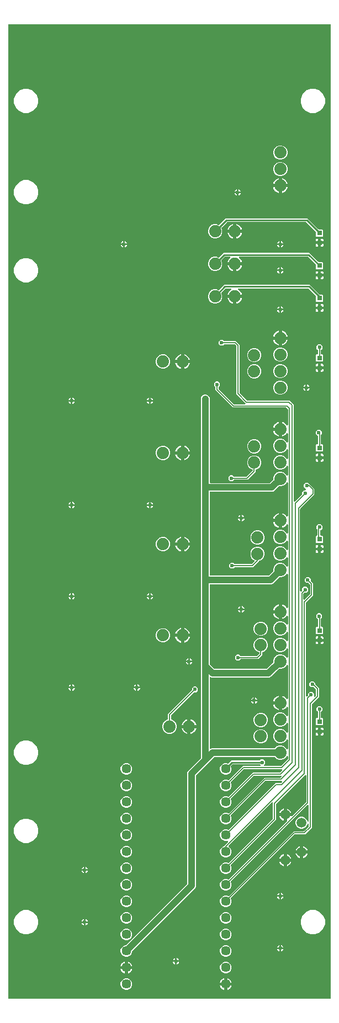
<source format=gbr>
G04 EAGLE Gerber RS-274X export*
G75*
%MOMM*%
%FSLAX34Y34*%
%LPD*%
%INBottom Copper*%
%IPPOS*%
%AMOC8*
5,1,8,0,0,1.08239X$1,22.5*%
G01*
%ADD10C,1.447800*%
%ADD11C,1.879600*%
%ADD12R,0.800000X0.800000*%
%ADD13C,1.500000*%
%ADD14C,0.600000*%
%ADD15C,1.016000*%
%ADD16C,0.152400*%
%ADD17C,0.254000*%

G36*
X496348Y2516D02*
X496348Y2516D01*
X496467Y2523D01*
X496505Y2536D01*
X496546Y2541D01*
X496656Y2584D01*
X496769Y2621D01*
X496804Y2643D01*
X496841Y2658D01*
X496937Y2727D01*
X497038Y2791D01*
X497066Y2821D01*
X497099Y2844D01*
X497175Y2936D01*
X497256Y3023D01*
X497276Y3058D01*
X497301Y3089D01*
X497352Y3197D01*
X497410Y3301D01*
X497420Y3341D01*
X497437Y3377D01*
X497459Y3494D01*
X497489Y3609D01*
X497493Y3669D01*
X497497Y3689D01*
X497495Y3710D01*
X497499Y3770D01*
X497499Y1496230D01*
X497484Y1496348D01*
X497477Y1496467D01*
X497464Y1496505D01*
X497459Y1496546D01*
X497416Y1496656D01*
X497379Y1496769D01*
X497357Y1496804D01*
X497342Y1496841D01*
X497273Y1496937D01*
X497209Y1497038D01*
X497179Y1497066D01*
X497156Y1497099D01*
X497064Y1497175D01*
X496977Y1497256D01*
X496942Y1497276D01*
X496911Y1497301D01*
X496803Y1497352D01*
X496699Y1497410D01*
X496659Y1497420D01*
X496623Y1497437D01*
X496506Y1497459D01*
X496391Y1497489D01*
X496331Y1497493D01*
X496311Y1497497D01*
X496290Y1497495D01*
X496230Y1497499D01*
X3770Y1497499D01*
X3652Y1497484D01*
X3533Y1497477D01*
X3495Y1497464D01*
X3454Y1497459D01*
X3344Y1497416D01*
X3231Y1497379D01*
X3196Y1497357D01*
X3159Y1497342D01*
X3063Y1497273D01*
X2962Y1497209D01*
X2934Y1497179D01*
X2901Y1497156D01*
X2825Y1497064D01*
X2744Y1496977D01*
X2724Y1496942D01*
X2699Y1496911D01*
X2648Y1496803D01*
X2590Y1496699D01*
X2580Y1496659D01*
X2563Y1496623D01*
X2541Y1496506D01*
X2511Y1496391D01*
X2507Y1496331D01*
X2503Y1496311D01*
X2505Y1496290D01*
X2501Y1496230D01*
X2501Y3770D01*
X2516Y3652D01*
X2523Y3533D01*
X2536Y3495D01*
X2541Y3454D01*
X2584Y3344D01*
X2621Y3231D01*
X2643Y3196D01*
X2658Y3159D01*
X2727Y3063D01*
X2791Y2962D01*
X2821Y2934D01*
X2844Y2901D01*
X2936Y2825D01*
X3023Y2744D01*
X3058Y2724D01*
X3089Y2699D01*
X3197Y2648D01*
X3301Y2590D01*
X3341Y2580D01*
X3377Y2563D01*
X3494Y2541D01*
X3609Y2511D01*
X3669Y2507D01*
X3689Y2503D01*
X3710Y2505D01*
X3770Y2501D01*
X496230Y2501D01*
X496348Y2516D01*
G37*
%LPC*%
G36*
X182062Y66960D02*
X182062Y66960D01*
X178849Y68291D01*
X176391Y70749D01*
X175060Y73962D01*
X175060Y77438D01*
X176391Y80651D01*
X178849Y83109D01*
X182062Y84440D01*
X182707Y84440D01*
X182806Y84452D01*
X182905Y84455D01*
X182963Y84472D01*
X183023Y84480D01*
X183115Y84516D01*
X183210Y84544D01*
X183262Y84574D01*
X183319Y84597D01*
X183399Y84655D01*
X183484Y84705D01*
X183559Y84771D01*
X183576Y84783D01*
X183584Y84793D01*
X183605Y84811D01*
X277048Y178254D01*
X277108Y178332D01*
X277176Y178404D01*
X277205Y178457D01*
X277242Y178505D01*
X277282Y178596D01*
X277330Y178683D01*
X277345Y178742D01*
X277369Y178797D01*
X277384Y178895D01*
X277409Y178991D01*
X277415Y179091D01*
X277419Y179111D01*
X277417Y179124D01*
X277419Y179152D01*
X277419Y349309D01*
X278421Y351728D01*
X298048Y371354D01*
X298108Y371432D01*
X298176Y371504D01*
X298205Y371557D01*
X298242Y371605D01*
X298282Y371696D01*
X298330Y371783D01*
X298345Y371841D01*
X298369Y371897D01*
X298384Y371995D01*
X298409Y372091D01*
X298415Y372191D01*
X298419Y372211D01*
X298417Y372224D01*
X298419Y372252D01*
X298419Y924309D01*
X299421Y926728D01*
X301272Y928579D01*
X303691Y929581D01*
X306309Y929581D01*
X308728Y928579D01*
X310579Y926728D01*
X311581Y924309D01*
X311581Y794850D01*
X311596Y794732D01*
X311603Y794613D01*
X311616Y794575D01*
X311621Y794534D01*
X311664Y794424D01*
X311701Y794311D01*
X311723Y794276D01*
X311738Y794239D01*
X311807Y794143D01*
X311871Y794042D01*
X311901Y794014D01*
X311924Y793981D01*
X312016Y793905D01*
X312103Y793824D01*
X312138Y793804D01*
X312169Y793779D01*
X312277Y793728D01*
X312381Y793670D01*
X312421Y793660D01*
X312457Y793643D01*
X312574Y793621D01*
X312689Y793591D01*
X312749Y793587D01*
X312769Y793583D01*
X312790Y793585D01*
X312850Y793581D01*
X403748Y793581D01*
X403847Y793593D01*
X403946Y793596D01*
X404004Y793613D01*
X404064Y793621D01*
X404156Y793657D01*
X404251Y793685D01*
X404303Y793715D01*
X404360Y793738D01*
X404440Y793796D01*
X404525Y793846D01*
X404600Y793912D01*
X404617Y793924D01*
X404625Y793934D01*
X404646Y793952D01*
X408730Y798036D01*
X408790Y798114D01*
X408858Y798186D01*
X408887Y798239D01*
X408924Y798287D01*
X408964Y798378D01*
X409012Y798465D01*
X409027Y798524D01*
X409051Y798579D01*
X409066Y798677D01*
X409091Y798773D01*
X409097Y798873D01*
X409101Y798893D01*
X409099Y798906D01*
X409101Y798934D01*
X409101Y802168D01*
X410760Y806174D01*
X413826Y809240D01*
X417832Y810899D01*
X422168Y810899D01*
X426174Y809240D01*
X429239Y806174D01*
X429295Y806039D01*
X429330Y805978D01*
X429356Y805913D01*
X429408Y805841D01*
X429453Y805762D01*
X429501Y805712D01*
X429542Y805656D01*
X429612Y805598D01*
X429674Y805534D01*
X429734Y805498D01*
X429787Y805453D01*
X429869Y805415D01*
X429945Y805368D01*
X430012Y805347D01*
X430075Y805317D01*
X430163Y805301D01*
X430249Y805274D01*
X430319Y805271D01*
X430388Y805258D01*
X430477Y805263D01*
X430567Y805259D01*
X430635Y805273D01*
X430705Y805277D01*
X430790Y805305D01*
X430878Y805323D01*
X430941Y805354D01*
X431007Y805375D01*
X431083Y805424D01*
X431164Y805463D01*
X431217Y805508D01*
X431276Y805546D01*
X431338Y805611D01*
X431406Y805669D01*
X431446Y805726D01*
X431494Y805777D01*
X431537Y805856D01*
X431589Y805929D01*
X431614Y805995D01*
X431648Y806056D01*
X431670Y806143D01*
X431702Y806227D01*
X431710Y806296D01*
X431727Y806364D01*
X431737Y806524D01*
X431737Y818876D01*
X431729Y818945D01*
X431730Y819015D01*
X431709Y819102D01*
X431697Y819191D01*
X431672Y819256D01*
X431655Y819324D01*
X431613Y819403D01*
X431580Y819487D01*
X431539Y819543D01*
X431507Y819605D01*
X431446Y819672D01*
X431394Y819744D01*
X431340Y819789D01*
X431293Y819840D01*
X431218Y819890D01*
X431149Y819947D01*
X431085Y819977D01*
X431027Y820015D01*
X430942Y820044D01*
X430861Y820083D01*
X430792Y820096D01*
X430726Y820118D01*
X430637Y820125D01*
X430549Y820142D01*
X430479Y820138D01*
X430409Y820143D01*
X430321Y820128D01*
X430231Y820123D01*
X430165Y820101D01*
X430096Y820089D01*
X430014Y820052D01*
X429929Y820025D01*
X429870Y819987D01*
X429806Y819958D01*
X429736Y819902D01*
X429660Y819854D01*
X429612Y819804D01*
X429558Y819760D01*
X429503Y819688D01*
X429442Y819623D01*
X429408Y819562D01*
X429366Y819506D01*
X429295Y819361D01*
X429239Y819226D01*
X426174Y816160D01*
X422168Y814501D01*
X417832Y814501D01*
X413826Y816160D01*
X410760Y819226D01*
X409101Y823232D01*
X409101Y827568D01*
X410760Y831574D01*
X413826Y834640D01*
X417832Y836299D01*
X422168Y836299D01*
X426174Y834640D01*
X429239Y831574D01*
X429295Y831439D01*
X429330Y831378D01*
X429356Y831313D01*
X429408Y831241D01*
X429453Y831162D01*
X429501Y831112D01*
X429542Y831056D01*
X429612Y830998D01*
X429674Y830934D01*
X429734Y830898D01*
X429787Y830853D01*
X429869Y830815D01*
X429945Y830768D01*
X430012Y830747D01*
X430075Y830717D01*
X430163Y830701D01*
X430249Y830674D01*
X430319Y830671D01*
X430388Y830658D01*
X430477Y830663D01*
X430567Y830659D01*
X430635Y830673D01*
X430705Y830677D01*
X430790Y830705D01*
X430878Y830723D01*
X430941Y830754D01*
X431007Y830775D01*
X431083Y830824D01*
X431164Y830863D01*
X431217Y830908D01*
X431276Y830946D01*
X431338Y831011D01*
X431406Y831069D01*
X431446Y831126D01*
X431494Y831177D01*
X431537Y831256D01*
X431589Y831329D01*
X431614Y831395D01*
X431648Y831456D01*
X431670Y831543D01*
X431702Y831627D01*
X431710Y831696D01*
X431727Y831764D01*
X431737Y831924D01*
X431737Y844276D01*
X431729Y844345D01*
X431730Y844415D01*
X431709Y844502D01*
X431697Y844591D01*
X431672Y844656D01*
X431655Y844724D01*
X431613Y844803D01*
X431580Y844887D01*
X431539Y844943D01*
X431507Y845005D01*
X431446Y845072D01*
X431394Y845144D01*
X431340Y845189D01*
X431293Y845240D01*
X431218Y845290D01*
X431149Y845347D01*
X431085Y845377D01*
X431027Y845415D01*
X430942Y845444D01*
X430861Y845483D01*
X430792Y845496D01*
X430726Y845518D01*
X430637Y845525D01*
X430549Y845542D01*
X430479Y845538D01*
X430409Y845543D01*
X430321Y845528D01*
X430231Y845523D01*
X430165Y845501D01*
X430096Y845489D01*
X430014Y845452D01*
X429929Y845425D01*
X429870Y845387D01*
X429806Y845358D01*
X429736Y845302D01*
X429660Y845254D01*
X429612Y845204D01*
X429558Y845160D01*
X429503Y845088D01*
X429442Y845023D01*
X429408Y844962D01*
X429366Y844906D01*
X429295Y844761D01*
X429239Y844626D01*
X426174Y841560D01*
X422168Y839901D01*
X417832Y839901D01*
X413826Y841560D01*
X410760Y844626D01*
X409101Y848632D01*
X409101Y852968D01*
X410760Y856974D01*
X413826Y860040D01*
X417832Y861699D01*
X422168Y861699D01*
X426174Y860040D01*
X429239Y856974D01*
X429295Y856839D01*
X429330Y856778D01*
X429356Y856713D01*
X429408Y856641D01*
X429453Y856562D01*
X429501Y856512D01*
X429542Y856456D01*
X429612Y856398D01*
X429674Y856334D01*
X429734Y856298D01*
X429787Y856253D01*
X429869Y856215D01*
X429945Y856168D01*
X430012Y856147D01*
X430075Y856117D01*
X430163Y856101D01*
X430249Y856074D01*
X430319Y856071D01*
X430388Y856058D01*
X430477Y856063D01*
X430567Y856059D01*
X430635Y856073D01*
X430705Y856077D01*
X430790Y856105D01*
X430878Y856123D01*
X430941Y856154D01*
X431007Y856175D01*
X431083Y856224D01*
X431164Y856263D01*
X431217Y856308D01*
X431276Y856346D01*
X431338Y856411D01*
X431406Y856469D01*
X431446Y856526D01*
X431494Y856577D01*
X431537Y856656D01*
X431589Y856729D01*
X431614Y856795D01*
X431648Y856856D01*
X431670Y856943D01*
X431702Y857027D01*
X431710Y857096D01*
X431727Y857164D01*
X431737Y857324D01*
X431737Y869056D01*
X431727Y869135D01*
X431727Y869215D01*
X431707Y869292D01*
X431697Y869371D01*
X431668Y869446D01*
X431648Y869523D01*
X431610Y869593D01*
X431580Y869667D01*
X431534Y869732D01*
X431495Y869801D01*
X431441Y869860D01*
X431394Y869924D01*
X431332Y869975D01*
X431278Y870033D01*
X431210Y870076D01*
X431149Y870127D01*
X431077Y870161D01*
X431009Y870204D01*
X430933Y870229D01*
X430861Y870263D01*
X430783Y870278D01*
X430707Y870302D01*
X430627Y870308D01*
X430549Y870323D01*
X430469Y870318D01*
X430390Y870323D01*
X430311Y870308D01*
X430231Y870303D01*
X430155Y870278D01*
X430077Y870263D01*
X430005Y870230D01*
X429929Y870205D01*
X429861Y870162D01*
X429789Y870128D01*
X429728Y870078D01*
X429660Y870035D01*
X429605Y869977D01*
X429544Y869926D01*
X429443Y869804D01*
X429442Y869803D01*
X429441Y869802D01*
X428695Y868774D01*
X427426Y867506D01*
X425974Y866451D01*
X424376Y865636D01*
X422669Y865082D01*
X422539Y865061D01*
X422539Y874930D01*
X422524Y875048D01*
X422517Y875167D01*
X422504Y875205D01*
X422499Y875245D01*
X422456Y875356D01*
X422419Y875469D01*
X422397Y875503D01*
X422382Y875541D01*
X422312Y875637D01*
X422249Y875738D01*
X422219Y875766D01*
X422195Y875798D01*
X422104Y875874D01*
X422017Y875956D01*
X421982Y875975D01*
X421951Y876001D01*
X421843Y876052D01*
X421739Y876109D01*
X421699Y876120D01*
X421663Y876137D01*
X421546Y876159D01*
X421431Y876189D01*
X421370Y876193D01*
X421350Y876197D01*
X421330Y876195D01*
X421270Y876199D01*
X419999Y876199D01*
X419999Y876201D01*
X421270Y876201D01*
X421388Y876216D01*
X421507Y876223D01*
X421545Y876236D01*
X421585Y876241D01*
X421696Y876285D01*
X421809Y876321D01*
X421844Y876343D01*
X421881Y876358D01*
X421977Y876428D01*
X422078Y876491D01*
X422106Y876521D01*
X422139Y876545D01*
X422214Y876636D01*
X422296Y876723D01*
X422316Y876758D01*
X422341Y876790D01*
X422392Y876897D01*
X422450Y877002D01*
X422460Y877041D01*
X422477Y877077D01*
X422499Y877194D01*
X422529Y877309D01*
X422533Y877370D01*
X422537Y877390D01*
X422535Y877410D01*
X422539Y877470D01*
X422539Y887339D01*
X422669Y887318D01*
X424376Y886764D01*
X425974Y885949D01*
X427426Y884894D01*
X428695Y883626D01*
X429441Y882598D01*
X429464Y882574D01*
X429478Y882552D01*
X429507Y882524D01*
X429542Y882476D01*
X429604Y882424D01*
X429659Y882366D01*
X429709Y882334D01*
X429710Y882334D01*
X429726Y882324D01*
X429787Y882273D01*
X429860Y882239D01*
X429927Y882196D01*
X430003Y882171D01*
X430075Y882137D01*
X430154Y882122D01*
X430230Y882097D01*
X430309Y882092D01*
X430388Y882077D01*
X430467Y882082D01*
X430547Y882077D01*
X430625Y882092D01*
X430705Y882097D01*
X430781Y882122D01*
X430860Y882137D01*
X430932Y882171D01*
X431007Y882195D01*
X431075Y882238D01*
X431147Y882272D01*
X431209Y882323D01*
X431276Y882365D01*
X431331Y882424D01*
X431393Y882475D01*
X431439Y882539D01*
X431494Y882597D01*
X431533Y882667D01*
X431580Y882732D01*
X431609Y882806D01*
X431648Y882875D01*
X431667Y882950D01*
X431675Y882967D01*
X431676Y882975D01*
X431697Y883027D01*
X431707Y883106D01*
X431727Y883183D01*
X431732Y883268D01*
X431735Y883280D01*
X431734Y883292D01*
X431737Y883341D01*
X431737Y883343D01*
X431737Y883344D01*
X431737Y906537D01*
X431725Y906635D01*
X431722Y906734D01*
X431705Y906792D01*
X431697Y906853D01*
X431661Y906945D01*
X431633Y907040D01*
X431603Y907092D01*
X431580Y907148D01*
X431522Y907228D01*
X431472Y907314D01*
X431406Y907389D01*
X431394Y907406D01*
X431384Y907413D01*
X431366Y907434D01*
X429434Y909366D01*
X429356Y909426D01*
X429284Y909494D01*
X429231Y909523D01*
X429183Y909560D01*
X429092Y909600D01*
X429006Y909648D01*
X428947Y909663D01*
X428891Y909687D01*
X428793Y909702D01*
X428698Y909727D01*
X428598Y909733D01*
X428577Y909737D01*
X428565Y909735D01*
X428537Y909737D01*
X347063Y909737D01*
X320737Y936063D01*
X320737Y940372D01*
X320725Y940470D01*
X320722Y940569D01*
X320705Y940627D01*
X320697Y940688D01*
X320661Y940780D01*
X320633Y940875D01*
X320603Y940927D01*
X320580Y940983D01*
X320522Y941063D01*
X320472Y941149D01*
X320406Y941224D01*
X320394Y941241D01*
X320384Y941248D01*
X320366Y941269D01*
X318499Y943136D01*
X318499Y946864D01*
X321136Y949501D01*
X324864Y949501D01*
X327501Y946864D01*
X327501Y943136D01*
X325634Y941269D01*
X325574Y941191D01*
X325506Y941119D01*
X325477Y941066D01*
X325440Y941018D01*
X325400Y940927D01*
X325352Y940841D01*
X325337Y940782D01*
X325313Y940726D01*
X325298Y940628D01*
X325273Y940533D01*
X325267Y940433D01*
X325263Y940412D01*
X325265Y940400D01*
X325263Y940372D01*
X325263Y938463D01*
X325275Y938365D01*
X325278Y938266D01*
X325295Y938208D01*
X325303Y938147D01*
X325339Y938055D01*
X325367Y937960D01*
X325397Y937908D01*
X325420Y937852D01*
X325478Y937772D01*
X325528Y937686D01*
X325594Y937611D01*
X325606Y937594D01*
X325616Y937587D01*
X325634Y937566D01*
X348566Y914634D01*
X348644Y914574D01*
X348716Y914506D01*
X348769Y914477D01*
X348817Y914440D01*
X348908Y914400D01*
X348994Y914352D01*
X349053Y914337D01*
X349109Y914313D01*
X349207Y914298D01*
X349302Y914273D01*
X349402Y914267D01*
X349423Y914263D01*
X349435Y914265D01*
X349463Y914263D01*
X365473Y914263D01*
X365611Y914280D01*
X365749Y914293D01*
X365769Y914300D01*
X365789Y914303D01*
X365918Y914354D01*
X366049Y914401D01*
X366065Y914412D01*
X366084Y914420D01*
X366196Y914501D01*
X366312Y914579D01*
X366325Y914595D01*
X366342Y914606D01*
X366430Y914714D01*
X366522Y914818D01*
X366531Y914836D01*
X366544Y914851D01*
X366604Y914977D01*
X366667Y915101D01*
X366671Y915121D01*
X366680Y915139D01*
X366706Y915275D01*
X366737Y915411D01*
X366736Y915432D01*
X366740Y915451D01*
X366731Y915590D01*
X366727Y915729D01*
X366721Y915749D01*
X366720Y915769D01*
X366677Y915900D01*
X366638Y916035D01*
X366628Y916052D01*
X366622Y916071D01*
X366547Y916189D01*
X366477Y916309D01*
X366458Y916330D01*
X366452Y916340D01*
X366437Y916354D01*
X366371Y916429D01*
X354434Y928366D01*
X352737Y930063D01*
X352737Y1003537D01*
X352725Y1003635D01*
X352722Y1003734D01*
X352705Y1003792D01*
X352697Y1003853D01*
X352661Y1003945D01*
X352633Y1004040D01*
X352603Y1004092D01*
X352580Y1004148D01*
X352522Y1004228D01*
X352472Y1004314D01*
X352406Y1004389D01*
X352394Y1004406D01*
X352384Y1004413D01*
X352366Y1004434D01*
X350435Y1006366D01*
X350356Y1006426D01*
X350284Y1006494D01*
X350231Y1006523D01*
X350183Y1006560D01*
X350092Y1006600D01*
X350006Y1006648D01*
X349947Y1006663D01*
X349891Y1006687D01*
X349793Y1006702D01*
X349698Y1006727D01*
X349598Y1006733D01*
X349577Y1006737D01*
X349565Y1006735D01*
X349537Y1006737D01*
X334628Y1006737D01*
X334530Y1006725D01*
X334431Y1006722D01*
X334373Y1006705D01*
X334312Y1006697D01*
X334220Y1006661D01*
X334125Y1006633D01*
X334073Y1006603D01*
X334017Y1006580D01*
X333937Y1006522D01*
X333851Y1006472D01*
X333776Y1006406D01*
X333759Y1006394D01*
X333752Y1006384D01*
X333731Y1006366D01*
X331864Y1004499D01*
X328136Y1004499D01*
X325499Y1007136D01*
X325499Y1010864D01*
X328136Y1013501D01*
X331864Y1013501D01*
X333731Y1011634D01*
X333809Y1011574D01*
X333881Y1011506D01*
X333934Y1011477D01*
X333982Y1011440D01*
X334073Y1011400D01*
X334159Y1011352D01*
X334218Y1011337D01*
X334274Y1011313D01*
X334372Y1011298D01*
X334467Y1011273D01*
X334567Y1011267D01*
X334588Y1011263D01*
X334600Y1011265D01*
X334628Y1011263D01*
X351937Y1011263D01*
X353634Y1009566D01*
X353634Y1009565D01*
X357263Y1005937D01*
X357263Y932463D01*
X357275Y932365D01*
X357278Y932266D01*
X357295Y932208D01*
X357303Y932147D01*
X357339Y932055D01*
X357367Y931960D01*
X357397Y931908D01*
X357420Y931852D01*
X357478Y931772D01*
X357528Y931686D01*
X357594Y931611D01*
X357606Y931594D01*
X357616Y931587D01*
X357634Y931566D01*
X368566Y920634D01*
X368644Y920574D01*
X368716Y920506D01*
X368769Y920477D01*
X368817Y920440D01*
X368908Y920400D01*
X368994Y920352D01*
X369053Y920337D01*
X369109Y920313D01*
X369207Y920298D01*
X369302Y920273D01*
X369402Y920267D01*
X369423Y920263D01*
X369435Y920265D01*
X369463Y920263D01*
X433937Y920263D01*
X440263Y913937D01*
X440263Y766527D01*
X440280Y766387D01*
X440294Y766247D01*
X440300Y766230D01*
X440303Y766211D01*
X440354Y766080D01*
X440403Y765948D01*
X440413Y765933D01*
X440420Y765916D01*
X440502Y765802D01*
X440582Y765685D01*
X440596Y765673D01*
X440606Y765658D01*
X440715Y765568D01*
X440821Y765475D01*
X440837Y765467D01*
X440851Y765456D01*
X440979Y765396D01*
X441105Y765332D01*
X441123Y765328D01*
X441139Y765320D01*
X441277Y765294D01*
X441415Y765263D01*
X441434Y765264D01*
X441451Y765260D01*
X441592Y765269D01*
X441733Y765274D01*
X441751Y765279D01*
X441769Y765280D01*
X441903Y765323D01*
X442038Y765363D01*
X442054Y765372D01*
X442071Y765378D01*
X442191Y765453D01*
X442312Y765525D01*
X442331Y765542D01*
X442340Y765548D01*
X442354Y765563D01*
X442432Y765632D01*
X442434Y765634D01*
X453128Y776328D01*
X453188Y776406D01*
X453256Y776478D01*
X453285Y776531D01*
X453322Y776579D01*
X453362Y776670D01*
X453410Y776756D01*
X453425Y776815D01*
X453449Y776871D01*
X453464Y776969D01*
X453489Y777064D01*
X453495Y777164D01*
X453499Y777185D01*
X453497Y777197D01*
X453499Y777225D01*
X453499Y779864D01*
X456136Y782501D01*
X458070Y782501D01*
X458208Y782518D01*
X458346Y782531D01*
X458366Y782538D01*
X458386Y782541D01*
X458514Y782592D01*
X458646Y782639D01*
X458662Y782650D01*
X458681Y782658D01*
X458794Y782739D01*
X458909Y782817D01*
X458922Y782833D01*
X458939Y782844D01*
X459027Y782952D01*
X459119Y783056D01*
X459128Y783074D01*
X459141Y783089D01*
X459201Y783215D01*
X459264Y783339D01*
X459268Y783359D01*
X459277Y783377D01*
X459303Y783513D01*
X459334Y783649D01*
X459333Y783670D01*
X459337Y783689D01*
X459328Y783828D01*
X459324Y783967D01*
X459318Y783987D01*
X459317Y784007D01*
X459274Y784139D01*
X459235Y784273D01*
X459225Y784290D01*
X459219Y784309D01*
X459144Y784427D01*
X459074Y784547D01*
X459055Y784568D01*
X459049Y784578D01*
X459034Y784592D01*
X458968Y784667D01*
X455999Y787636D01*
X455999Y791364D01*
X458636Y794001D01*
X462364Y794001D01*
X464231Y792134D01*
X464309Y792074D01*
X464381Y792006D01*
X464434Y791977D01*
X464482Y791940D01*
X464573Y791900D01*
X464659Y791852D01*
X464718Y791837D01*
X464774Y791813D01*
X464872Y791798D01*
X464967Y791773D01*
X465067Y791767D01*
X465088Y791763D01*
X465100Y791765D01*
X465128Y791763D01*
X465437Y791763D01*
X472263Y784937D01*
X472263Y776063D01*
X450634Y754434D01*
X450574Y754356D01*
X450506Y754284D01*
X450477Y754231D01*
X450440Y754183D01*
X450400Y754092D01*
X450352Y754006D01*
X450337Y753947D01*
X450313Y753891D01*
X450298Y753793D01*
X450273Y753698D01*
X450267Y753598D01*
X450263Y753577D01*
X450265Y753565D01*
X450263Y753537D01*
X450263Y628527D01*
X450280Y628389D01*
X450293Y628251D01*
X450300Y628232D01*
X450303Y628211D01*
X450354Y628082D01*
X450401Y627951D01*
X450412Y627935D01*
X450420Y627916D01*
X450501Y627803D01*
X450579Y627688D01*
X450595Y627675D01*
X450606Y627658D01*
X450714Y627570D01*
X450818Y627478D01*
X450836Y627469D01*
X450851Y627456D01*
X450977Y627396D01*
X451101Y627333D01*
X451121Y627329D01*
X451139Y627320D01*
X451276Y627294D01*
X451411Y627263D01*
X451432Y627264D01*
X451451Y627260D01*
X451590Y627269D01*
X451729Y627273D01*
X451749Y627279D01*
X451769Y627280D01*
X451901Y627323D01*
X452035Y627362D01*
X452052Y627372D01*
X452071Y627378D01*
X452189Y627452D01*
X452309Y627523D01*
X452330Y627542D01*
X452340Y627548D01*
X452354Y627563D01*
X452429Y627629D01*
X453128Y628328D01*
X453188Y628406D01*
X453256Y628478D01*
X453285Y628531D01*
X453322Y628579D01*
X453362Y628670D01*
X453410Y628756D01*
X453425Y628815D01*
X453449Y628871D01*
X453464Y628969D01*
X453489Y629064D01*
X453495Y629164D01*
X453499Y629185D01*
X453497Y629197D01*
X453499Y629225D01*
X453499Y631864D01*
X456136Y634501D01*
X459864Y634501D01*
X462501Y631864D01*
X462501Y628136D01*
X459864Y625499D01*
X457225Y625499D01*
X457127Y625487D01*
X457028Y625484D01*
X456970Y625467D01*
X456909Y625459D01*
X456817Y625423D01*
X456722Y625395D01*
X456670Y625365D01*
X456614Y625342D01*
X456534Y625284D01*
X456448Y625234D01*
X456373Y625168D01*
X456356Y625156D01*
X456349Y625146D01*
X456328Y625128D01*
X455634Y624434D01*
X455574Y624356D01*
X455506Y624284D01*
X455477Y624231D01*
X455440Y624183D01*
X455400Y624092D01*
X455352Y624006D01*
X455337Y623947D01*
X455313Y623891D01*
X455298Y623793D01*
X455273Y623698D01*
X455267Y623598D01*
X455263Y623577D01*
X455265Y623565D01*
X455263Y623537D01*
X455263Y615527D01*
X455280Y615389D01*
X455280Y615386D01*
X455285Y615312D01*
X455288Y615301D01*
X455293Y615251D01*
X455300Y615231D01*
X455303Y615211D01*
X455354Y615082D01*
X455401Y614951D01*
X455412Y614935D01*
X455420Y614916D01*
X455501Y614804D01*
X455579Y614688D01*
X455595Y614675D01*
X455606Y614658D01*
X455714Y614570D01*
X455818Y614478D01*
X455836Y614469D01*
X455851Y614456D01*
X455977Y614396D01*
X456101Y614333D01*
X456121Y614329D01*
X456139Y614320D01*
X456275Y614294D01*
X456411Y614263D01*
X456432Y614264D01*
X456451Y614260D01*
X456590Y614269D01*
X456729Y614273D01*
X456749Y614279D01*
X456769Y614280D01*
X456901Y614323D01*
X457035Y614362D01*
X457052Y614372D01*
X457071Y614378D01*
X457160Y614434D01*
X457165Y614436D01*
X457176Y614444D01*
X457189Y614453D01*
X457309Y614523D01*
X457330Y614542D01*
X457340Y614548D01*
X457354Y614563D01*
X457429Y614629D01*
X465366Y622566D01*
X465426Y622644D01*
X465494Y622716D01*
X465523Y622769D01*
X465560Y622817D01*
X465600Y622908D01*
X465648Y622994D01*
X465663Y623053D01*
X465687Y623109D01*
X465702Y623207D01*
X465727Y623302D01*
X465733Y623402D01*
X465737Y623423D01*
X465735Y623435D01*
X465737Y623463D01*
X465737Y637537D01*
X465725Y637635D01*
X465722Y637734D01*
X465705Y637792D01*
X465697Y637853D01*
X465661Y637945D01*
X465633Y638040D01*
X465603Y638092D01*
X465580Y638148D01*
X465522Y638228D01*
X465472Y638314D01*
X465406Y638389D01*
X465394Y638406D01*
X465384Y638413D01*
X465366Y638435D01*
X463673Y640128D01*
X463594Y640188D01*
X463522Y640256D01*
X463469Y640285D01*
X463421Y640322D01*
X463330Y640362D01*
X463244Y640410D01*
X463185Y640425D01*
X463129Y640449D01*
X463031Y640464D01*
X462936Y640489D01*
X462836Y640495D01*
X462815Y640499D01*
X462803Y640497D01*
X462775Y640499D01*
X460136Y640499D01*
X457499Y643136D01*
X457499Y646864D01*
X460136Y649501D01*
X463864Y649501D01*
X466501Y646864D01*
X466501Y644225D01*
X466513Y644127D01*
X466516Y644028D01*
X466533Y643970D01*
X466541Y643909D01*
X466577Y643817D01*
X466605Y643722D01*
X466635Y643670D01*
X466658Y643614D01*
X466716Y643534D01*
X466766Y643448D01*
X466832Y643373D01*
X466844Y643356D01*
X466854Y643349D01*
X466872Y643327D01*
X468565Y641634D01*
X468566Y641634D01*
X470263Y639937D01*
X470263Y621063D01*
X459634Y610434D01*
X459574Y610356D01*
X459506Y610284D01*
X459477Y610231D01*
X459440Y610183D01*
X459400Y610092D01*
X459352Y610006D01*
X459337Y609947D01*
X459313Y609891D01*
X459298Y609793D01*
X459273Y609698D01*
X459267Y609598D01*
X459263Y609577D01*
X459265Y609565D01*
X459263Y609537D01*
X459263Y467527D01*
X459280Y467387D01*
X459294Y467247D01*
X459300Y467230D01*
X459303Y467211D01*
X459354Y467080D01*
X459403Y466948D01*
X459413Y466933D01*
X459420Y466916D01*
X459502Y466802D01*
X459582Y466685D01*
X459596Y466673D01*
X459606Y466658D01*
X459715Y466568D01*
X459821Y466475D01*
X459837Y466467D01*
X459851Y466456D01*
X459979Y466396D01*
X460105Y466332D01*
X460123Y466328D01*
X460139Y466320D01*
X460277Y466294D01*
X460415Y466263D01*
X460434Y466264D01*
X460451Y466260D01*
X460514Y466264D01*
X460537Y466263D01*
X460582Y466268D01*
X460592Y466269D01*
X460733Y466274D01*
X460751Y466279D01*
X460769Y466280D01*
X460830Y466300D01*
X460853Y466303D01*
X460912Y466326D01*
X461038Y466363D01*
X461054Y466372D01*
X461071Y466378D01*
X461118Y466408D01*
X461148Y466420D01*
X461214Y466468D01*
X461312Y466525D01*
X461331Y466542D01*
X461340Y466548D01*
X461354Y466563D01*
X461392Y466597D01*
X461406Y466606D01*
X461412Y466615D01*
X461432Y466632D01*
X461434Y466634D01*
X461435Y466635D01*
X462196Y467396D01*
X462256Y467474D01*
X462324Y467546D01*
X462353Y467599D01*
X462390Y467647D01*
X462430Y467738D01*
X462478Y467824D01*
X462493Y467883D01*
X462517Y467939D01*
X462532Y468037D01*
X462557Y468132D01*
X462563Y468226D01*
X462565Y468235D01*
X462564Y468239D01*
X462567Y468253D01*
X462565Y468265D01*
X462567Y468293D01*
X462567Y470864D01*
X465204Y473501D01*
X468932Y473501D01*
X471569Y470864D01*
X471569Y466833D01*
X471586Y466695D01*
X471599Y466557D01*
X471606Y466538D01*
X471609Y466517D01*
X471660Y466388D01*
X471707Y466257D01*
X471718Y466241D01*
X471726Y466222D01*
X471807Y466109D01*
X471885Y465994D01*
X471901Y465981D01*
X471912Y465964D01*
X472020Y465876D01*
X472124Y465784D01*
X472142Y465775D01*
X472157Y465762D01*
X472283Y465702D01*
X472407Y465639D01*
X472427Y465635D01*
X472445Y465626D01*
X472582Y465600D01*
X472717Y465569D01*
X472738Y465570D01*
X472757Y465566D01*
X472896Y465575D01*
X473035Y465579D01*
X473055Y465585D01*
X473075Y465586D01*
X473207Y465629D01*
X473341Y465668D01*
X473358Y465678D01*
X473377Y465684D01*
X473495Y465758D01*
X473615Y465829D01*
X473636Y465848D01*
X473646Y465854D01*
X473660Y465869D01*
X473736Y465935D01*
X474366Y466566D01*
X474426Y466644D01*
X474494Y466716D01*
X474523Y466769D01*
X474560Y466817D01*
X474600Y466908D01*
X474648Y466994D01*
X474663Y467053D01*
X474687Y467109D01*
X474702Y467207D01*
X474727Y467302D01*
X474733Y467402D01*
X474737Y467423D01*
X474735Y467435D01*
X474737Y467463D01*
X474737Y476537D01*
X474725Y476635D01*
X474722Y476734D01*
X474705Y476792D01*
X474697Y476853D01*
X474661Y476945D01*
X474633Y477040D01*
X474603Y477092D01*
X474580Y477148D01*
X474522Y477228D01*
X474472Y477314D01*
X474406Y477389D01*
X474394Y477406D01*
X474384Y477413D01*
X474366Y477434D01*
X471672Y480128D01*
X471594Y480188D01*
X471522Y480256D01*
X471469Y480285D01*
X471421Y480322D01*
X471330Y480362D01*
X471244Y480410D01*
X471185Y480425D01*
X471129Y480449D01*
X471031Y480464D01*
X470936Y480489D01*
X470836Y480495D01*
X470815Y480499D01*
X470803Y480497D01*
X470775Y480499D01*
X467136Y480499D01*
X464499Y483136D01*
X464499Y486864D01*
X467136Y489501D01*
X470864Y489501D01*
X473501Y486864D01*
X473501Y485225D01*
X473513Y485127D01*
X473516Y485028D01*
X473533Y484970D01*
X473541Y484909D01*
X473577Y484817D01*
X473605Y484722D01*
X473635Y484670D01*
X473658Y484614D01*
X473716Y484534D01*
X473766Y484448D01*
X473832Y484373D01*
X473844Y484356D01*
X473854Y484349D01*
X473872Y484328D01*
X479263Y478937D01*
X479263Y465063D01*
X468634Y454434D01*
X468574Y454356D01*
X468506Y454284D01*
X468477Y454231D01*
X468440Y454183D01*
X468400Y454092D01*
X468352Y454006D01*
X468337Y453947D01*
X468313Y453891D01*
X468298Y453793D01*
X468273Y453698D01*
X468267Y453598D01*
X468263Y453577D01*
X468265Y453565D01*
X468263Y453537D01*
X468263Y265063D01*
X457937Y254737D01*
X442763Y254737D01*
X442665Y254725D01*
X442566Y254722D01*
X442508Y254705D01*
X442447Y254697D01*
X442355Y254661D01*
X442260Y254633D01*
X442208Y254603D01*
X442152Y254580D01*
X442072Y254522D01*
X441986Y254472D01*
X441911Y254406D01*
X441894Y254394D01*
X441887Y254384D01*
X441866Y254366D01*
X344426Y156926D01*
X344408Y156903D01*
X344385Y156884D01*
X344311Y156778D01*
X344231Y156675D01*
X344219Y156648D01*
X344202Y156624D01*
X344156Y156502D01*
X344105Y156383D01*
X344100Y156354D01*
X344090Y156326D01*
X344075Y156197D01*
X344055Y156069D01*
X344058Y156039D01*
X344054Y156010D01*
X344073Y155882D01*
X344085Y155752D01*
X344095Y155724D01*
X344099Y155695D01*
X344151Y155543D01*
X344940Y153638D01*
X344940Y150162D01*
X343609Y146949D01*
X341151Y144491D01*
X337938Y143160D01*
X334462Y143160D01*
X331249Y144491D01*
X328791Y146949D01*
X327460Y150162D01*
X327460Y153638D01*
X328791Y156851D01*
X331249Y159309D01*
X334462Y160640D01*
X337938Y160640D01*
X339843Y159851D01*
X339871Y159843D01*
X339898Y159830D01*
X340024Y159801D01*
X340150Y159767D01*
X340179Y159766D01*
X340208Y159760D01*
X340338Y159764D01*
X340468Y159762D01*
X340496Y159769D01*
X340526Y159770D01*
X340650Y159806D01*
X340777Y159836D01*
X340803Y159850D01*
X340831Y159858D01*
X340943Y159924D01*
X341058Y159985D01*
X341080Y160005D01*
X341105Y160020D01*
X341226Y160126D01*
X438666Y257566D01*
X440363Y259263D01*
X455537Y259263D01*
X455635Y259275D01*
X455734Y259278D01*
X455792Y259295D01*
X455853Y259303D01*
X455945Y259339D01*
X456040Y259367D01*
X456092Y259397D01*
X456148Y259420D01*
X456228Y259478D01*
X456314Y259528D01*
X456389Y259594D01*
X456406Y259606D01*
X456413Y259616D01*
X456434Y259634D01*
X463366Y266566D01*
X463426Y266644D01*
X463494Y266716D01*
X463523Y266769D01*
X463560Y266817D01*
X463600Y266908D01*
X463648Y266994D01*
X463663Y267053D01*
X463687Y267109D01*
X463702Y267207D01*
X463727Y267302D01*
X463733Y267402D01*
X463737Y267423D01*
X463735Y267435D01*
X463737Y267463D01*
X463737Y269728D01*
X463729Y269797D01*
X463730Y269867D01*
X463709Y269955D01*
X463697Y270044D01*
X463672Y270109D01*
X463655Y270176D01*
X463613Y270256D01*
X463580Y270339D01*
X463539Y270396D01*
X463507Y270458D01*
X463446Y270524D01*
X463394Y270597D01*
X463340Y270641D01*
X463293Y270693D01*
X463218Y270742D01*
X463149Y270800D01*
X463085Y270829D01*
X463027Y270868D01*
X462942Y270897D01*
X462861Y270935D01*
X462792Y270948D01*
X462726Y270971D01*
X462637Y270978D01*
X462549Y270995D01*
X462479Y270991D01*
X462409Y270996D01*
X462321Y270981D01*
X462231Y270975D01*
X462165Y270954D01*
X462096Y270942D01*
X462014Y270905D01*
X461929Y270877D01*
X461870Y270840D01*
X461806Y270811D01*
X461736Y270755D01*
X461660Y270707D01*
X461612Y270656D01*
X461558Y270613D01*
X461503Y270541D01*
X461442Y270475D01*
X461408Y270414D01*
X461366Y270358D01*
X461295Y270214D01*
X460130Y267402D01*
X457598Y264870D01*
X454290Y263499D01*
X450710Y263499D01*
X447402Y264870D01*
X444870Y267402D01*
X443499Y270710D01*
X443499Y274290D01*
X444870Y277598D01*
X447402Y280130D01*
X450710Y281501D01*
X454290Y281501D01*
X457598Y280130D01*
X460130Y277598D01*
X461295Y274786D01*
X461330Y274725D01*
X461356Y274661D01*
X461408Y274588D01*
X461453Y274510D01*
X461501Y274460D01*
X461542Y274403D01*
X461612Y274346D01*
X461674Y274281D01*
X461734Y274245D01*
X461787Y274200D01*
X461869Y274162D01*
X461945Y274115D01*
X462012Y274095D01*
X462075Y274065D01*
X462163Y274048D01*
X462249Y274022D01*
X462319Y274018D01*
X462388Y274005D01*
X462477Y274011D01*
X462567Y274006D01*
X462635Y274021D01*
X462705Y274025D01*
X462790Y274053D01*
X462878Y274071D01*
X462941Y274101D01*
X463007Y274123D01*
X463083Y274171D01*
X463164Y274210D01*
X463217Y274256D01*
X463276Y274293D01*
X463338Y274359D01*
X463406Y274417D01*
X463446Y274474D01*
X463494Y274525D01*
X463537Y274603D01*
X463589Y274677D01*
X463614Y274742D01*
X463648Y274803D01*
X463670Y274890D01*
X463702Y274974D01*
X463710Y275044D01*
X463727Y275111D01*
X463737Y275272D01*
X463737Y298573D01*
X463720Y298711D01*
X463707Y298849D01*
X463700Y298869D01*
X463697Y298889D01*
X463646Y299018D01*
X463599Y299149D01*
X463588Y299165D01*
X463580Y299184D01*
X463499Y299297D01*
X463421Y299412D01*
X463405Y299425D01*
X463394Y299442D01*
X463286Y299530D01*
X463182Y299622D01*
X463164Y299631D01*
X463149Y299644D01*
X463023Y299704D01*
X462899Y299767D01*
X462879Y299771D01*
X462861Y299780D01*
X462725Y299806D01*
X462589Y299837D01*
X462568Y299836D01*
X462549Y299840D01*
X462410Y299831D01*
X462271Y299827D01*
X462251Y299821D01*
X462231Y299820D01*
X462099Y299777D01*
X461965Y299738D01*
X461948Y299728D01*
X461929Y299722D01*
X461811Y299648D01*
X461691Y299577D01*
X461670Y299558D01*
X461660Y299552D01*
X461646Y299537D01*
X461571Y299471D01*
X344426Y182326D01*
X344408Y182303D01*
X344385Y182284D01*
X344311Y182178D01*
X344231Y182075D01*
X344219Y182048D01*
X344202Y182024D01*
X344156Y181902D01*
X344105Y181783D01*
X344100Y181754D01*
X344090Y181726D01*
X344075Y181597D01*
X344055Y181469D01*
X344058Y181439D01*
X344054Y181410D01*
X344073Y181282D01*
X344085Y181152D01*
X344095Y181124D01*
X344099Y181095D01*
X344151Y180943D01*
X344940Y179038D01*
X344940Y175562D01*
X343609Y172349D01*
X341151Y169891D01*
X337938Y168560D01*
X334462Y168560D01*
X331249Y169891D01*
X328791Y172349D01*
X327460Y175562D01*
X327460Y179038D01*
X328791Y182251D01*
X331249Y184709D01*
X334462Y186040D01*
X337938Y186040D01*
X339843Y185251D01*
X339871Y185243D01*
X339898Y185230D01*
X340024Y185201D01*
X340150Y185167D01*
X340179Y185166D01*
X340208Y185160D01*
X340338Y185164D01*
X340468Y185162D01*
X340496Y185169D01*
X340526Y185170D01*
X340650Y185206D01*
X340777Y185236D01*
X340803Y185250D01*
X340831Y185258D01*
X340943Y185324D01*
X341058Y185385D01*
X341080Y185405D01*
X341105Y185420D01*
X341226Y185526D01*
X429628Y273927D01*
X429688Y274006D01*
X429756Y274078D01*
X429785Y274131D01*
X429822Y274179D01*
X429862Y274270D01*
X429910Y274356D01*
X429925Y274415D01*
X429949Y274471D01*
X429964Y274569D01*
X429989Y274664D01*
X429995Y274764D01*
X429999Y274785D01*
X429997Y274797D01*
X429999Y274825D01*
X429999Y282501D01*
X437675Y282501D01*
X437773Y282513D01*
X437872Y282516D01*
X437930Y282533D01*
X437991Y282541D01*
X438083Y282577D01*
X438178Y282605D01*
X438230Y282635D01*
X438286Y282658D01*
X438366Y282716D01*
X438452Y282766D01*
X438527Y282832D01*
X438544Y282844D01*
X438551Y282854D01*
X438572Y282872D01*
X459366Y303665D01*
X459426Y303744D01*
X459494Y303816D01*
X459523Y303869D01*
X459560Y303917D01*
X459600Y304008D01*
X459648Y304094D01*
X459663Y304153D01*
X459687Y304209D01*
X459702Y304307D01*
X459727Y304402D01*
X459733Y304491D01*
X459735Y304502D01*
X459734Y304508D01*
X459737Y304523D01*
X459735Y304535D01*
X459737Y304563D01*
X459737Y344473D01*
X459720Y344611D01*
X459707Y344749D01*
X459700Y344769D01*
X459697Y344789D01*
X459646Y344918D01*
X459599Y345049D01*
X459588Y345065D01*
X459580Y345084D01*
X459499Y345196D01*
X459421Y345312D01*
X459405Y345325D01*
X459394Y345342D01*
X459286Y345430D01*
X459182Y345522D01*
X459164Y345531D01*
X459149Y345544D01*
X459023Y345604D01*
X458899Y345667D01*
X458879Y345671D01*
X458861Y345680D01*
X458725Y345706D01*
X458589Y345737D01*
X458568Y345736D01*
X458549Y345740D01*
X458410Y345731D01*
X458271Y345727D01*
X458251Y345721D01*
X458231Y345720D01*
X458099Y345677D01*
X457965Y345638D01*
X457948Y345628D01*
X457929Y345622D01*
X457811Y345548D01*
X457691Y345477D01*
X457670Y345458D01*
X457660Y345452D01*
X457646Y345437D01*
X457571Y345371D01*
X413634Y301434D01*
X413574Y301356D01*
X413506Y301284D01*
X413477Y301231D01*
X413440Y301183D01*
X413400Y301092D01*
X413352Y301006D01*
X413337Y300947D01*
X413313Y300891D01*
X413298Y300793D01*
X413273Y300698D01*
X413267Y300598D01*
X413263Y300577D01*
X413265Y300565D01*
X413263Y300537D01*
X413263Y276563D01*
X344426Y207726D01*
X344408Y207703D01*
X344385Y207684D01*
X344311Y207577D01*
X344286Y207545D01*
X344274Y207531D01*
X344272Y207528D01*
X344231Y207475D01*
X344219Y207448D01*
X344202Y207424D01*
X344156Y207302D01*
X344105Y207183D01*
X344100Y207154D01*
X344090Y207126D01*
X344075Y206997D01*
X344055Y206869D01*
X344058Y206839D01*
X344054Y206810D01*
X344073Y206682D01*
X344085Y206552D01*
X344095Y206524D01*
X344099Y206495D01*
X344151Y206343D01*
X344940Y204438D01*
X344940Y200962D01*
X343609Y197749D01*
X341151Y195291D01*
X337938Y193960D01*
X334462Y193960D01*
X331249Y195291D01*
X328791Y197749D01*
X327460Y200962D01*
X327460Y204438D01*
X328791Y207651D01*
X331249Y210109D01*
X334462Y211440D01*
X337938Y211440D01*
X339843Y210651D01*
X339871Y210643D01*
X339898Y210630D01*
X340024Y210601D01*
X340150Y210567D01*
X340179Y210567D01*
X340208Y210560D01*
X340338Y210564D01*
X340468Y210562D01*
X340496Y210569D01*
X340526Y210570D01*
X340650Y210606D01*
X340777Y210636D01*
X340803Y210650D01*
X340831Y210658D01*
X340943Y210724D01*
X341058Y210785D01*
X341080Y210805D01*
X341105Y210820D01*
X341226Y210926D01*
X408366Y278066D01*
X408426Y278144D01*
X408494Y278216D01*
X408523Y278269D01*
X408560Y278317D01*
X408600Y278408D01*
X408648Y278494D01*
X408663Y278553D01*
X408687Y278609D01*
X408702Y278707D01*
X408727Y278802D01*
X408733Y278902D01*
X408737Y278923D01*
X408735Y278935D01*
X408737Y278963D01*
X408737Y302373D01*
X408720Y302511D01*
X408707Y302649D01*
X408700Y302669D01*
X408697Y302689D01*
X408646Y302818D01*
X408599Y302949D01*
X408588Y302965D01*
X408580Y302984D01*
X408499Y303096D01*
X408421Y303212D01*
X408405Y303225D01*
X408394Y303242D01*
X408286Y303330D01*
X408182Y303422D01*
X408164Y303431D01*
X408149Y303444D01*
X408023Y303504D01*
X407899Y303567D01*
X407879Y303571D01*
X407861Y303580D01*
X407725Y303606D01*
X407589Y303637D01*
X407568Y303636D01*
X407549Y303640D01*
X407410Y303631D01*
X407271Y303627D01*
X407251Y303621D01*
X407231Y303620D01*
X407099Y303577D01*
X406965Y303538D01*
X406948Y303528D01*
X406929Y303522D01*
X406811Y303448D01*
X406691Y303377D01*
X406670Y303358D01*
X406660Y303352D01*
X406646Y303337D01*
X406571Y303271D01*
X340838Y237538D01*
X340808Y237499D01*
X340771Y237465D01*
X340710Y237374D01*
X340643Y237287D01*
X340623Y237241D01*
X340596Y237200D01*
X340561Y237096D01*
X340517Y236995D01*
X340509Y236946D01*
X340493Y236899D01*
X340484Y236790D01*
X340467Y236681D01*
X340472Y236631D01*
X340468Y236582D01*
X340487Y236474D01*
X340497Y236364D01*
X340514Y236317D01*
X340522Y236268D01*
X340567Y236169D01*
X340604Y236065D01*
X340632Y236024D01*
X340653Y235978D01*
X340721Y235893D01*
X340783Y235802D01*
X340820Y235769D01*
X340851Y235730D01*
X340939Y235664D01*
X341021Y235591D01*
X341066Y235569D01*
X341106Y235539D01*
X341136Y235524D01*
X343609Y233051D01*
X344940Y229838D01*
X344940Y226362D01*
X343609Y223149D01*
X341151Y220691D01*
X337938Y219360D01*
X334462Y219360D01*
X331249Y220691D01*
X328791Y223149D01*
X327460Y226362D01*
X327460Y229838D01*
X328791Y233051D01*
X331249Y235509D01*
X333154Y236298D01*
X333179Y236313D01*
X333207Y236322D01*
X333317Y236391D01*
X333430Y236456D01*
X333451Y236476D01*
X333476Y236492D01*
X333565Y236587D01*
X333658Y236677D01*
X333674Y236702D01*
X333694Y236724D01*
X333757Y236837D01*
X333788Y236888D01*
X339780Y242880D01*
X339823Y242935D01*
X339873Y242984D01*
X339920Y243060D01*
X339975Y243131D01*
X340003Y243195D01*
X340039Y243255D01*
X340066Y243341D01*
X340101Y243423D01*
X340112Y243492D01*
X340133Y243559D01*
X340137Y243648D01*
X340151Y243737D01*
X340145Y243807D01*
X340148Y243876D01*
X340130Y243964D01*
X340121Y244054D01*
X340098Y244120D01*
X340084Y244188D01*
X340044Y244269D01*
X340014Y244353D01*
X339975Y244411D01*
X339944Y244474D01*
X339886Y244542D01*
X339835Y244616D01*
X339783Y244662D01*
X339738Y244716D01*
X339664Y244767D01*
X339597Y244827D01*
X339535Y244858D01*
X339478Y244899D01*
X339393Y244930D01*
X339313Y244971D01*
X339245Y244987D01*
X339180Y245011D01*
X339091Y245021D01*
X339003Y245041D01*
X338933Y245039D01*
X338864Y245047D01*
X338775Y245034D01*
X338685Y245031D01*
X338618Y245012D01*
X338549Y245002D01*
X338397Y244950D01*
X337938Y244760D01*
X334462Y244760D01*
X331249Y246091D01*
X328791Y248549D01*
X327460Y251762D01*
X327460Y255238D01*
X328791Y258451D01*
X331249Y260909D01*
X334462Y262240D01*
X337938Y262240D01*
X339843Y261451D01*
X339871Y261443D01*
X339898Y261430D01*
X340024Y261401D01*
X340150Y261367D01*
X340179Y261367D01*
X340208Y261360D01*
X340338Y261364D01*
X340468Y261362D01*
X340496Y261369D01*
X340526Y261370D01*
X340650Y261406D01*
X340777Y261436D01*
X340803Y261450D01*
X340831Y261458D01*
X340943Y261524D01*
X341058Y261585D01*
X341080Y261605D01*
X341105Y261620D01*
X341226Y261726D01*
X412763Y333263D01*
X420537Y333263D01*
X420635Y333275D01*
X420734Y333278D01*
X420792Y333295D01*
X420853Y333303D01*
X420944Y333339D01*
X421040Y333367D01*
X421092Y333397D01*
X421148Y333420D01*
X421228Y333478D01*
X421314Y333528D01*
X421389Y333594D01*
X421406Y333606D01*
X421413Y333616D01*
X421434Y333634D01*
X422371Y334571D01*
X422455Y334680D01*
X422544Y334787D01*
X422553Y334806D01*
X422565Y334822D01*
X422621Y334950D01*
X422680Y335075D01*
X422684Y335095D01*
X422692Y335114D01*
X422714Y335252D01*
X422740Y335388D01*
X422738Y335408D01*
X422742Y335428D01*
X422729Y335567D01*
X422720Y335705D01*
X422714Y335724D01*
X422712Y335744D01*
X422665Y335876D01*
X422622Y336007D01*
X422611Y336025D01*
X422604Y336044D01*
X422526Y336159D01*
X422452Y336276D01*
X422437Y336290D01*
X422426Y336307D01*
X422322Y336399D01*
X422220Y336494D01*
X422202Y336504D01*
X422187Y336517D01*
X422064Y336580D01*
X421942Y336648D01*
X421922Y336653D01*
X421904Y336662D01*
X421768Y336692D01*
X421634Y336727D01*
X421606Y336729D01*
X421594Y336732D01*
X421573Y336731D01*
X421473Y336737D01*
X397763Y336737D01*
X397665Y336725D01*
X397566Y336722D01*
X397508Y336705D01*
X397447Y336697D01*
X397355Y336661D01*
X397260Y336633D01*
X397208Y336603D01*
X397152Y336580D01*
X397072Y336522D01*
X396986Y336472D01*
X396911Y336406D01*
X396894Y336394D01*
X396887Y336384D01*
X396866Y336366D01*
X344426Y283926D01*
X344408Y283903D01*
X344385Y283884D01*
X344311Y283778D01*
X344231Y283675D01*
X344219Y283648D01*
X344202Y283624D01*
X344156Y283502D01*
X344105Y283383D01*
X344100Y283354D01*
X344090Y283326D01*
X344075Y283197D01*
X344055Y283069D01*
X344058Y283039D01*
X344054Y283010D01*
X344073Y282882D01*
X344085Y282752D01*
X344095Y282724D01*
X344099Y282695D01*
X344151Y282543D01*
X344940Y280638D01*
X344940Y277162D01*
X343609Y273949D01*
X341151Y271491D01*
X337938Y270160D01*
X334462Y270160D01*
X331249Y271491D01*
X328791Y273949D01*
X327460Y277162D01*
X327460Y280638D01*
X328791Y283851D01*
X331249Y286309D01*
X334462Y287640D01*
X337938Y287640D01*
X339843Y286851D01*
X339871Y286843D01*
X339898Y286830D01*
X340024Y286801D01*
X340150Y286767D01*
X340179Y286766D01*
X340208Y286760D01*
X340338Y286764D01*
X340468Y286762D01*
X340496Y286769D01*
X340526Y286770D01*
X340650Y286806D01*
X340777Y286836D01*
X340803Y286850D01*
X340831Y286858D01*
X340943Y286924D01*
X341058Y286985D01*
X341080Y287005D01*
X341105Y287020D01*
X341226Y287126D01*
X393666Y339566D01*
X395363Y341263D01*
X419537Y341263D01*
X419635Y341275D01*
X419734Y341278D01*
X419792Y341295D01*
X419853Y341303D01*
X419944Y341339D01*
X420040Y341367D01*
X420092Y341397D01*
X420148Y341420D01*
X420228Y341478D01*
X420314Y341528D01*
X420389Y341594D01*
X420406Y341606D01*
X420413Y341616D01*
X420434Y341634D01*
X421371Y342571D01*
X421455Y342680D01*
X421544Y342787D01*
X421553Y342806D01*
X421565Y342822D01*
X421621Y342950D01*
X421680Y343075D01*
X421684Y343095D01*
X421692Y343114D01*
X421714Y343252D01*
X421740Y343388D01*
X421738Y343408D01*
X421742Y343428D01*
X421729Y343567D01*
X421720Y343705D01*
X421714Y343724D01*
X421712Y343744D01*
X421665Y343876D01*
X421622Y344007D01*
X421611Y344025D01*
X421604Y344044D01*
X421526Y344159D01*
X421452Y344276D01*
X421437Y344290D01*
X421426Y344307D01*
X421322Y344399D01*
X421220Y344494D01*
X421202Y344504D01*
X421187Y344517D01*
X421064Y344580D01*
X420942Y344648D01*
X420922Y344653D01*
X420904Y344662D01*
X420768Y344692D01*
X420634Y344727D01*
X420606Y344729D01*
X420594Y344732D01*
X420573Y344731D01*
X420473Y344737D01*
X380363Y344737D01*
X380265Y344725D01*
X380166Y344722D01*
X380108Y344705D01*
X380047Y344697D01*
X379955Y344661D01*
X379860Y344633D01*
X379808Y344603D01*
X379752Y344580D01*
X379672Y344522D01*
X379586Y344472D01*
X379511Y344406D01*
X379494Y344394D01*
X379487Y344384D01*
X379465Y344366D01*
X344426Y309326D01*
X344408Y309303D01*
X344385Y309284D01*
X344311Y309178D01*
X344231Y309075D01*
X344219Y309048D01*
X344202Y309024D01*
X344156Y308902D01*
X344105Y308783D01*
X344100Y308754D01*
X344090Y308726D01*
X344075Y308597D01*
X344055Y308469D01*
X344058Y308439D01*
X344054Y308410D01*
X344073Y308282D01*
X344085Y308152D01*
X344095Y308124D01*
X344099Y308095D01*
X344151Y307943D01*
X344940Y306038D01*
X344940Y302562D01*
X343609Y299349D01*
X341151Y296891D01*
X337938Y295560D01*
X334462Y295560D01*
X331249Y296891D01*
X328791Y299349D01*
X327460Y302562D01*
X327460Y306038D01*
X328791Y309251D01*
X331249Y311709D01*
X334462Y313040D01*
X337938Y313040D01*
X339843Y312251D01*
X339871Y312243D01*
X339898Y312230D01*
X340024Y312201D01*
X340150Y312167D01*
X340179Y312166D01*
X340208Y312160D01*
X340338Y312164D01*
X340468Y312162D01*
X340496Y312169D01*
X340526Y312170D01*
X340650Y312206D01*
X340777Y312236D01*
X340803Y312250D01*
X340831Y312258D01*
X340943Y312324D01*
X341058Y312385D01*
X341080Y312405D01*
X341105Y312420D01*
X341226Y312526D01*
X376266Y347565D01*
X376266Y347566D01*
X377963Y349263D01*
X418537Y349263D01*
X418635Y349275D01*
X418734Y349278D01*
X418792Y349295D01*
X418853Y349303D01*
X418945Y349339D01*
X419040Y349367D01*
X419092Y349397D01*
X419148Y349420D01*
X419228Y349478D01*
X419314Y349528D01*
X419389Y349594D01*
X419406Y349606D01*
X419413Y349616D01*
X419434Y349634D01*
X422371Y352571D01*
X422456Y352680D01*
X422544Y352787D01*
X422553Y352806D01*
X422565Y352822D01*
X422621Y352950D01*
X422680Y353075D01*
X422684Y353095D01*
X422692Y353114D01*
X422714Y353252D01*
X422740Y353388D01*
X422738Y353408D01*
X422742Y353428D01*
X422729Y353567D01*
X422720Y353705D01*
X422714Y353724D01*
X422712Y353744D01*
X422665Y353876D01*
X422622Y354007D01*
X422611Y354025D01*
X422604Y354044D01*
X422526Y354159D01*
X422452Y354276D01*
X422437Y354290D01*
X422426Y354307D01*
X422321Y354399D01*
X422220Y354494D01*
X422202Y354504D01*
X422187Y354517D01*
X422063Y354581D01*
X421942Y354648D01*
X421922Y354653D01*
X421904Y354662D01*
X421768Y354692D01*
X421634Y354727D01*
X421606Y354729D01*
X421594Y354732D01*
X421573Y354731D01*
X421473Y354737D01*
X364963Y354737D01*
X364865Y354725D01*
X364766Y354722D01*
X364708Y354705D01*
X364647Y354697D01*
X364555Y354661D01*
X364460Y354633D01*
X364408Y354603D01*
X364352Y354580D01*
X364272Y354522D01*
X364186Y354472D01*
X364111Y354406D01*
X364094Y354394D01*
X364087Y354384D01*
X364066Y354366D01*
X344426Y334726D01*
X344408Y334703D01*
X344385Y334684D01*
X344311Y334577D01*
X344231Y334475D01*
X344219Y334448D01*
X344202Y334424D01*
X344156Y334302D01*
X344105Y334183D01*
X344100Y334154D01*
X344090Y334126D01*
X344075Y333997D01*
X344055Y333869D01*
X344058Y333839D01*
X344054Y333810D01*
X344073Y333682D01*
X344085Y333552D01*
X344095Y333524D01*
X344099Y333495D01*
X344151Y333343D01*
X344940Y331438D01*
X344940Y327962D01*
X343609Y324749D01*
X341151Y322291D01*
X337938Y320960D01*
X334462Y320960D01*
X331249Y322291D01*
X328791Y324749D01*
X327460Y327962D01*
X327460Y331438D01*
X328791Y334651D01*
X331249Y337109D01*
X334462Y338440D01*
X337938Y338440D01*
X339843Y337651D01*
X339871Y337643D01*
X339898Y337630D01*
X340024Y337601D01*
X340150Y337567D01*
X340179Y337567D01*
X340208Y337560D01*
X340338Y337564D01*
X340468Y337562D01*
X340496Y337569D01*
X340526Y337570D01*
X340650Y337606D01*
X340777Y337636D01*
X340803Y337650D01*
X340831Y337658D01*
X340943Y337724D01*
X341058Y337785D01*
X341080Y337805D01*
X341105Y337820D01*
X341226Y337926D01*
X362563Y359263D01*
X388308Y359263D01*
X388446Y359280D01*
X388584Y359293D01*
X388603Y359300D01*
X388624Y359303D01*
X388753Y359354D01*
X388884Y359401D01*
X388900Y359412D01*
X388919Y359420D01*
X389032Y359501D01*
X389147Y359579D01*
X389160Y359595D01*
X389177Y359606D01*
X389265Y359713D01*
X389357Y359818D01*
X389367Y359836D01*
X389379Y359851D01*
X389439Y359977D01*
X389502Y360101D01*
X389506Y360121D01*
X389515Y360139D01*
X389541Y360275D01*
X389572Y360411D01*
X389571Y360432D01*
X389575Y360451D01*
X389566Y360590D01*
X389562Y360729D01*
X389556Y360749D01*
X389555Y360769D01*
X389512Y360901D01*
X389473Y361035D01*
X389463Y361052D01*
X389457Y361071D01*
X389383Y361189D01*
X389312Y361309D01*
X389293Y361330D01*
X389287Y361340D01*
X389272Y361354D01*
X389206Y361430D01*
X388777Y361858D01*
X388699Y361918D01*
X388627Y361986D01*
X388574Y362015D01*
X388526Y362052D01*
X388435Y362092D01*
X388349Y362140D01*
X388290Y362155D01*
X388234Y362179D01*
X388137Y362194D01*
X388041Y362219D01*
X387941Y362225D01*
X387920Y362229D01*
X387908Y362227D01*
X387880Y362229D01*
X347773Y362229D01*
X347675Y362217D01*
X347576Y362214D01*
X347518Y362197D01*
X347458Y362189D01*
X347366Y362153D01*
X347271Y362125D01*
X347219Y362095D01*
X347162Y362072D01*
X347082Y362014D01*
X346997Y361964D01*
X346921Y361898D01*
X346905Y361886D01*
X346897Y361876D01*
X346876Y361858D01*
X344636Y359618D01*
X344618Y359595D01*
X344596Y359576D01*
X344521Y359469D01*
X344442Y359367D01*
X344430Y359340D01*
X344413Y359316D01*
X344367Y359194D01*
X344315Y359075D01*
X344311Y359046D01*
X344300Y359018D01*
X344286Y358889D01*
X344265Y358761D01*
X344268Y358731D01*
X344265Y358702D01*
X344283Y358574D01*
X344295Y358444D01*
X344305Y358416D01*
X344309Y358387D01*
X344361Y358235D01*
X344940Y356838D01*
X344940Y353362D01*
X343609Y350149D01*
X341151Y347691D01*
X337938Y346360D01*
X334462Y346360D01*
X331249Y347691D01*
X328791Y350149D01*
X327460Y353362D01*
X327460Y356838D01*
X328791Y360051D01*
X331249Y362509D01*
X334462Y363840D01*
X337938Y363840D01*
X339335Y363261D01*
X339363Y363254D01*
X339390Y363240D01*
X339516Y363212D01*
X339642Y363177D01*
X339671Y363177D01*
X339700Y363170D01*
X339830Y363174D01*
X339960Y363172D01*
X339988Y363179D01*
X340018Y363180D01*
X340142Y363216D01*
X340269Y363246D01*
X340295Y363260D01*
X340323Y363269D01*
X340435Y363334D01*
X340550Y363395D01*
X340572Y363415D01*
X340597Y363430D01*
X340718Y363536D01*
X344952Y367771D01*
X387880Y367771D01*
X387978Y367783D01*
X388077Y367786D01*
X388135Y367803D01*
X388196Y367811D01*
X388288Y367847D01*
X388383Y367875D01*
X388435Y367905D01*
X388491Y367928D01*
X388571Y367986D01*
X388657Y368036D01*
X388732Y368102D01*
X388749Y368114D01*
X388756Y368124D01*
X388777Y368142D01*
X390136Y369501D01*
X393864Y369501D01*
X396501Y366864D01*
X396501Y363136D01*
X394794Y361429D01*
X394709Y361319D01*
X394621Y361213D01*
X394612Y361194D01*
X394600Y361178D01*
X394544Y361050D01*
X394485Y360925D01*
X394481Y360905D01*
X394473Y360886D01*
X394451Y360748D01*
X394425Y360612D01*
X394427Y360592D01*
X394423Y360572D01*
X394436Y360433D01*
X394445Y360295D01*
X394451Y360276D01*
X394453Y360256D01*
X394500Y360124D01*
X394543Y359993D01*
X394554Y359975D01*
X394561Y359956D01*
X394639Y359841D01*
X394713Y359724D01*
X394728Y359710D01*
X394739Y359693D01*
X394844Y359601D01*
X394945Y359506D01*
X394963Y359496D01*
X394978Y359483D01*
X395102Y359419D01*
X395223Y359352D01*
X395243Y359347D01*
X395261Y359338D01*
X395397Y359308D01*
X395531Y359273D01*
X395559Y359271D01*
X395571Y359268D01*
X395592Y359269D01*
X395692Y359263D01*
X420537Y359263D01*
X420635Y359275D01*
X420734Y359278D01*
X420792Y359295D01*
X420853Y359303D01*
X420945Y359339D01*
X421040Y359367D01*
X421092Y359397D01*
X421148Y359420D01*
X421228Y359478D01*
X421314Y359528D01*
X421389Y359594D01*
X421406Y359606D01*
X421413Y359616D01*
X421434Y359634D01*
X431366Y369566D01*
X431426Y369644D01*
X431494Y369716D01*
X431523Y369769D01*
X431560Y369817D01*
X431600Y369908D01*
X431648Y369994D01*
X431663Y370053D01*
X431687Y370109D01*
X431702Y370207D01*
X431727Y370302D01*
X431733Y370402D01*
X431737Y370423D01*
X431735Y370435D01*
X431737Y370463D01*
X431737Y373476D01*
X431729Y373545D01*
X431730Y373615D01*
X431709Y373702D01*
X431697Y373791D01*
X431672Y373856D01*
X431655Y373924D01*
X431613Y374003D01*
X431580Y374087D01*
X431539Y374143D01*
X431507Y374205D01*
X431446Y374272D01*
X431394Y374344D01*
X431340Y374389D01*
X431293Y374440D01*
X431218Y374490D01*
X431149Y374547D01*
X431085Y374577D01*
X431027Y374615D01*
X430942Y374644D01*
X430861Y374683D01*
X430792Y374696D01*
X430726Y374718D01*
X430637Y374725D01*
X430549Y374742D01*
X430479Y374738D01*
X430409Y374743D01*
X430321Y374728D01*
X430231Y374723D01*
X430165Y374701D01*
X430096Y374689D01*
X430014Y374652D01*
X429929Y374625D01*
X429870Y374587D01*
X429806Y374558D01*
X429736Y374502D01*
X429660Y374454D01*
X429612Y374404D01*
X429558Y374360D01*
X429503Y374288D01*
X429442Y374223D01*
X429408Y374162D01*
X429366Y374106D01*
X429295Y373961D01*
X429239Y373826D01*
X426174Y370760D01*
X422168Y369101D01*
X417832Y369101D01*
X413826Y370760D01*
X411539Y373048D01*
X411461Y373108D01*
X411389Y373176D01*
X411336Y373205D01*
X411288Y373242D01*
X411197Y373282D01*
X411110Y373330D01*
X411052Y373345D01*
X410996Y373369D01*
X410898Y373384D01*
X410803Y373409D01*
X410703Y373415D01*
X410682Y373419D01*
X410670Y373417D01*
X410642Y373419D01*
X319252Y373419D01*
X319153Y373407D01*
X319054Y373404D01*
X318996Y373387D01*
X318936Y373379D01*
X318844Y373343D01*
X318749Y373315D01*
X318697Y373285D01*
X318640Y373262D01*
X318560Y373204D01*
X318475Y373154D01*
X318400Y373088D01*
X318383Y373076D01*
X318375Y373066D01*
X318354Y373048D01*
X310757Y365451D01*
X308549Y363243D01*
X290952Y345646D01*
X290892Y345568D01*
X290824Y345496D01*
X290795Y345443D01*
X290758Y345395D01*
X290718Y345304D01*
X290670Y345217D01*
X290655Y345158D01*
X290631Y345103D01*
X290616Y345005D01*
X290591Y344909D01*
X290585Y344809D01*
X290581Y344789D01*
X290583Y344776D01*
X290581Y344748D01*
X290581Y174591D01*
X289579Y172172D01*
X192911Y75505D01*
X192851Y75427D01*
X192783Y75355D01*
X192754Y75302D01*
X192717Y75254D01*
X192677Y75163D01*
X192629Y75076D01*
X192614Y75017D01*
X192590Y74962D01*
X192575Y74864D01*
X192550Y74768D01*
X192544Y74668D01*
X192540Y74648D01*
X192542Y74635D01*
X192540Y74607D01*
X192540Y73962D01*
X191209Y70749D01*
X188751Y68291D01*
X185538Y66960D01*
X182062Y66960D01*
G37*
%LPD*%
G36*
X398847Y508593D02*
X398847Y508593D01*
X398946Y508596D01*
X399004Y508613D01*
X399064Y508621D01*
X399156Y508657D01*
X399251Y508685D01*
X399303Y508715D01*
X399360Y508738D01*
X399440Y508796D01*
X399525Y508846D01*
X399600Y508912D01*
X399617Y508924D01*
X399625Y508934D01*
X399646Y508952D01*
X408730Y518036D01*
X408790Y518114D01*
X408858Y518186D01*
X408887Y518239D01*
X408924Y518287D01*
X408964Y518378D01*
X409012Y518465D01*
X409027Y518523D01*
X409051Y518579D01*
X409066Y518677D01*
X409091Y518773D01*
X409097Y518873D01*
X409101Y518893D01*
X409099Y518906D01*
X409101Y518934D01*
X409101Y522168D01*
X410760Y526174D01*
X413826Y529240D01*
X417832Y530899D01*
X422168Y530899D01*
X426174Y529240D01*
X429239Y526174D01*
X429295Y526039D01*
X429330Y525978D01*
X429356Y525913D01*
X429408Y525841D01*
X429453Y525762D01*
X429501Y525712D01*
X429542Y525656D01*
X429612Y525598D01*
X429674Y525534D01*
X429734Y525498D01*
X429787Y525453D01*
X429869Y525415D01*
X429945Y525368D01*
X430012Y525347D01*
X430075Y525317D01*
X430163Y525301D01*
X430249Y525274D01*
X430319Y525271D01*
X430388Y525258D01*
X430477Y525263D01*
X430567Y525259D01*
X430635Y525273D01*
X430705Y525277D01*
X430790Y525305D01*
X430878Y525323D01*
X430941Y525354D01*
X431007Y525375D01*
X431083Y525424D01*
X431164Y525463D01*
X431217Y525508D01*
X431276Y525546D01*
X431338Y525611D01*
X431406Y525669D01*
X431446Y525726D01*
X431494Y525777D01*
X431537Y525856D01*
X431589Y525929D01*
X431614Y525995D01*
X431648Y526056D01*
X431670Y526143D01*
X431702Y526227D01*
X431710Y526296D01*
X431727Y526364D01*
X431737Y526524D01*
X431737Y538876D01*
X431729Y538945D01*
X431730Y539015D01*
X431709Y539102D01*
X431697Y539191D01*
X431672Y539256D01*
X431655Y539324D01*
X431613Y539403D01*
X431580Y539487D01*
X431539Y539543D01*
X431507Y539605D01*
X431446Y539672D01*
X431394Y539744D01*
X431340Y539789D01*
X431293Y539840D01*
X431218Y539890D01*
X431149Y539947D01*
X431085Y539977D01*
X431027Y540015D01*
X430942Y540044D01*
X430861Y540083D01*
X430792Y540096D01*
X430726Y540118D01*
X430637Y540125D01*
X430549Y540142D01*
X430479Y540138D01*
X430409Y540144D01*
X430321Y540128D01*
X430231Y540123D01*
X430165Y540101D01*
X430096Y540089D01*
X430014Y540052D01*
X429929Y540025D01*
X429870Y539987D01*
X429806Y539959D01*
X429736Y539902D01*
X429660Y539854D01*
X429612Y539804D01*
X429557Y539760D01*
X429503Y539688D01*
X429442Y539623D01*
X429408Y539562D01*
X429366Y539506D01*
X429295Y539361D01*
X429239Y539226D01*
X426174Y536160D01*
X422168Y534501D01*
X417832Y534501D01*
X413826Y536160D01*
X410760Y539226D01*
X409101Y543232D01*
X409101Y547568D01*
X410760Y551574D01*
X413826Y554640D01*
X417832Y556299D01*
X422168Y556299D01*
X426174Y554640D01*
X429239Y551574D01*
X429295Y551439D01*
X429330Y551378D01*
X429356Y551313D01*
X429408Y551241D01*
X429453Y551162D01*
X429502Y551112D01*
X429542Y551056D01*
X429612Y550999D01*
X429674Y550934D01*
X429734Y550897D01*
X429787Y550853D01*
X429869Y550815D01*
X429945Y550768D01*
X430012Y550747D01*
X430075Y550717D01*
X430163Y550701D01*
X430249Y550674D01*
X430319Y550671D01*
X430388Y550658D01*
X430477Y550663D01*
X430567Y550659D01*
X430635Y550673D01*
X430705Y550677D01*
X430790Y550705D01*
X430878Y550723D01*
X430941Y550754D01*
X431007Y550775D01*
X431083Y550824D01*
X431164Y550863D01*
X431217Y550908D01*
X431276Y550946D01*
X431338Y551011D01*
X431406Y551069D01*
X431446Y551126D01*
X431494Y551177D01*
X431537Y551256D01*
X431589Y551329D01*
X431614Y551395D01*
X431648Y551456D01*
X431670Y551543D01*
X431702Y551627D01*
X431710Y551696D01*
X431727Y551764D01*
X431737Y551924D01*
X431737Y564276D01*
X431729Y564345D01*
X431730Y564415D01*
X431709Y564502D01*
X431697Y564591D01*
X431672Y564656D01*
X431655Y564724D01*
X431613Y564803D01*
X431580Y564887D01*
X431539Y564943D01*
X431507Y565005D01*
X431446Y565072D01*
X431394Y565144D01*
X431340Y565189D01*
X431293Y565240D01*
X431218Y565290D01*
X431149Y565347D01*
X431085Y565377D01*
X431027Y565415D01*
X430942Y565444D01*
X430861Y565483D01*
X430792Y565496D01*
X430726Y565518D01*
X430637Y565525D01*
X430549Y565542D01*
X430479Y565538D01*
X430409Y565544D01*
X430321Y565528D01*
X430231Y565523D01*
X430165Y565501D01*
X430096Y565489D01*
X430014Y565452D01*
X429929Y565425D01*
X429870Y565387D01*
X429806Y565359D01*
X429736Y565302D01*
X429660Y565254D01*
X429612Y565204D01*
X429557Y565160D01*
X429503Y565088D01*
X429442Y565023D01*
X429408Y564962D01*
X429366Y564906D01*
X429295Y564761D01*
X429239Y564626D01*
X426174Y561560D01*
X422168Y559901D01*
X417832Y559901D01*
X413826Y561560D01*
X410760Y564626D01*
X409101Y568632D01*
X409101Y572968D01*
X410760Y576974D01*
X413826Y580040D01*
X417832Y581699D01*
X422168Y581699D01*
X426174Y580040D01*
X429239Y576974D01*
X429295Y576839D01*
X429330Y576778D01*
X429356Y576713D01*
X429408Y576641D01*
X429453Y576562D01*
X429502Y576512D01*
X429542Y576456D01*
X429612Y576399D01*
X429674Y576334D01*
X429734Y576297D01*
X429787Y576253D01*
X429869Y576215D01*
X429945Y576168D01*
X430012Y576147D01*
X430075Y576117D01*
X430163Y576101D01*
X430249Y576074D01*
X430319Y576071D01*
X430388Y576058D01*
X430477Y576063D01*
X430567Y576059D01*
X430635Y576073D01*
X430705Y576077D01*
X430790Y576105D01*
X430878Y576123D01*
X430941Y576154D01*
X431007Y576175D01*
X431083Y576224D01*
X431164Y576263D01*
X431217Y576308D01*
X431276Y576346D01*
X431338Y576411D01*
X431406Y576469D01*
X431446Y576526D01*
X431494Y576577D01*
X431537Y576656D01*
X431589Y576729D01*
X431614Y576795D01*
X431648Y576856D01*
X431670Y576943D01*
X431702Y577027D01*
X431710Y577096D01*
X431727Y577164D01*
X431737Y577324D01*
X431737Y589056D01*
X431727Y589135D01*
X431727Y589215D01*
X431707Y589292D01*
X431697Y589371D01*
X431668Y589446D01*
X431648Y589523D01*
X431610Y589593D01*
X431580Y589667D01*
X431534Y589732D01*
X431495Y589801D01*
X431441Y589860D01*
X431394Y589925D01*
X431332Y589975D01*
X431278Y590033D01*
X431210Y590076D01*
X431149Y590127D01*
X431077Y590161D01*
X431009Y590204D01*
X430933Y590229D01*
X430861Y590263D01*
X430783Y590278D01*
X430707Y590303D01*
X430627Y590308D01*
X430549Y590323D01*
X430469Y590318D01*
X430389Y590323D01*
X430311Y590308D01*
X430231Y590303D01*
X430155Y590278D01*
X430077Y590263D01*
X430005Y590229D01*
X429929Y590205D01*
X429861Y590162D01*
X429789Y590128D01*
X429727Y590078D01*
X429660Y590035D01*
X429605Y589977D01*
X429544Y589926D01*
X429443Y589804D01*
X429442Y589803D01*
X429441Y589802D01*
X428694Y588774D01*
X427426Y587506D01*
X425974Y586451D01*
X424376Y585636D01*
X422669Y585082D01*
X422539Y585061D01*
X422539Y594930D01*
X422524Y595048D01*
X422517Y595167D01*
X422504Y595205D01*
X422499Y595245D01*
X422456Y595356D01*
X422419Y595469D01*
X422397Y595503D01*
X422382Y595541D01*
X422312Y595637D01*
X422249Y595738D01*
X422219Y595766D01*
X422195Y595798D01*
X422104Y595874D01*
X422017Y595956D01*
X421982Y595975D01*
X421951Y596001D01*
X421843Y596052D01*
X421739Y596109D01*
X421699Y596120D01*
X421663Y596137D01*
X421546Y596159D01*
X421431Y596189D01*
X421370Y596193D01*
X421350Y596197D01*
X421330Y596195D01*
X421270Y596199D01*
X419999Y596199D01*
X419999Y596201D01*
X421270Y596201D01*
X421388Y596216D01*
X421507Y596223D01*
X421545Y596236D01*
X421585Y596241D01*
X421696Y596285D01*
X421809Y596321D01*
X421844Y596343D01*
X421881Y596358D01*
X421977Y596428D01*
X422078Y596491D01*
X422106Y596521D01*
X422139Y596545D01*
X422214Y596636D01*
X422296Y596723D01*
X422316Y596758D01*
X422341Y596790D01*
X422392Y596897D01*
X422450Y597002D01*
X422460Y597041D01*
X422477Y597077D01*
X422499Y597194D01*
X422529Y597309D01*
X422533Y597370D01*
X422537Y597390D01*
X422535Y597410D01*
X422539Y597470D01*
X422539Y607339D01*
X422669Y607318D01*
X424376Y606764D01*
X425974Y605949D01*
X427426Y604894D01*
X428694Y603626D01*
X429441Y602598D01*
X429496Y602540D01*
X429542Y602475D01*
X429604Y602425D01*
X429659Y602366D01*
X429726Y602323D01*
X429787Y602273D01*
X429860Y602239D01*
X429927Y602196D01*
X430003Y602171D01*
X430075Y602137D01*
X430154Y602122D01*
X430230Y602097D01*
X430309Y602092D01*
X430388Y602077D01*
X430467Y602082D01*
X430547Y602077D01*
X430625Y602092D01*
X430705Y602097D01*
X430781Y602122D01*
X430860Y602137D01*
X430932Y602171D01*
X431007Y602195D01*
X431075Y602238D01*
X431147Y602272D01*
X431209Y602323D01*
X431276Y602365D01*
X431331Y602424D01*
X431393Y602474D01*
X431440Y602539D01*
X431494Y602597D01*
X431533Y602667D01*
X431580Y602732D01*
X431609Y602806D01*
X431648Y602875D01*
X431668Y602953D01*
X431697Y603027D01*
X431707Y603106D01*
X431727Y603183D01*
X431737Y603341D01*
X431737Y603343D01*
X431737Y603344D01*
X431737Y653476D01*
X431729Y653545D01*
X431730Y653615D01*
X431709Y653702D01*
X431697Y653791D01*
X431672Y653856D01*
X431655Y653924D01*
X431613Y654003D01*
X431580Y654087D01*
X431539Y654143D01*
X431507Y654205D01*
X431446Y654272D01*
X431394Y654344D01*
X431340Y654389D01*
X431293Y654440D01*
X431218Y654490D01*
X431149Y654547D01*
X431085Y654577D01*
X431027Y654615D01*
X430942Y654644D01*
X430861Y654683D01*
X430792Y654696D01*
X430726Y654718D01*
X430637Y654725D01*
X430549Y654742D01*
X430479Y654738D01*
X430409Y654743D01*
X430321Y654728D01*
X430231Y654723D01*
X430165Y654701D01*
X430096Y654689D01*
X430014Y654652D01*
X429929Y654625D01*
X429870Y654587D01*
X429806Y654558D01*
X429736Y654502D01*
X429660Y654454D01*
X429612Y654404D01*
X429558Y654360D01*
X429503Y654288D01*
X429442Y654223D01*
X429408Y654162D01*
X429366Y654106D01*
X429295Y653961D01*
X429239Y653826D01*
X426174Y650760D01*
X422168Y649101D01*
X418934Y649101D01*
X418835Y649089D01*
X418736Y649086D01*
X418678Y649069D01*
X418618Y649061D01*
X418526Y649025D01*
X418431Y648997D01*
X418379Y648967D01*
X418322Y648944D01*
X418242Y648886D01*
X418157Y648836D01*
X418082Y648770D01*
X418065Y648758D01*
X418057Y648748D01*
X418036Y648730D01*
X408728Y639421D01*
X406309Y638419D01*
X312850Y638419D01*
X312732Y638404D01*
X312613Y638397D01*
X312575Y638384D01*
X312534Y638379D01*
X312424Y638336D01*
X312311Y638299D01*
X312276Y638277D01*
X312239Y638262D01*
X312143Y638193D01*
X312042Y638129D01*
X312014Y638099D01*
X311981Y638076D01*
X311905Y637984D01*
X311824Y637897D01*
X311804Y637862D01*
X311779Y637831D01*
X311728Y637723D01*
X311670Y637619D01*
X311660Y637579D01*
X311643Y637543D01*
X311621Y637426D01*
X311591Y637311D01*
X311587Y637251D01*
X311583Y637231D01*
X311584Y637212D01*
X311583Y637206D01*
X311584Y637198D01*
X311581Y637150D01*
X311581Y516252D01*
X311593Y516153D01*
X311596Y516054D01*
X311613Y515996D01*
X311621Y515936D01*
X311657Y515844D01*
X311685Y515749D01*
X311715Y515697D01*
X311738Y515640D01*
X311796Y515560D01*
X311846Y515475D01*
X311912Y515400D01*
X311924Y515383D01*
X311934Y515375D01*
X311952Y515354D01*
X318354Y508952D01*
X318432Y508892D01*
X318504Y508824D01*
X318557Y508795D01*
X318605Y508758D01*
X318696Y508718D01*
X318783Y508670D01*
X318842Y508655D01*
X318897Y508631D01*
X318995Y508616D01*
X319091Y508591D01*
X319191Y508585D01*
X319211Y508581D01*
X319224Y508583D01*
X319252Y508581D01*
X398748Y508581D01*
X398847Y508593D01*
G37*
G36*
X401847Y651593D02*
X401847Y651593D01*
X401946Y651596D01*
X402004Y651613D01*
X402064Y651621D01*
X402156Y651657D01*
X402251Y651685D01*
X402303Y651715D01*
X402360Y651738D01*
X402440Y651796D01*
X402525Y651846D01*
X402600Y651912D01*
X402617Y651924D01*
X402625Y651934D01*
X402646Y651952D01*
X408730Y658036D01*
X408790Y658114D01*
X408858Y658186D01*
X408887Y658239D01*
X408924Y658287D01*
X408964Y658378D01*
X409012Y658465D01*
X409027Y658524D01*
X409051Y658579D01*
X409066Y658677D01*
X409091Y658773D01*
X409097Y658873D01*
X409101Y658893D01*
X409099Y658906D01*
X409101Y658934D01*
X409101Y662168D01*
X410760Y666174D01*
X413826Y669240D01*
X417832Y670899D01*
X422168Y670899D01*
X426174Y669240D01*
X429239Y666174D01*
X429295Y666039D01*
X429330Y665978D01*
X429356Y665913D01*
X429408Y665841D01*
X429453Y665762D01*
X429501Y665712D01*
X429542Y665656D01*
X429612Y665598D01*
X429674Y665534D01*
X429734Y665498D01*
X429787Y665453D01*
X429869Y665415D01*
X429945Y665368D01*
X430012Y665347D01*
X430075Y665317D01*
X430163Y665301D01*
X430249Y665274D01*
X430319Y665271D01*
X430388Y665258D01*
X430477Y665263D01*
X430567Y665259D01*
X430635Y665273D01*
X430705Y665277D01*
X430790Y665305D01*
X430878Y665323D01*
X430941Y665354D01*
X431007Y665375D01*
X431083Y665424D01*
X431164Y665463D01*
X431217Y665508D01*
X431276Y665546D01*
X431338Y665611D01*
X431406Y665669D01*
X431446Y665726D01*
X431494Y665777D01*
X431537Y665856D01*
X431589Y665929D01*
X431614Y665995D01*
X431648Y666056D01*
X431670Y666143D01*
X431702Y666227D01*
X431710Y666296D01*
X431727Y666364D01*
X431737Y666524D01*
X431737Y678876D01*
X431729Y678945D01*
X431730Y679015D01*
X431709Y679102D01*
X431697Y679191D01*
X431672Y679256D01*
X431655Y679324D01*
X431613Y679403D01*
X431580Y679487D01*
X431539Y679543D01*
X431507Y679605D01*
X431446Y679672D01*
X431394Y679744D01*
X431340Y679789D01*
X431293Y679840D01*
X431218Y679890D01*
X431149Y679947D01*
X431085Y679977D01*
X431027Y680015D01*
X430942Y680044D01*
X430861Y680083D01*
X430792Y680096D01*
X430726Y680118D01*
X430637Y680125D01*
X430549Y680142D01*
X430479Y680138D01*
X430409Y680143D01*
X430321Y680128D01*
X430231Y680123D01*
X430165Y680101D01*
X430096Y680089D01*
X430014Y680052D01*
X429929Y680025D01*
X429870Y679987D01*
X429806Y679958D01*
X429736Y679902D01*
X429660Y679854D01*
X429612Y679804D01*
X429558Y679760D01*
X429503Y679688D01*
X429442Y679623D01*
X429408Y679562D01*
X429366Y679506D01*
X429295Y679361D01*
X429239Y679226D01*
X426174Y676160D01*
X422168Y674501D01*
X417832Y674501D01*
X413826Y676160D01*
X410760Y679226D01*
X409101Y683232D01*
X409101Y687568D01*
X410760Y691574D01*
X413826Y694640D01*
X417832Y696299D01*
X422168Y696299D01*
X426174Y694640D01*
X429239Y691574D01*
X429295Y691439D01*
X429330Y691378D01*
X429356Y691313D01*
X429408Y691241D01*
X429453Y691162D01*
X429501Y691112D01*
X429542Y691056D01*
X429612Y690998D01*
X429674Y690934D01*
X429734Y690898D01*
X429787Y690853D01*
X429869Y690815D01*
X429945Y690768D01*
X430012Y690747D01*
X430075Y690717D01*
X430163Y690701D01*
X430249Y690674D01*
X430319Y690671D01*
X430388Y690658D01*
X430477Y690663D01*
X430567Y690659D01*
X430635Y690673D01*
X430705Y690677D01*
X430790Y690705D01*
X430878Y690723D01*
X430941Y690754D01*
X431007Y690775D01*
X431083Y690824D01*
X431164Y690863D01*
X431217Y690908D01*
X431276Y690946D01*
X431338Y691011D01*
X431406Y691069D01*
X431446Y691126D01*
X431494Y691177D01*
X431537Y691256D01*
X431589Y691329D01*
X431614Y691395D01*
X431648Y691456D01*
X431670Y691543D01*
X431702Y691627D01*
X431710Y691696D01*
X431727Y691764D01*
X431737Y691924D01*
X431737Y704276D01*
X431729Y704345D01*
X431730Y704415D01*
X431709Y704502D01*
X431697Y704591D01*
X431672Y704656D01*
X431655Y704724D01*
X431613Y704803D01*
X431580Y704887D01*
X431539Y704943D01*
X431507Y705005D01*
X431446Y705072D01*
X431394Y705144D01*
X431340Y705189D01*
X431293Y705240D01*
X431218Y705290D01*
X431149Y705347D01*
X431085Y705377D01*
X431027Y705415D01*
X430942Y705444D01*
X430861Y705483D01*
X430792Y705496D01*
X430726Y705518D01*
X430637Y705525D01*
X430549Y705542D01*
X430479Y705538D01*
X430409Y705543D01*
X430321Y705528D01*
X430231Y705523D01*
X430165Y705501D01*
X430096Y705489D01*
X430014Y705452D01*
X429929Y705425D01*
X429870Y705387D01*
X429806Y705358D01*
X429736Y705302D01*
X429660Y705254D01*
X429612Y705204D01*
X429558Y705160D01*
X429503Y705088D01*
X429442Y705023D01*
X429408Y704962D01*
X429366Y704906D01*
X429295Y704761D01*
X429239Y704626D01*
X426174Y701560D01*
X422168Y699901D01*
X417832Y699901D01*
X413826Y701560D01*
X410760Y704626D01*
X409101Y708632D01*
X409101Y712968D01*
X410760Y716974D01*
X413826Y720040D01*
X417832Y721699D01*
X422168Y721699D01*
X426174Y720040D01*
X429239Y716974D01*
X429295Y716839D01*
X429330Y716778D01*
X429356Y716713D01*
X429408Y716641D01*
X429453Y716562D01*
X429501Y716512D01*
X429542Y716456D01*
X429612Y716398D01*
X429674Y716334D01*
X429734Y716298D01*
X429787Y716253D01*
X429869Y716215D01*
X429945Y716168D01*
X430012Y716147D01*
X430075Y716117D01*
X430163Y716101D01*
X430249Y716074D01*
X430319Y716071D01*
X430388Y716058D01*
X430477Y716063D01*
X430567Y716059D01*
X430635Y716073D01*
X430705Y716077D01*
X430790Y716105D01*
X430878Y716123D01*
X430941Y716154D01*
X431007Y716175D01*
X431083Y716224D01*
X431164Y716263D01*
X431217Y716308D01*
X431276Y716346D01*
X431338Y716411D01*
X431406Y716469D01*
X431446Y716526D01*
X431494Y716577D01*
X431537Y716656D01*
X431589Y716729D01*
X431614Y716795D01*
X431648Y716856D01*
X431670Y716943D01*
X431702Y717027D01*
X431710Y717096D01*
X431727Y717164D01*
X431737Y717324D01*
X431737Y729056D01*
X431727Y729135D01*
X431727Y729215D01*
X431707Y729292D01*
X431697Y729371D01*
X431668Y729446D01*
X431648Y729523D01*
X431610Y729593D01*
X431580Y729667D01*
X431534Y729732D01*
X431495Y729801D01*
X431441Y729860D01*
X431394Y729924D01*
X431332Y729975D01*
X431278Y730033D01*
X431210Y730076D01*
X431149Y730127D01*
X431077Y730161D01*
X431009Y730204D01*
X430933Y730229D01*
X430861Y730263D01*
X430783Y730278D01*
X430707Y730302D01*
X430627Y730308D01*
X430549Y730323D01*
X430469Y730318D01*
X430390Y730323D01*
X430311Y730308D01*
X430231Y730303D01*
X430155Y730278D01*
X430077Y730263D01*
X430005Y730230D01*
X429929Y730205D01*
X429861Y730162D01*
X429789Y730128D01*
X429728Y730078D01*
X429660Y730035D01*
X429605Y729977D01*
X429544Y729926D01*
X429443Y729804D01*
X429442Y729803D01*
X429441Y729802D01*
X428695Y728774D01*
X427426Y727506D01*
X425974Y726451D01*
X424376Y725636D01*
X422669Y725082D01*
X422539Y725061D01*
X422539Y734930D01*
X422524Y735048D01*
X422517Y735167D01*
X422504Y735205D01*
X422499Y735245D01*
X422456Y735356D01*
X422419Y735469D01*
X422397Y735503D01*
X422382Y735541D01*
X422312Y735637D01*
X422249Y735738D01*
X422219Y735766D01*
X422195Y735798D01*
X422104Y735874D01*
X422017Y735956D01*
X421982Y735975D01*
X421951Y736001D01*
X421843Y736052D01*
X421739Y736109D01*
X421699Y736120D01*
X421663Y736137D01*
X421546Y736159D01*
X421431Y736189D01*
X421370Y736193D01*
X421350Y736197D01*
X421330Y736195D01*
X421270Y736199D01*
X419999Y736199D01*
X419999Y736201D01*
X421270Y736201D01*
X421388Y736216D01*
X421507Y736223D01*
X421545Y736236D01*
X421585Y736241D01*
X421696Y736285D01*
X421809Y736321D01*
X421844Y736343D01*
X421881Y736358D01*
X421977Y736428D01*
X422078Y736491D01*
X422106Y736521D01*
X422139Y736545D01*
X422214Y736636D01*
X422296Y736723D01*
X422316Y736758D01*
X422341Y736790D01*
X422392Y736897D01*
X422450Y737002D01*
X422460Y737041D01*
X422477Y737077D01*
X422499Y737194D01*
X422529Y737309D01*
X422533Y737370D01*
X422537Y737390D01*
X422535Y737410D01*
X422539Y737470D01*
X422539Y747339D01*
X422669Y747318D01*
X424376Y746764D01*
X425974Y745949D01*
X427426Y744894D01*
X428695Y743626D01*
X429441Y742598D01*
X429496Y742540D01*
X429542Y742476D01*
X429604Y742424D01*
X429659Y742366D01*
X429726Y742324D01*
X429787Y742273D01*
X429860Y742239D01*
X429927Y742196D01*
X430003Y742171D01*
X430075Y742137D01*
X430154Y742122D01*
X430230Y742097D01*
X430309Y742092D01*
X430388Y742077D01*
X430467Y742082D01*
X430547Y742077D01*
X430625Y742092D01*
X430705Y742097D01*
X430781Y742122D01*
X430860Y742137D01*
X430932Y742171D01*
X431007Y742195D01*
X431075Y742238D01*
X431147Y742272D01*
X431209Y742323D01*
X431276Y742365D01*
X431331Y742424D01*
X431393Y742475D01*
X431439Y742539D01*
X431494Y742597D01*
X431533Y742667D01*
X431580Y742732D01*
X431609Y742806D01*
X431648Y742875D01*
X431668Y742953D01*
X431697Y743027D01*
X431707Y743106D01*
X431727Y743183D01*
X431737Y743341D01*
X431737Y743343D01*
X431737Y743344D01*
X431737Y793476D01*
X431729Y793545D01*
X431730Y793615D01*
X431709Y793702D01*
X431697Y793791D01*
X431672Y793856D01*
X431655Y793924D01*
X431613Y794003D01*
X431580Y794087D01*
X431539Y794143D01*
X431507Y794205D01*
X431446Y794272D01*
X431394Y794344D01*
X431340Y794389D01*
X431293Y794440D01*
X431218Y794490D01*
X431149Y794547D01*
X431085Y794577D01*
X431027Y794615D01*
X430942Y794644D01*
X430861Y794683D01*
X430792Y794696D01*
X430726Y794718D01*
X430637Y794725D01*
X430549Y794742D01*
X430479Y794738D01*
X430409Y794743D01*
X430321Y794728D01*
X430231Y794723D01*
X430165Y794701D01*
X430096Y794689D01*
X430014Y794652D01*
X429929Y794625D01*
X429870Y794587D01*
X429806Y794558D01*
X429736Y794502D01*
X429660Y794454D01*
X429612Y794404D01*
X429558Y794360D01*
X429503Y794288D01*
X429442Y794223D01*
X429408Y794162D01*
X429366Y794106D01*
X429295Y793961D01*
X429239Y793826D01*
X426174Y790760D01*
X422168Y789101D01*
X418934Y789101D01*
X418835Y789089D01*
X418736Y789086D01*
X418678Y789069D01*
X418618Y789061D01*
X418526Y789025D01*
X418431Y788997D01*
X418379Y788967D01*
X418322Y788944D01*
X418242Y788886D01*
X418157Y788836D01*
X418082Y788770D01*
X418065Y788758D01*
X418057Y788748D01*
X418036Y788730D01*
X410728Y781421D01*
X408309Y780419D01*
X312850Y780419D01*
X312732Y780404D01*
X312613Y780397D01*
X312575Y780384D01*
X312534Y780379D01*
X312424Y780336D01*
X312311Y780299D01*
X312276Y780277D01*
X312239Y780262D01*
X312143Y780193D01*
X312042Y780129D01*
X312014Y780099D01*
X311981Y780076D01*
X311905Y779984D01*
X311824Y779897D01*
X311804Y779862D01*
X311779Y779831D01*
X311728Y779723D01*
X311670Y779619D01*
X311660Y779579D01*
X311643Y779543D01*
X311621Y779426D01*
X311591Y779311D01*
X311587Y779251D01*
X311583Y779231D01*
X311585Y779210D01*
X311581Y779150D01*
X311581Y652850D01*
X311596Y652732D01*
X311603Y652613D01*
X311616Y652575D01*
X311621Y652534D01*
X311664Y652424D01*
X311701Y652311D01*
X311723Y652276D01*
X311738Y652239D01*
X311807Y652143D01*
X311871Y652042D01*
X311901Y652014D01*
X311924Y651981D01*
X312016Y651905D01*
X312103Y651824D01*
X312138Y651804D01*
X312169Y651779D01*
X312277Y651728D01*
X312381Y651670D01*
X312421Y651660D01*
X312457Y651643D01*
X312574Y651621D01*
X312689Y651591D01*
X312749Y651587D01*
X312769Y651583D01*
X312790Y651585D01*
X312850Y651581D01*
X401748Y651581D01*
X401847Y651593D01*
G37*
G36*
X430477Y385263D02*
X430477Y385263D01*
X430567Y385259D01*
X430635Y385273D01*
X430705Y385277D01*
X430790Y385305D01*
X430878Y385323D01*
X430941Y385354D01*
X431007Y385375D01*
X431083Y385424D01*
X431164Y385463D01*
X431217Y385508D01*
X431276Y385546D01*
X431338Y385611D01*
X431406Y385669D01*
X431446Y385726D01*
X431494Y385777D01*
X431537Y385856D01*
X431589Y385929D01*
X431614Y385995D01*
X431648Y386056D01*
X431670Y386143D01*
X431702Y386227D01*
X431710Y386296D01*
X431727Y386364D01*
X431737Y386524D01*
X431737Y398876D01*
X431729Y398945D01*
X431730Y399015D01*
X431709Y399102D01*
X431697Y399191D01*
X431672Y399256D01*
X431655Y399324D01*
X431613Y399403D01*
X431580Y399487D01*
X431539Y399543D01*
X431507Y399605D01*
X431446Y399672D01*
X431394Y399744D01*
X431340Y399789D01*
X431293Y399840D01*
X431218Y399890D01*
X431149Y399947D01*
X431085Y399977D01*
X431027Y400015D01*
X430942Y400044D01*
X430861Y400083D01*
X430792Y400096D01*
X430726Y400118D01*
X430637Y400125D01*
X430549Y400142D01*
X430479Y400138D01*
X430409Y400143D01*
X430321Y400128D01*
X430231Y400123D01*
X430165Y400101D01*
X430096Y400089D01*
X430014Y400052D01*
X429929Y400025D01*
X429870Y399987D01*
X429806Y399958D01*
X429736Y399902D01*
X429660Y399854D01*
X429612Y399804D01*
X429558Y399760D01*
X429503Y399688D01*
X429442Y399623D01*
X429408Y399562D01*
X429366Y399506D01*
X429295Y399361D01*
X429239Y399226D01*
X426174Y396160D01*
X422168Y394501D01*
X417832Y394501D01*
X413826Y396160D01*
X410760Y399226D01*
X409101Y403232D01*
X409101Y407568D01*
X410760Y411574D01*
X413826Y414640D01*
X417832Y416299D01*
X422168Y416299D01*
X426174Y414640D01*
X429239Y411574D01*
X429295Y411439D01*
X429330Y411378D01*
X429356Y411313D01*
X429408Y411241D01*
X429453Y411162D01*
X429501Y411112D01*
X429542Y411056D01*
X429612Y410998D01*
X429674Y410934D01*
X429734Y410898D01*
X429787Y410853D01*
X429869Y410815D01*
X429945Y410768D01*
X430012Y410747D01*
X430075Y410717D01*
X430163Y410701D01*
X430249Y410674D01*
X430319Y410671D01*
X430388Y410658D01*
X430477Y410663D01*
X430567Y410659D01*
X430635Y410673D01*
X430705Y410677D01*
X430790Y410705D01*
X430878Y410723D01*
X430941Y410754D01*
X431007Y410775D01*
X431083Y410824D01*
X431164Y410863D01*
X431217Y410908D01*
X431276Y410946D01*
X431338Y411011D01*
X431406Y411069D01*
X431446Y411126D01*
X431494Y411177D01*
X431537Y411256D01*
X431589Y411329D01*
X431614Y411395D01*
X431648Y411456D01*
X431670Y411543D01*
X431702Y411627D01*
X431710Y411696D01*
X431727Y411764D01*
X431737Y411924D01*
X431737Y424276D01*
X431729Y424345D01*
X431730Y424415D01*
X431709Y424502D01*
X431697Y424591D01*
X431672Y424656D01*
X431655Y424724D01*
X431613Y424803D01*
X431580Y424887D01*
X431539Y424943D01*
X431507Y425005D01*
X431446Y425072D01*
X431394Y425144D01*
X431340Y425189D01*
X431293Y425240D01*
X431218Y425290D01*
X431149Y425347D01*
X431085Y425377D01*
X431027Y425415D01*
X430942Y425444D01*
X430861Y425483D01*
X430792Y425496D01*
X430726Y425518D01*
X430637Y425525D01*
X430549Y425542D01*
X430479Y425538D01*
X430409Y425543D01*
X430321Y425528D01*
X430231Y425523D01*
X430165Y425501D01*
X430096Y425489D01*
X430014Y425452D01*
X429929Y425425D01*
X429870Y425387D01*
X429806Y425358D01*
X429736Y425302D01*
X429660Y425254D01*
X429612Y425204D01*
X429558Y425160D01*
X429503Y425088D01*
X429442Y425023D01*
X429408Y424962D01*
X429366Y424906D01*
X429295Y424761D01*
X429239Y424626D01*
X426174Y421560D01*
X422168Y419901D01*
X417832Y419901D01*
X413826Y421560D01*
X410760Y424626D01*
X409101Y428632D01*
X409101Y432968D01*
X410760Y436974D01*
X413826Y440040D01*
X417832Y441699D01*
X422168Y441699D01*
X426174Y440040D01*
X429239Y436974D01*
X429295Y436839D01*
X429330Y436778D01*
X429356Y436713D01*
X429408Y436641D01*
X429453Y436562D01*
X429501Y436512D01*
X429542Y436456D01*
X429612Y436398D01*
X429674Y436334D01*
X429734Y436298D01*
X429787Y436253D01*
X429869Y436215D01*
X429945Y436168D01*
X430012Y436147D01*
X430075Y436117D01*
X430163Y436101D01*
X430249Y436074D01*
X430319Y436071D01*
X430388Y436058D01*
X430477Y436063D01*
X430567Y436059D01*
X430635Y436073D01*
X430705Y436077D01*
X430790Y436105D01*
X430878Y436123D01*
X430941Y436154D01*
X431007Y436175D01*
X431083Y436224D01*
X431164Y436263D01*
X431217Y436308D01*
X431276Y436346D01*
X431338Y436411D01*
X431406Y436469D01*
X431446Y436526D01*
X431494Y436577D01*
X431537Y436656D01*
X431589Y436729D01*
X431614Y436795D01*
X431648Y436856D01*
X431670Y436943D01*
X431702Y437027D01*
X431710Y437096D01*
X431727Y437164D01*
X431737Y437324D01*
X431737Y449056D01*
X431727Y449135D01*
X431727Y449215D01*
X431707Y449292D01*
X431697Y449371D01*
X431668Y449446D01*
X431648Y449523D01*
X431610Y449593D01*
X431580Y449667D01*
X431534Y449732D01*
X431495Y449801D01*
X431441Y449860D01*
X431394Y449925D01*
X431332Y449975D01*
X431278Y450033D01*
X431210Y450076D01*
X431149Y450127D01*
X431077Y450161D01*
X431009Y450204D01*
X430933Y450229D01*
X430861Y450263D01*
X430783Y450278D01*
X430707Y450303D01*
X430627Y450308D01*
X430549Y450323D01*
X430469Y450318D01*
X430389Y450323D01*
X430311Y450308D01*
X430231Y450303D01*
X430155Y450278D01*
X430077Y450263D01*
X430005Y450229D01*
X429929Y450205D01*
X429861Y450162D01*
X429789Y450128D01*
X429727Y450078D01*
X429660Y450035D01*
X429605Y449977D01*
X429544Y449926D01*
X429443Y449804D01*
X429442Y449803D01*
X429441Y449802D01*
X428694Y448774D01*
X427426Y447506D01*
X425974Y446451D01*
X424376Y445636D01*
X422669Y445082D01*
X422539Y445061D01*
X422539Y454930D01*
X422524Y455048D01*
X422517Y455167D01*
X422504Y455205D01*
X422499Y455245D01*
X422456Y455356D01*
X422419Y455469D01*
X422397Y455503D01*
X422382Y455541D01*
X422312Y455637D01*
X422249Y455738D01*
X422219Y455766D01*
X422195Y455798D01*
X422104Y455874D01*
X422017Y455956D01*
X421982Y455975D01*
X421951Y456001D01*
X421843Y456052D01*
X421739Y456109D01*
X421699Y456120D01*
X421663Y456137D01*
X421546Y456159D01*
X421431Y456189D01*
X421370Y456193D01*
X421350Y456197D01*
X421330Y456195D01*
X421270Y456199D01*
X419999Y456199D01*
X419999Y456201D01*
X421270Y456201D01*
X421388Y456216D01*
X421507Y456223D01*
X421545Y456236D01*
X421585Y456241D01*
X421696Y456285D01*
X421809Y456321D01*
X421844Y456343D01*
X421881Y456358D01*
X421977Y456428D01*
X422078Y456491D01*
X422106Y456521D01*
X422139Y456545D01*
X422214Y456636D01*
X422296Y456723D01*
X422316Y456758D01*
X422341Y456790D01*
X422392Y456897D01*
X422450Y457002D01*
X422460Y457041D01*
X422477Y457077D01*
X422499Y457194D01*
X422529Y457309D01*
X422533Y457370D01*
X422537Y457390D01*
X422535Y457410D01*
X422539Y457470D01*
X422539Y467339D01*
X422669Y467318D01*
X424376Y466764D01*
X425974Y465949D01*
X427426Y464894D01*
X428694Y463626D01*
X429441Y462598D01*
X429496Y462540D01*
X429542Y462475D01*
X429604Y462425D01*
X429659Y462366D01*
X429726Y462323D01*
X429787Y462273D01*
X429860Y462239D01*
X429927Y462196D01*
X430003Y462171D01*
X430075Y462137D01*
X430154Y462122D01*
X430230Y462097D01*
X430309Y462092D01*
X430388Y462077D01*
X430467Y462082D01*
X430547Y462077D01*
X430625Y462092D01*
X430705Y462097D01*
X430781Y462122D01*
X430860Y462137D01*
X430932Y462171D01*
X431007Y462195D01*
X431075Y462238D01*
X431147Y462272D01*
X431209Y462323D01*
X431276Y462365D01*
X431331Y462424D01*
X431393Y462474D01*
X431440Y462539D01*
X431494Y462597D01*
X431533Y462667D01*
X431580Y462732D01*
X431609Y462806D01*
X431648Y462875D01*
X431668Y462953D01*
X431697Y463027D01*
X431707Y463106D01*
X431727Y463183D01*
X431737Y463341D01*
X431737Y463343D01*
X431737Y463344D01*
X431737Y513476D01*
X431729Y513545D01*
X431730Y513615D01*
X431709Y513702D01*
X431697Y513791D01*
X431672Y513856D01*
X431655Y513924D01*
X431613Y514003D01*
X431580Y514087D01*
X431539Y514143D01*
X431507Y514205D01*
X431446Y514272D01*
X431394Y514344D01*
X431340Y514389D01*
X431293Y514440D01*
X431218Y514490D01*
X431149Y514547D01*
X431085Y514577D01*
X431027Y514615D01*
X430942Y514644D01*
X430861Y514683D01*
X430792Y514696D01*
X430726Y514718D01*
X430637Y514725D01*
X430549Y514742D01*
X430479Y514738D01*
X430409Y514743D01*
X430321Y514728D01*
X430231Y514723D01*
X430165Y514701D01*
X430096Y514689D01*
X430014Y514652D01*
X429929Y514625D01*
X429870Y514587D01*
X429806Y514558D01*
X429736Y514502D01*
X429660Y514454D01*
X429612Y514404D01*
X429558Y514360D01*
X429503Y514288D01*
X429442Y514223D01*
X429408Y514162D01*
X429366Y514106D01*
X429295Y513961D01*
X429239Y513826D01*
X426174Y510760D01*
X422168Y509101D01*
X418934Y509101D01*
X418835Y509089D01*
X418736Y509086D01*
X418678Y509069D01*
X418618Y509061D01*
X418526Y509025D01*
X418431Y508997D01*
X418379Y508967D01*
X418322Y508944D01*
X418242Y508886D01*
X418157Y508836D01*
X418082Y508770D01*
X418065Y508758D01*
X418057Y508748D01*
X418036Y508730D01*
X407757Y498451D01*
X405728Y496421D01*
X403309Y495419D01*
X314691Y495419D01*
X313336Y495981D01*
X313288Y495994D01*
X313243Y496015D01*
X313135Y496036D01*
X313029Y496065D01*
X312979Y496065D01*
X312930Y496075D01*
X312821Y496068D01*
X312711Y496070D01*
X312663Y496058D01*
X312613Y496055D01*
X312509Y496021D01*
X312402Y495995D01*
X312358Y495972D01*
X312311Y495957D01*
X312218Y495898D01*
X312121Y495847D01*
X312084Y495813D01*
X312042Y495787D01*
X311967Y495707D01*
X311885Y495633D01*
X311858Y495591D01*
X311824Y495555D01*
X311771Y495459D01*
X311711Y495367D01*
X311694Y495320D01*
X311670Y495277D01*
X311643Y495170D01*
X311607Y495066D01*
X311603Y495017D01*
X311591Y494969D01*
X311581Y494808D01*
X311581Y387192D01*
X311587Y387143D01*
X311585Y387093D01*
X311607Y386986D01*
X311621Y386876D01*
X311639Y386830D01*
X311649Y386782D01*
X311697Y386683D01*
X311738Y386581D01*
X311767Y386541D01*
X311789Y386496D01*
X311860Y386412D01*
X311924Y386323D01*
X311963Y386292D01*
X311995Y386254D01*
X312085Y386191D01*
X312169Y386121D01*
X312214Y386099D01*
X312255Y386071D01*
X312358Y386032D01*
X312457Y385985D01*
X312506Y385976D01*
X312552Y385958D01*
X312662Y385946D01*
X312769Y385925D01*
X312819Y385928D01*
X312868Y385923D01*
X312977Y385938D01*
X313087Y385945D01*
X313134Y385960D01*
X313183Y385967D01*
X313336Y386019D01*
X314691Y386581D01*
X410642Y386581D01*
X410740Y386593D01*
X410839Y386596D01*
X410897Y386613D01*
X410957Y386621D01*
X411049Y386657D01*
X411145Y386685D01*
X411197Y386715D01*
X411253Y386738D01*
X411333Y386796D01*
X411419Y386846D01*
X411494Y386912D01*
X411510Y386924D01*
X411518Y386934D01*
X411539Y386952D01*
X413826Y389240D01*
X417832Y390899D01*
X422168Y390899D01*
X426174Y389240D01*
X429239Y386174D01*
X429295Y386039D01*
X429330Y385978D01*
X429356Y385913D01*
X429408Y385841D01*
X429453Y385762D01*
X429501Y385712D01*
X429542Y385656D01*
X429612Y385598D01*
X429674Y385534D01*
X429734Y385498D01*
X429787Y385453D01*
X429869Y385415D01*
X429945Y385368D01*
X430012Y385347D01*
X430075Y385317D01*
X430163Y385301D01*
X430249Y385274D01*
X430319Y385271D01*
X430388Y385258D01*
X430477Y385263D01*
G37*
%LPC*%
G36*
X317832Y1069101D02*
X317832Y1069101D01*
X313826Y1070760D01*
X310760Y1073826D01*
X309101Y1077832D01*
X309101Y1082168D01*
X310760Y1086174D01*
X313826Y1089240D01*
X317832Y1090899D01*
X322168Y1090899D01*
X324787Y1089814D01*
X324816Y1089806D01*
X324842Y1089793D01*
X324969Y1089764D01*
X325094Y1089730D01*
X325124Y1089729D01*
X325152Y1089723D01*
X325282Y1089727D01*
X325412Y1089725D01*
X325441Y1089732D01*
X325470Y1089733D01*
X325595Y1089769D01*
X325721Y1089799D01*
X325747Y1089813D01*
X325776Y1089821D01*
X325888Y1089887D01*
X326002Y1089948D01*
X326024Y1089967D01*
X326050Y1089982D01*
X326170Y1090089D01*
X331858Y1095776D01*
X333852Y1097771D01*
X465148Y1097771D01*
X467143Y1095776D01*
X479546Y1083372D01*
X479624Y1083312D01*
X479696Y1083244D01*
X479749Y1083215D01*
X479797Y1083178D01*
X479888Y1083138D01*
X479975Y1083090D01*
X480033Y1083075D01*
X480089Y1083051D01*
X480187Y1083036D01*
X480283Y1083011D01*
X480383Y1083005D01*
X480403Y1083001D01*
X480415Y1083003D01*
X480443Y1083001D01*
X484622Y1083001D01*
X485501Y1082122D01*
X485501Y1072878D01*
X484622Y1071999D01*
X475378Y1071999D01*
X474499Y1072878D01*
X474499Y1080057D01*
X474487Y1080155D01*
X474484Y1080254D01*
X474467Y1080312D01*
X474459Y1080372D01*
X474423Y1080464D01*
X474395Y1080559D01*
X474365Y1080611D01*
X474342Y1080668D01*
X474284Y1080748D01*
X474234Y1080833D01*
X474168Y1080909D01*
X474156Y1080925D01*
X474146Y1080933D01*
X474128Y1080954D01*
X463224Y1091858D01*
X463146Y1091918D01*
X463074Y1091986D01*
X463021Y1092015D01*
X462973Y1092052D01*
X462882Y1092092D01*
X462795Y1092140D01*
X462737Y1092155D01*
X462681Y1092179D01*
X462583Y1092194D01*
X462487Y1092219D01*
X462387Y1092225D01*
X462367Y1092229D01*
X462355Y1092227D01*
X462327Y1092229D01*
X356393Y1092229D01*
X356374Y1092227D01*
X356354Y1092229D01*
X356216Y1092207D01*
X356078Y1092189D01*
X356059Y1092182D01*
X356040Y1092179D01*
X355911Y1092123D01*
X355782Y1092072D01*
X355766Y1092061D01*
X355748Y1092053D01*
X355637Y1091967D01*
X355525Y1091886D01*
X355512Y1091870D01*
X355496Y1091858D01*
X355411Y1091748D01*
X355322Y1091641D01*
X355313Y1091623D01*
X355301Y1091607D01*
X355246Y1091479D01*
X355186Y1091353D01*
X355183Y1091333D01*
X355175Y1091315D01*
X355153Y1091177D01*
X355127Y1091041D01*
X355128Y1091021D01*
X355125Y1091001D01*
X355138Y1090862D01*
X355146Y1090723D01*
X355153Y1090704D01*
X355154Y1090684D01*
X355202Y1090553D01*
X355244Y1090421D01*
X355255Y1090404D01*
X355262Y1090385D01*
X355340Y1090269D01*
X355415Y1090152D01*
X355429Y1090138D01*
X355440Y1090122D01*
X355545Y1090029D01*
X355646Y1089934D01*
X355664Y1089924D01*
X355679Y1089911D01*
X355817Y1089829D01*
X355974Y1089749D01*
X357426Y1088694D01*
X358694Y1087426D01*
X359749Y1085974D01*
X360564Y1084376D01*
X361118Y1082669D01*
X361139Y1082539D01*
X351270Y1082539D01*
X351152Y1082524D01*
X351033Y1082517D01*
X350995Y1082504D01*
X350955Y1082499D01*
X350844Y1082456D01*
X350731Y1082419D01*
X350697Y1082397D01*
X350659Y1082382D01*
X350563Y1082312D01*
X350462Y1082249D01*
X350434Y1082219D01*
X350402Y1082195D01*
X350326Y1082104D01*
X350244Y1082017D01*
X350225Y1081982D01*
X350199Y1081951D01*
X350148Y1081843D01*
X350091Y1081739D01*
X350080Y1081699D01*
X350063Y1081663D01*
X350041Y1081546D01*
X350011Y1081431D01*
X350007Y1081370D01*
X350003Y1081350D01*
X350005Y1081330D01*
X350001Y1081270D01*
X350001Y1079999D01*
X349999Y1079999D01*
X349999Y1081270D01*
X349984Y1081388D01*
X349977Y1081507D01*
X349964Y1081545D01*
X349959Y1081585D01*
X349915Y1081696D01*
X349879Y1081809D01*
X349857Y1081844D01*
X349842Y1081881D01*
X349772Y1081977D01*
X349709Y1082078D01*
X349679Y1082106D01*
X349655Y1082139D01*
X349564Y1082214D01*
X349477Y1082296D01*
X349442Y1082316D01*
X349410Y1082341D01*
X349303Y1082392D01*
X349198Y1082450D01*
X349159Y1082460D01*
X349123Y1082477D01*
X349006Y1082499D01*
X348891Y1082529D01*
X348830Y1082533D01*
X348810Y1082537D01*
X348790Y1082535D01*
X348730Y1082539D01*
X338861Y1082539D01*
X338882Y1082669D01*
X339436Y1084376D01*
X340251Y1085974D01*
X341306Y1087426D01*
X342574Y1088694D01*
X344026Y1089749D01*
X344183Y1089829D01*
X344199Y1089840D01*
X344218Y1089848D01*
X344331Y1089929D01*
X344446Y1090008D01*
X344459Y1090023D01*
X344475Y1090034D01*
X344564Y1090142D01*
X344656Y1090246D01*
X344665Y1090264D01*
X344678Y1090279D01*
X344737Y1090405D01*
X344801Y1090530D01*
X344805Y1090549D01*
X344814Y1090567D01*
X344840Y1090703D01*
X344870Y1090840D01*
X344870Y1090860D01*
X344873Y1090880D01*
X344865Y1091018D01*
X344860Y1091158D01*
X344855Y1091177D01*
X344854Y1091197D01*
X344811Y1091329D01*
X344772Y1091463D01*
X344762Y1091480D01*
X344756Y1091499D01*
X344681Y1091617D01*
X344610Y1091737D01*
X344596Y1091751D01*
X344585Y1091768D01*
X344484Y1091864D01*
X344386Y1091962D01*
X344368Y1091972D01*
X344354Y1091986D01*
X344231Y1092053D01*
X344112Y1092124D01*
X344093Y1092130D01*
X344075Y1092140D01*
X343941Y1092174D01*
X343807Y1092213D01*
X343787Y1092214D01*
X343767Y1092219D01*
X343607Y1092229D01*
X336673Y1092229D01*
X336575Y1092217D01*
X336476Y1092214D01*
X336418Y1092197D01*
X336358Y1092189D01*
X336266Y1092153D01*
X336171Y1092125D01*
X336118Y1092095D01*
X336062Y1092072D01*
X335982Y1092014D01*
X335897Y1091964D01*
X335821Y1091898D01*
X335805Y1091886D01*
X335797Y1091876D01*
X335776Y1091858D01*
X330089Y1086170D01*
X330071Y1086147D01*
X330048Y1086128D01*
X329974Y1086022D01*
X329894Y1085919D01*
X329882Y1085892D01*
X329865Y1085868D01*
X329819Y1085747D01*
X329768Y1085627D01*
X329763Y1085598D01*
X329752Y1085571D01*
X329738Y1085442D01*
X329718Y1085313D01*
X329721Y1085284D01*
X329717Y1085255D01*
X329735Y1085126D01*
X329748Y1084997D01*
X329758Y1084969D01*
X329762Y1084940D01*
X329814Y1084787D01*
X330899Y1082168D01*
X330899Y1077832D01*
X329240Y1073826D01*
X326174Y1070760D01*
X322168Y1069101D01*
X317832Y1069101D01*
G37*
%LPD*%
%LPC*%
G36*
X317832Y1119101D02*
X317832Y1119101D01*
X313826Y1120760D01*
X310760Y1123826D01*
X309101Y1127832D01*
X309101Y1132168D01*
X310760Y1136174D01*
X313826Y1139240D01*
X317832Y1140899D01*
X322168Y1140899D01*
X324787Y1139814D01*
X324816Y1139806D01*
X324842Y1139793D01*
X324969Y1139764D01*
X325094Y1139730D01*
X325124Y1139729D01*
X325152Y1139723D01*
X325282Y1139727D01*
X325412Y1139725D01*
X325441Y1139732D01*
X325470Y1139733D01*
X325595Y1139769D01*
X325721Y1139799D01*
X325747Y1139813D01*
X325776Y1139821D01*
X325887Y1139887D01*
X326002Y1139948D01*
X326024Y1139968D01*
X326050Y1139982D01*
X326170Y1140089D01*
X330858Y1144776D01*
X332852Y1146771D01*
X464648Y1146771D01*
X466642Y1144776D01*
X478046Y1133372D01*
X478124Y1133312D01*
X478196Y1133244D01*
X478249Y1133215D01*
X478297Y1133178D01*
X478388Y1133138D01*
X478475Y1133090D01*
X478533Y1133075D01*
X478589Y1133051D01*
X478687Y1133036D01*
X478783Y1133011D01*
X478883Y1133005D01*
X478903Y1133001D01*
X478915Y1133003D01*
X478943Y1133001D01*
X484622Y1133001D01*
X485501Y1132122D01*
X485501Y1122878D01*
X484622Y1121999D01*
X475378Y1121999D01*
X474499Y1122878D01*
X474499Y1128557D01*
X474487Y1128655D01*
X474484Y1128754D01*
X474467Y1128812D01*
X474459Y1128872D01*
X474423Y1128964D01*
X474395Y1129059D01*
X474365Y1129111D01*
X474342Y1129168D01*
X474284Y1129248D01*
X474234Y1129333D01*
X474168Y1129409D01*
X474156Y1129425D01*
X474146Y1129433D01*
X474128Y1129454D01*
X462724Y1140858D01*
X462646Y1140918D01*
X462574Y1140986D01*
X462521Y1141015D01*
X462473Y1141052D01*
X462382Y1141092D01*
X462295Y1141140D01*
X462237Y1141155D01*
X462181Y1141179D01*
X462083Y1141194D01*
X461987Y1141219D01*
X461887Y1141225D01*
X461867Y1141229D01*
X461855Y1141227D01*
X461827Y1141229D01*
X357843Y1141229D01*
X357764Y1141219D01*
X357684Y1141219D01*
X357607Y1141199D01*
X357528Y1141189D01*
X357454Y1141160D01*
X357376Y1141140D01*
X357306Y1141102D01*
X357232Y1141072D01*
X357168Y1141026D01*
X357098Y1140987D01*
X357039Y1140933D01*
X356975Y1140886D01*
X356924Y1140824D01*
X356866Y1140770D01*
X356823Y1140702D01*
X356772Y1140641D01*
X356738Y1140569D01*
X356695Y1140501D01*
X356670Y1140425D01*
X356636Y1140353D01*
X356621Y1140275D01*
X356597Y1140199D01*
X356592Y1140119D01*
X356577Y1140041D01*
X356581Y1139961D01*
X356576Y1139881D01*
X356591Y1139803D01*
X356596Y1139723D01*
X356621Y1139647D01*
X356636Y1139569D01*
X356670Y1139497D01*
X356694Y1139421D01*
X356737Y1139353D01*
X356771Y1139281D01*
X356822Y1139219D01*
X356864Y1139152D01*
X356923Y1139097D01*
X356973Y1139036D01*
X357095Y1138935D01*
X357096Y1138934D01*
X357097Y1138934D01*
X357097Y1138933D01*
X357426Y1138694D01*
X358694Y1137426D01*
X359749Y1135974D01*
X360564Y1134376D01*
X361118Y1132669D01*
X361139Y1132539D01*
X351270Y1132539D01*
X351152Y1132524D01*
X351033Y1132517D01*
X350995Y1132504D01*
X350955Y1132499D01*
X350844Y1132456D01*
X350731Y1132419D01*
X350697Y1132397D01*
X350659Y1132382D01*
X350563Y1132312D01*
X350462Y1132249D01*
X350434Y1132219D01*
X350402Y1132195D01*
X350326Y1132104D01*
X350244Y1132017D01*
X350225Y1131982D01*
X350199Y1131951D01*
X350148Y1131843D01*
X350091Y1131739D01*
X350080Y1131699D01*
X350063Y1131663D01*
X350041Y1131546D01*
X350011Y1131431D01*
X350007Y1131370D01*
X350003Y1131350D01*
X350005Y1131330D01*
X350001Y1131270D01*
X350001Y1129999D01*
X349999Y1129999D01*
X349999Y1131270D01*
X349984Y1131388D01*
X349977Y1131507D01*
X349964Y1131545D01*
X349959Y1131585D01*
X349915Y1131696D01*
X349879Y1131809D01*
X349857Y1131844D01*
X349842Y1131881D01*
X349772Y1131977D01*
X349709Y1132078D01*
X349679Y1132106D01*
X349655Y1132139D01*
X349564Y1132214D01*
X349477Y1132296D01*
X349442Y1132316D01*
X349410Y1132341D01*
X349303Y1132392D01*
X349198Y1132450D01*
X349159Y1132460D01*
X349123Y1132477D01*
X349006Y1132499D01*
X348891Y1132529D01*
X348830Y1132533D01*
X348810Y1132537D01*
X348790Y1132535D01*
X348730Y1132539D01*
X338861Y1132539D01*
X338882Y1132669D01*
X339436Y1134376D01*
X340251Y1135974D01*
X341306Y1137426D01*
X342574Y1138694D01*
X342903Y1138933D01*
X342961Y1138988D01*
X343025Y1139034D01*
X343076Y1139096D01*
X343135Y1139151D01*
X343177Y1139218D01*
X343228Y1139279D01*
X343262Y1139352D01*
X343305Y1139419D01*
X343330Y1139495D01*
X343364Y1139567D01*
X343379Y1139645D01*
X343403Y1139722D01*
X343408Y1139801D01*
X343423Y1139880D01*
X343418Y1139959D01*
X343424Y1140039D01*
X343409Y1140117D01*
X343404Y1140197D01*
X343379Y1140273D01*
X343364Y1140352D01*
X343330Y1140424D01*
X343306Y1140499D01*
X343263Y1140567D01*
X343229Y1140639D01*
X343178Y1140701D01*
X343136Y1140768D01*
X343077Y1140823D01*
X343026Y1140885D01*
X342962Y1140931D01*
X342904Y1140986D01*
X342834Y1141025D01*
X342769Y1141072D01*
X342695Y1141101D01*
X342625Y1141140D01*
X342548Y1141160D01*
X342474Y1141189D01*
X342394Y1141199D01*
X342317Y1141219D01*
X342160Y1141229D01*
X342158Y1141229D01*
X342157Y1141229D01*
X335673Y1141229D01*
X335575Y1141217D01*
X335476Y1141214D01*
X335418Y1141197D01*
X335358Y1141189D01*
X335266Y1141153D01*
X335171Y1141125D01*
X335119Y1141095D01*
X335062Y1141072D01*
X334982Y1141014D01*
X334897Y1140964D01*
X334821Y1140898D01*
X334805Y1140886D01*
X334797Y1140876D01*
X334776Y1140858D01*
X330089Y1136170D01*
X330071Y1136147D01*
X330048Y1136128D01*
X329974Y1136022D01*
X329894Y1135919D01*
X329882Y1135892D01*
X329865Y1135868D01*
X329819Y1135747D01*
X329768Y1135627D01*
X329763Y1135598D01*
X329752Y1135571D01*
X329738Y1135442D01*
X329718Y1135313D01*
X329721Y1135284D01*
X329717Y1135255D01*
X329735Y1135126D01*
X329748Y1134997D01*
X329758Y1134969D01*
X329762Y1134940D01*
X329814Y1134787D01*
X330899Y1132168D01*
X330899Y1127832D01*
X329240Y1123826D01*
X326174Y1120760D01*
X322168Y1119101D01*
X317832Y1119101D01*
G37*
%LPD*%
%LPC*%
G36*
X317832Y1169101D02*
X317832Y1169101D01*
X313826Y1170760D01*
X310760Y1173826D01*
X309101Y1177832D01*
X309101Y1182168D01*
X310760Y1186174D01*
X313826Y1189240D01*
X317832Y1190899D01*
X322168Y1190899D01*
X324787Y1189814D01*
X324816Y1189806D01*
X324842Y1189793D01*
X324969Y1189764D01*
X325094Y1189730D01*
X325124Y1189729D01*
X325152Y1189723D01*
X325282Y1189727D01*
X325412Y1189725D01*
X325441Y1189732D01*
X325470Y1189733D01*
X325595Y1189769D01*
X325721Y1189799D01*
X325747Y1189813D01*
X325776Y1189821D01*
X325887Y1189887D01*
X326002Y1189948D01*
X326024Y1189968D01*
X326050Y1189982D01*
X326170Y1190089D01*
X333858Y1197776D01*
X335852Y1199771D01*
X461648Y1199771D01*
X478046Y1183372D01*
X478124Y1183312D01*
X478196Y1183244D01*
X478249Y1183215D01*
X478297Y1183178D01*
X478388Y1183138D01*
X478475Y1183090D01*
X478533Y1183075D01*
X478589Y1183051D01*
X478687Y1183036D01*
X478783Y1183011D01*
X478883Y1183005D01*
X478903Y1183001D01*
X478915Y1183003D01*
X478943Y1183001D01*
X484622Y1183001D01*
X485501Y1182122D01*
X485501Y1172878D01*
X484622Y1171999D01*
X475378Y1171999D01*
X474499Y1172878D01*
X474499Y1178557D01*
X474487Y1178655D01*
X474484Y1178754D01*
X474467Y1178812D01*
X474459Y1178872D01*
X474423Y1178964D01*
X474395Y1179059D01*
X474365Y1179111D01*
X474342Y1179168D01*
X474284Y1179248D01*
X474234Y1179333D01*
X474168Y1179409D01*
X474156Y1179425D01*
X474146Y1179433D01*
X474128Y1179454D01*
X459724Y1193858D01*
X459646Y1193918D01*
X459574Y1193986D01*
X459521Y1194015D01*
X459473Y1194052D01*
X459382Y1194092D01*
X459295Y1194140D01*
X459237Y1194155D01*
X459181Y1194179D01*
X459083Y1194194D01*
X458987Y1194219D01*
X458887Y1194225D01*
X458867Y1194229D01*
X458855Y1194227D01*
X458827Y1194229D01*
X338673Y1194229D01*
X338575Y1194217D01*
X338476Y1194214D01*
X338418Y1194197D01*
X338358Y1194189D01*
X338266Y1194153D01*
X338171Y1194125D01*
X338119Y1194095D01*
X338062Y1194072D01*
X337982Y1194014D01*
X337897Y1193964D01*
X337821Y1193898D01*
X337805Y1193886D01*
X337797Y1193876D01*
X337776Y1193858D01*
X330089Y1186170D01*
X330071Y1186147D01*
X330048Y1186128D01*
X329974Y1186022D01*
X329894Y1185919D01*
X329882Y1185892D01*
X329865Y1185868D01*
X329819Y1185747D01*
X329768Y1185627D01*
X329763Y1185598D01*
X329752Y1185571D01*
X329738Y1185442D01*
X329718Y1185313D01*
X329721Y1185284D01*
X329717Y1185255D01*
X329735Y1185126D01*
X329748Y1184997D01*
X329758Y1184969D01*
X329762Y1184940D01*
X329814Y1184787D01*
X330899Y1182168D01*
X330899Y1177832D01*
X329240Y1173826D01*
X326174Y1170760D01*
X322168Y1169101D01*
X317832Y1169101D01*
G37*
%LPD*%
%LPC*%
G36*
X26320Y241499D02*
X26320Y241499D01*
X19520Y244316D01*
X14316Y249520D01*
X11499Y256320D01*
X11499Y263680D01*
X14316Y270480D01*
X19520Y275684D01*
X26320Y278501D01*
X33680Y278501D01*
X40480Y275684D01*
X45684Y270480D01*
X48501Y263680D01*
X48501Y256320D01*
X45684Y249520D01*
X40480Y244316D01*
X33680Y241499D01*
X26320Y241499D01*
G37*
%LPD*%
%LPC*%
G36*
X26320Y361499D02*
X26320Y361499D01*
X19520Y364316D01*
X14316Y369520D01*
X11499Y376320D01*
X11499Y383680D01*
X14316Y390480D01*
X19520Y395684D01*
X26320Y398501D01*
X33680Y398501D01*
X40480Y395684D01*
X45684Y390480D01*
X48501Y383680D01*
X48501Y376320D01*
X45684Y369520D01*
X40480Y364316D01*
X33680Y361499D01*
X26320Y361499D01*
G37*
%LPD*%
%LPC*%
G36*
X26320Y101499D02*
X26320Y101499D01*
X19520Y104316D01*
X14316Y109520D01*
X11499Y116320D01*
X11499Y123680D01*
X14316Y130480D01*
X19520Y135684D01*
X26320Y138501D01*
X33680Y138501D01*
X40480Y135684D01*
X45684Y130480D01*
X48501Y123680D01*
X48501Y116320D01*
X45684Y109520D01*
X40480Y104316D01*
X33680Y101499D01*
X26320Y101499D01*
G37*
%LPD*%
%LPC*%
G36*
X26320Y1101499D02*
X26320Y1101499D01*
X19520Y1104316D01*
X14316Y1109520D01*
X11499Y1116320D01*
X11499Y1123680D01*
X14316Y1130480D01*
X19520Y1135684D01*
X26320Y1138501D01*
X33680Y1138501D01*
X40480Y1135684D01*
X45684Y1130480D01*
X48501Y1123680D01*
X48501Y1116320D01*
X45684Y1109520D01*
X40480Y1104316D01*
X33680Y1101499D01*
X26320Y1101499D01*
G37*
%LPD*%
%LPC*%
G36*
X466320Y101499D02*
X466320Y101499D01*
X459520Y104316D01*
X454316Y109520D01*
X451499Y116320D01*
X451499Y123680D01*
X454316Y130480D01*
X459520Y135684D01*
X466320Y138501D01*
X473680Y138501D01*
X480480Y135684D01*
X485684Y130480D01*
X488501Y123680D01*
X488501Y116320D01*
X485684Y109520D01*
X480480Y104316D01*
X473680Y101499D01*
X466320Y101499D01*
G37*
%LPD*%
%LPC*%
G36*
X26320Y1361499D02*
X26320Y1361499D01*
X19520Y1364316D01*
X14316Y1369520D01*
X11499Y1376320D01*
X11499Y1383680D01*
X14316Y1390480D01*
X19520Y1395684D01*
X26320Y1398501D01*
X33680Y1398501D01*
X40480Y1395684D01*
X45684Y1390480D01*
X48501Y1383680D01*
X48501Y1376320D01*
X45684Y1369520D01*
X40480Y1364316D01*
X33680Y1361499D01*
X26320Y1361499D01*
G37*
%LPD*%
%LPC*%
G36*
X466320Y1361499D02*
X466320Y1361499D01*
X459520Y1364316D01*
X454316Y1369520D01*
X451499Y1376320D01*
X451499Y1383680D01*
X454316Y1390480D01*
X459520Y1395684D01*
X466320Y1398501D01*
X473680Y1398501D01*
X480480Y1395684D01*
X485684Y1390480D01*
X488501Y1383680D01*
X488501Y1376320D01*
X485684Y1369520D01*
X480480Y1364316D01*
X473680Y1361499D01*
X466320Y1361499D01*
G37*
%LPD*%
%LPC*%
G36*
X26320Y1221499D02*
X26320Y1221499D01*
X19520Y1224316D01*
X14316Y1229520D01*
X11499Y1236320D01*
X11499Y1243680D01*
X14316Y1250480D01*
X19520Y1255684D01*
X26320Y1258501D01*
X33680Y1258501D01*
X40480Y1255684D01*
X45684Y1250480D01*
X48501Y1243680D01*
X48501Y1236320D01*
X45684Y1229520D01*
X40480Y1224316D01*
X33680Y1221499D01*
X26320Y1221499D01*
G37*
%LPD*%
%LPC*%
G36*
X247832Y409101D02*
X247832Y409101D01*
X243826Y410760D01*
X240760Y413826D01*
X239101Y417832D01*
X239101Y422168D01*
X240760Y426174D01*
X243826Y429240D01*
X246954Y430535D01*
X246979Y430550D01*
X247007Y430559D01*
X247117Y430628D01*
X247230Y430692D01*
X247251Y430713D01*
X247276Y430729D01*
X247365Y430824D01*
X247458Y430914D01*
X247474Y430939D01*
X247494Y430960D01*
X247557Y431074D01*
X247625Y431185D01*
X247633Y431213D01*
X247648Y431239D01*
X247680Y431365D01*
X247718Y431489D01*
X247720Y431518D01*
X247727Y431547D01*
X247737Y431708D01*
X247737Y438937D01*
X284128Y475328D01*
X284188Y475406D01*
X284256Y475478D01*
X284285Y475531D01*
X284322Y475579D01*
X284362Y475670D01*
X284410Y475756D01*
X284425Y475815D01*
X284449Y475871D01*
X284464Y475969D01*
X284489Y476064D01*
X284495Y476164D01*
X284499Y476185D01*
X284497Y476197D01*
X284499Y476225D01*
X284499Y478864D01*
X287136Y481501D01*
X290864Y481501D01*
X293501Y478864D01*
X293501Y475136D01*
X290864Y472499D01*
X288225Y472499D01*
X288127Y472487D01*
X288028Y472484D01*
X287970Y472467D01*
X287909Y472459D01*
X287817Y472423D01*
X287722Y472395D01*
X287670Y472365D01*
X287614Y472342D01*
X287534Y472284D01*
X287448Y472234D01*
X287373Y472168D01*
X287356Y472156D01*
X287349Y472146D01*
X287328Y472128D01*
X252634Y437434D01*
X252574Y437356D01*
X252506Y437284D01*
X252477Y437231D01*
X252440Y437183D01*
X252400Y437092D01*
X252352Y437006D01*
X252337Y436947D01*
X252313Y436891D01*
X252298Y436793D01*
X252273Y436698D01*
X252267Y436598D01*
X252263Y436577D01*
X252265Y436565D01*
X252263Y436537D01*
X252263Y431708D01*
X252266Y431678D01*
X252264Y431649D01*
X252286Y431521D01*
X252303Y431392D01*
X252313Y431365D01*
X252318Y431335D01*
X252372Y431217D01*
X252420Y431096D01*
X252437Y431072D01*
X252449Y431046D01*
X252530Y430944D01*
X252606Y430839D01*
X252629Y430820D01*
X252648Y430797D01*
X252751Y430719D01*
X252851Y430636D01*
X252878Y430624D01*
X252902Y430606D01*
X253046Y430535D01*
X256174Y429240D01*
X259240Y426174D01*
X260899Y422168D01*
X260899Y417832D01*
X259240Y413826D01*
X256174Y410760D01*
X252168Y409101D01*
X247832Y409101D01*
G37*
%LPD*%
%LPC*%
G36*
X343136Y796499D02*
X343136Y796499D01*
X340499Y799136D01*
X340499Y802864D01*
X343136Y805501D01*
X346864Y805501D01*
X348731Y803634D01*
X348809Y803574D01*
X348881Y803506D01*
X348934Y803477D01*
X348982Y803440D01*
X349073Y803400D01*
X349159Y803352D01*
X349218Y803337D01*
X349274Y803313D01*
X349372Y803298D01*
X349467Y803273D01*
X349567Y803267D01*
X349588Y803263D01*
X349600Y803265D01*
X349628Y803263D01*
X367537Y803263D01*
X367635Y803275D01*
X367734Y803278D01*
X367792Y803295D01*
X367853Y803303D01*
X367945Y803339D01*
X368040Y803367D01*
X368092Y803397D01*
X368148Y803420D01*
X368228Y803478D01*
X368314Y803528D01*
X368389Y803594D01*
X368406Y803606D01*
X368413Y803616D01*
X368434Y803634D01*
X377245Y812445D01*
X377275Y812484D01*
X377312Y812518D01*
X377372Y812609D01*
X377440Y812696D01*
X377460Y812742D01*
X377487Y812783D01*
X377523Y812887D01*
X377566Y812988D01*
X377574Y813037D01*
X377590Y813084D01*
X377599Y813194D01*
X377616Y813302D01*
X377611Y813352D01*
X377615Y813401D01*
X377597Y813509D01*
X377586Y813619D01*
X377569Y813666D01*
X377561Y813714D01*
X377516Y813815D01*
X377479Y813918D01*
X377451Y813959D01*
X377430Y814004D01*
X377362Y814090D01*
X377300Y814181D01*
X377263Y814214D01*
X377232Y814253D01*
X377144Y814319D01*
X377062Y814392D01*
X377017Y814414D01*
X376978Y814444D01*
X376833Y814515D01*
X373826Y815760D01*
X370760Y818826D01*
X369101Y822832D01*
X369101Y827168D01*
X370760Y831174D01*
X373826Y834240D01*
X377832Y835899D01*
X382168Y835899D01*
X386174Y834240D01*
X389240Y831174D01*
X390899Y827168D01*
X390899Y822832D01*
X389240Y818826D01*
X386174Y815760D01*
X383046Y814465D01*
X383021Y814450D01*
X382993Y814441D01*
X382883Y814372D01*
X382770Y814308D01*
X382749Y814287D01*
X382724Y814271D01*
X382635Y814176D01*
X382542Y814086D01*
X382526Y814061D01*
X382506Y814040D01*
X382443Y813926D01*
X382375Y813815D01*
X382367Y813787D01*
X382352Y813761D01*
X382320Y813635D01*
X382282Y813511D01*
X382280Y813482D01*
X382273Y813453D01*
X382263Y813292D01*
X382263Y811063D01*
X369937Y798737D01*
X349628Y798737D01*
X349530Y798725D01*
X349431Y798722D01*
X349373Y798705D01*
X349312Y798697D01*
X349220Y798661D01*
X349125Y798633D01*
X349073Y798603D01*
X349017Y798580D01*
X348937Y798522D01*
X348851Y798472D01*
X348776Y798406D01*
X348759Y798394D01*
X348752Y798384D01*
X348731Y798366D01*
X346864Y796499D01*
X343136Y796499D01*
G37*
%LPD*%
%LPC*%
G36*
X344136Y662499D02*
X344136Y662499D01*
X341499Y665136D01*
X341499Y668864D01*
X344136Y671501D01*
X347864Y671501D01*
X349731Y669634D01*
X349809Y669574D01*
X349881Y669506D01*
X349934Y669477D01*
X349982Y669440D01*
X350073Y669400D01*
X350159Y669352D01*
X350218Y669337D01*
X350274Y669313D01*
X350372Y669298D01*
X350467Y669273D01*
X350567Y669267D01*
X350588Y669263D01*
X350600Y669265D01*
X350628Y669263D01*
X375537Y669263D01*
X375635Y669275D01*
X375734Y669278D01*
X375792Y669295D01*
X375853Y669303D01*
X375945Y669339D01*
X376040Y669367D01*
X376092Y669397D01*
X376148Y669420D01*
X376228Y669478D01*
X376314Y669528D01*
X376389Y669594D01*
X376406Y669606D01*
X376413Y669616D01*
X376434Y669634D01*
X380124Y673324D01*
X380154Y673363D01*
X380191Y673396D01*
X380251Y673488D01*
X380319Y673575D01*
X380338Y673621D01*
X380366Y673662D01*
X380401Y673766D01*
X380445Y673867D01*
X380453Y673916D01*
X380469Y673963D01*
X380477Y674072D01*
X380495Y674181D01*
X380490Y674230D01*
X380494Y674280D01*
X380475Y674388D01*
X380465Y674497D01*
X380448Y674544D01*
X380440Y674593D01*
X380395Y674693D01*
X380357Y674797D01*
X380329Y674838D01*
X380309Y674883D01*
X380240Y674969D01*
X380179Y675060D01*
X380142Y675093D01*
X380110Y675132D01*
X380023Y675198D01*
X379940Y675270D01*
X379896Y675293D01*
X379856Y675323D01*
X379712Y675394D01*
X378826Y675760D01*
X375760Y678826D01*
X374101Y682832D01*
X374101Y687168D01*
X375760Y691174D01*
X378826Y694240D01*
X382832Y695899D01*
X387168Y695899D01*
X391174Y694240D01*
X394240Y691174D01*
X395899Y687168D01*
X395899Y682832D01*
X394240Y678826D01*
X391174Y675760D01*
X387629Y674292D01*
X387621Y674288D01*
X387612Y674285D01*
X387483Y674209D01*
X387353Y674135D01*
X387346Y674128D01*
X387338Y674123D01*
X387217Y674017D01*
X377937Y664737D01*
X350628Y664737D01*
X350530Y664725D01*
X350431Y664722D01*
X350373Y664705D01*
X350312Y664697D01*
X350220Y664661D01*
X350125Y664633D01*
X350073Y664603D01*
X350017Y664580D01*
X349937Y664522D01*
X349851Y664472D01*
X349776Y664406D01*
X349759Y664394D01*
X349752Y664384D01*
X349731Y664366D01*
X347864Y662499D01*
X344136Y662499D01*
G37*
%LPD*%
%LPC*%
G36*
X353136Y521499D02*
X353136Y521499D01*
X350499Y524136D01*
X350499Y527864D01*
X353136Y530501D01*
X356864Y530501D01*
X358731Y528634D01*
X358809Y528574D01*
X358881Y528506D01*
X358934Y528477D01*
X358982Y528440D01*
X359073Y528400D01*
X359159Y528352D01*
X359218Y528337D01*
X359274Y528313D01*
X359372Y528298D01*
X359467Y528273D01*
X359567Y528267D01*
X359588Y528263D01*
X359600Y528265D01*
X359628Y528263D01*
X383537Y528263D01*
X383635Y528275D01*
X383734Y528278D01*
X383792Y528295D01*
X383853Y528303D01*
X383945Y528339D01*
X384040Y528367D01*
X384092Y528397D01*
X384148Y528420D01*
X384228Y528478D01*
X384314Y528528D01*
X384389Y528594D01*
X384406Y528606D01*
X384413Y528616D01*
X384434Y528634D01*
X387366Y531566D01*
X387426Y531644D01*
X387494Y531716D01*
X387523Y531769D01*
X387560Y531817D01*
X387600Y531908D01*
X387648Y531994D01*
X387663Y532053D01*
X387687Y532109D01*
X387702Y532207D01*
X387727Y532302D01*
X387733Y532402D01*
X387737Y532423D01*
X387735Y532435D01*
X387737Y532463D01*
X387737Y533292D01*
X387734Y533322D01*
X387736Y533351D01*
X387714Y533479D01*
X387697Y533608D01*
X387687Y533635D01*
X387682Y533665D01*
X387628Y533783D01*
X387580Y533904D01*
X387563Y533928D01*
X387551Y533954D01*
X387470Y534056D01*
X387394Y534161D01*
X387371Y534180D01*
X387352Y534203D01*
X387249Y534281D01*
X387149Y534364D01*
X387122Y534376D01*
X387098Y534394D01*
X386954Y534465D01*
X383826Y535760D01*
X380760Y538826D01*
X379101Y542832D01*
X379101Y547168D01*
X380760Y551174D01*
X383826Y554240D01*
X387832Y555899D01*
X392168Y555899D01*
X396174Y554240D01*
X399240Y551174D01*
X400899Y547168D01*
X400899Y542832D01*
X399240Y538826D01*
X396174Y535760D01*
X393046Y534465D01*
X393021Y534450D01*
X392993Y534441D01*
X392883Y534372D01*
X392770Y534308D01*
X392749Y534287D01*
X392724Y534271D01*
X392635Y534176D01*
X392542Y534086D01*
X392526Y534061D01*
X392506Y534040D01*
X392443Y533926D01*
X392375Y533815D01*
X392367Y533787D01*
X392352Y533761D01*
X392320Y533635D01*
X392282Y533511D01*
X392280Y533482D01*
X392273Y533453D01*
X392263Y533292D01*
X392263Y530063D01*
X385937Y523737D01*
X359628Y523737D01*
X359530Y523725D01*
X359431Y523722D01*
X359373Y523705D01*
X359312Y523697D01*
X359220Y523661D01*
X359125Y523633D01*
X359073Y523603D01*
X359017Y523580D01*
X358937Y523522D01*
X358851Y523472D01*
X358776Y523406D01*
X358759Y523394D01*
X358752Y523384D01*
X358731Y523366D01*
X356864Y521499D01*
X353136Y521499D01*
G37*
%LPD*%
%LPC*%
G36*
X387832Y559101D02*
X387832Y559101D01*
X383826Y560760D01*
X380760Y563826D01*
X379101Y567832D01*
X379101Y572168D01*
X380760Y576174D01*
X383826Y579240D01*
X387832Y580899D01*
X392168Y580899D01*
X396174Y579240D01*
X399240Y576174D01*
X400899Y572168D01*
X400899Y567832D01*
X399240Y563826D01*
X396174Y560760D01*
X392168Y559101D01*
X387832Y559101D01*
G37*
%LPD*%
%LPC*%
G36*
X387832Y419101D02*
X387832Y419101D01*
X383826Y420760D01*
X380760Y423826D01*
X379101Y427832D01*
X379101Y432168D01*
X380760Y436174D01*
X383826Y439240D01*
X387832Y440899D01*
X392168Y440899D01*
X396174Y439240D01*
X399240Y436174D01*
X400899Y432168D01*
X400899Y427832D01*
X399240Y423826D01*
X396174Y420760D01*
X392168Y419101D01*
X387832Y419101D01*
G37*
%LPD*%
%LPC*%
G36*
X237832Y829101D02*
X237832Y829101D01*
X233826Y830760D01*
X230760Y833826D01*
X229101Y837832D01*
X229101Y842168D01*
X230760Y846174D01*
X233826Y849240D01*
X237832Y850899D01*
X242168Y850899D01*
X246174Y849240D01*
X249240Y846174D01*
X250899Y842168D01*
X250899Y837832D01*
X249240Y833826D01*
X246174Y830760D01*
X242168Y829101D01*
X237832Y829101D01*
G37*
%LPD*%
%LPC*%
G36*
X417832Y979901D02*
X417832Y979901D01*
X413826Y981560D01*
X410760Y984626D01*
X409101Y988632D01*
X409101Y992968D01*
X410760Y996974D01*
X413826Y1000040D01*
X417832Y1001699D01*
X422168Y1001699D01*
X426174Y1000040D01*
X429240Y996974D01*
X430899Y992968D01*
X430899Y988632D01*
X429240Y984626D01*
X426174Y981560D01*
X422168Y979901D01*
X417832Y979901D01*
G37*
%LPD*%
%LPC*%
G36*
X417832Y1289901D02*
X417832Y1289901D01*
X413826Y1291560D01*
X410760Y1294626D01*
X409101Y1298632D01*
X409101Y1302968D01*
X410760Y1306974D01*
X413826Y1310040D01*
X417832Y1311699D01*
X422168Y1311699D01*
X426174Y1310040D01*
X429240Y1306974D01*
X430899Y1302968D01*
X430899Y1298632D01*
X429240Y1294626D01*
X426174Y1291560D01*
X422168Y1289901D01*
X417832Y1289901D01*
G37*
%LPD*%
%LPC*%
G36*
X237832Y969101D02*
X237832Y969101D01*
X233826Y970760D01*
X230760Y973826D01*
X229101Y977832D01*
X229101Y982168D01*
X230760Y986174D01*
X233826Y989240D01*
X237832Y990899D01*
X242168Y990899D01*
X246174Y989240D01*
X249240Y986174D01*
X250899Y982168D01*
X250899Y977832D01*
X249240Y973826D01*
X246174Y970760D01*
X242168Y969101D01*
X237832Y969101D01*
G37*
%LPD*%
%LPC*%
G36*
X417832Y1264501D02*
X417832Y1264501D01*
X413826Y1266160D01*
X410760Y1269226D01*
X409101Y1273232D01*
X409101Y1277568D01*
X410760Y1281574D01*
X413826Y1284640D01*
X417832Y1286299D01*
X422168Y1286299D01*
X426174Y1284640D01*
X429240Y1281574D01*
X430899Y1277568D01*
X430899Y1273232D01*
X429240Y1269226D01*
X426174Y1266160D01*
X422168Y1264501D01*
X417832Y1264501D01*
G37*
%LPD*%
%LPC*%
G36*
X387832Y394101D02*
X387832Y394101D01*
X383826Y395760D01*
X380760Y398826D01*
X379101Y402832D01*
X379101Y407168D01*
X380760Y411174D01*
X383826Y414240D01*
X387832Y415899D01*
X392168Y415899D01*
X396174Y414240D01*
X399240Y411174D01*
X400899Y407168D01*
X400899Y402832D01*
X399240Y398826D01*
X396174Y395760D01*
X392168Y394101D01*
X387832Y394101D01*
G37*
%LPD*%
%LPC*%
G36*
X417832Y954501D02*
X417832Y954501D01*
X413826Y956160D01*
X410760Y959226D01*
X409101Y963232D01*
X409101Y967568D01*
X410760Y971574D01*
X413826Y974640D01*
X417832Y976299D01*
X422168Y976299D01*
X426174Y974640D01*
X429240Y971574D01*
X430899Y967568D01*
X430899Y963232D01*
X429240Y959226D01*
X426174Y956160D01*
X422168Y954501D01*
X417832Y954501D01*
G37*
%LPD*%
%LPC*%
G36*
X377832Y954101D02*
X377832Y954101D01*
X373826Y955760D01*
X370760Y958826D01*
X369101Y962832D01*
X369101Y967168D01*
X370760Y971174D01*
X373826Y974240D01*
X377832Y975899D01*
X382168Y975899D01*
X386174Y974240D01*
X389240Y971174D01*
X390899Y967168D01*
X390899Y962832D01*
X389240Y958826D01*
X386174Y955760D01*
X382168Y954101D01*
X377832Y954101D01*
G37*
%LPD*%
%LPC*%
G36*
X417832Y929101D02*
X417832Y929101D01*
X413826Y930760D01*
X410760Y933826D01*
X409101Y937832D01*
X409101Y942168D01*
X410760Y946174D01*
X413826Y949240D01*
X417832Y950899D01*
X422168Y950899D01*
X426174Y949240D01*
X429240Y946174D01*
X430899Y942168D01*
X430899Y937832D01*
X429240Y933826D01*
X426174Y930760D01*
X422168Y929101D01*
X417832Y929101D01*
G37*
%LPD*%
%LPC*%
G36*
X382832Y699101D02*
X382832Y699101D01*
X378826Y700760D01*
X375760Y703826D01*
X374101Y707832D01*
X374101Y712168D01*
X375760Y716174D01*
X378826Y719240D01*
X382832Y720899D01*
X387168Y720899D01*
X391174Y719240D01*
X394240Y716174D01*
X395899Y712168D01*
X395899Y707832D01*
X394240Y703826D01*
X391174Y700760D01*
X387168Y699101D01*
X382832Y699101D01*
G37*
%LPD*%
%LPC*%
G36*
X377832Y979101D02*
X377832Y979101D01*
X373826Y980760D01*
X370760Y983826D01*
X369101Y987832D01*
X369101Y992168D01*
X370760Y996174D01*
X373826Y999240D01*
X377832Y1000899D01*
X382168Y1000899D01*
X386174Y999240D01*
X389240Y996174D01*
X390899Y992168D01*
X390899Y987832D01*
X389240Y983826D01*
X386174Y980760D01*
X382168Y979101D01*
X377832Y979101D01*
G37*
%LPD*%
%LPC*%
G36*
X237832Y689101D02*
X237832Y689101D01*
X233826Y690760D01*
X230760Y693826D01*
X229101Y697832D01*
X229101Y702168D01*
X230760Y706174D01*
X233826Y709240D01*
X237832Y710899D01*
X242168Y710899D01*
X246174Y709240D01*
X249240Y706174D01*
X250899Y702168D01*
X250899Y697832D01*
X249240Y693826D01*
X246174Y690760D01*
X242168Y689101D01*
X237832Y689101D01*
G37*
%LPD*%
%LPC*%
G36*
X237832Y549101D02*
X237832Y549101D01*
X233826Y550760D01*
X230760Y553826D01*
X229101Y557832D01*
X229101Y562168D01*
X230760Y566174D01*
X233826Y569240D01*
X237832Y570899D01*
X242168Y570899D01*
X246174Y569240D01*
X249240Y566174D01*
X250899Y562168D01*
X250899Y557832D01*
X249240Y553826D01*
X246174Y550760D01*
X242168Y549101D01*
X237832Y549101D01*
G37*
%LPD*%
%LPC*%
G36*
X377832Y839101D02*
X377832Y839101D01*
X373826Y840760D01*
X370760Y843826D01*
X369101Y847832D01*
X369101Y852168D01*
X370760Y856174D01*
X373826Y859240D01*
X377832Y860899D01*
X382168Y860899D01*
X386174Y859240D01*
X389240Y856174D01*
X390899Y852168D01*
X390899Y847832D01*
X389240Y843826D01*
X386174Y840760D01*
X382168Y839101D01*
X377832Y839101D01*
G37*
%LPD*%
%LPC*%
G36*
X475378Y841999D02*
X475378Y841999D01*
X474499Y842878D01*
X474499Y852122D01*
X475378Y853001D01*
X476468Y853001D01*
X476586Y853016D01*
X476705Y853023D01*
X476743Y853036D01*
X476784Y853041D01*
X476894Y853084D01*
X477007Y853121D01*
X477042Y853143D01*
X477079Y853158D01*
X477175Y853227D01*
X477276Y853291D01*
X477304Y853321D01*
X477337Y853344D01*
X477413Y853436D01*
X477494Y853523D01*
X477514Y853558D01*
X477539Y853589D01*
X477590Y853697D01*
X477648Y853801D01*
X477658Y853841D01*
X477675Y853877D01*
X477697Y853994D01*
X477727Y854109D01*
X477731Y854169D01*
X477735Y854189D01*
X477733Y854210D01*
X477737Y854270D01*
X477737Y865372D01*
X477725Y865470D01*
X477722Y865569D01*
X477705Y865627D01*
X477697Y865688D01*
X477661Y865780D01*
X477633Y865875D01*
X477603Y865927D01*
X477580Y865983D01*
X477522Y866063D01*
X477472Y866149D01*
X477406Y866224D01*
X477394Y866241D01*
X477384Y866248D01*
X477366Y866269D01*
X474499Y869136D01*
X474499Y872864D01*
X477136Y875501D01*
X480864Y875501D01*
X483501Y872864D01*
X483501Y869136D01*
X482634Y868269D01*
X482574Y868191D01*
X482506Y868119D01*
X482477Y868066D01*
X482440Y868018D01*
X482400Y867927D01*
X482352Y867841D01*
X482337Y867782D01*
X482313Y867726D01*
X482298Y867628D01*
X482273Y867533D01*
X482267Y867433D01*
X482263Y867412D01*
X482265Y867400D01*
X482263Y867372D01*
X482263Y854270D01*
X482278Y854152D01*
X482285Y854033D01*
X482298Y853995D01*
X482303Y853954D01*
X482346Y853844D01*
X482383Y853731D01*
X482405Y853696D01*
X482420Y853659D01*
X482489Y853563D01*
X482553Y853462D01*
X482583Y853434D01*
X482606Y853401D01*
X482698Y853325D01*
X482785Y853244D01*
X482820Y853224D01*
X482851Y853199D01*
X482959Y853148D01*
X483063Y853090D01*
X483103Y853080D01*
X483139Y853063D01*
X483256Y853041D01*
X483371Y853011D01*
X483431Y853007D01*
X483451Y853003D01*
X483472Y853005D01*
X483532Y853001D01*
X484622Y853001D01*
X485501Y852122D01*
X485501Y842878D01*
X484622Y841999D01*
X475378Y841999D01*
G37*
%LPD*%
%LPC*%
G36*
X182062Y193960D02*
X182062Y193960D01*
X178849Y195291D01*
X176391Y197749D01*
X175060Y200962D01*
X175060Y204438D01*
X176391Y207651D01*
X178849Y210109D01*
X182062Y211440D01*
X185538Y211440D01*
X188751Y210109D01*
X191209Y207651D01*
X192540Y204438D01*
X192540Y200962D01*
X191209Y197749D01*
X188751Y195291D01*
X185538Y193960D01*
X182062Y193960D01*
G37*
%LPD*%
%LPC*%
G36*
X182062Y16160D02*
X182062Y16160D01*
X178849Y17491D01*
X176391Y19949D01*
X175060Y23162D01*
X175060Y26638D01*
X176391Y29851D01*
X178849Y32309D01*
X182062Y33640D01*
X185538Y33640D01*
X188751Y32309D01*
X191209Y29851D01*
X192540Y26638D01*
X192540Y23162D01*
X191209Y19949D01*
X188751Y17491D01*
X185538Y16160D01*
X182062Y16160D01*
G37*
%LPD*%
%LPC*%
G36*
X334462Y66960D02*
X334462Y66960D01*
X331249Y68291D01*
X328791Y70749D01*
X327460Y73962D01*
X327460Y77438D01*
X328791Y80651D01*
X331249Y83109D01*
X334462Y84440D01*
X337938Y84440D01*
X341151Y83109D01*
X343609Y80651D01*
X344940Y77438D01*
X344940Y73962D01*
X343609Y70749D01*
X341151Y68291D01*
X337938Y66960D01*
X334462Y66960D01*
G37*
%LPD*%
%LPC*%
G36*
X182062Y92360D02*
X182062Y92360D01*
X178849Y93691D01*
X176391Y96149D01*
X175060Y99362D01*
X175060Y102838D01*
X176391Y106051D01*
X178849Y108509D01*
X182062Y109840D01*
X185538Y109840D01*
X188751Y108509D01*
X191209Y106051D01*
X192540Y102838D01*
X192540Y99362D01*
X191209Y96149D01*
X188751Y93691D01*
X185538Y92360D01*
X182062Y92360D01*
G37*
%LPD*%
%LPC*%
G36*
X182062Y168560D02*
X182062Y168560D01*
X178849Y169891D01*
X176391Y172349D01*
X175060Y175562D01*
X175060Y179038D01*
X176391Y182251D01*
X178849Y184709D01*
X182062Y186040D01*
X185538Y186040D01*
X188751Y184709D01*
X191209Y182251D01*
X192540Y179038D01*
X192540Y175562D01*
X191209Y172349D01*
X188751Y169891D01*
X185538Y168560D01*
X182062Y168560D01*
G37*
%LPD*%
%LPC*%
G36*
X334462Y92360D02*
X334462Y92360D01*
X331249Y93691D01*
X328791Y96149D01*
X327460Y99362D01*
X327460Y102838D01*
X328791Y106051D01*
X331249Y108509D01*
X334462Y109840D01*
X337938Y109840D01*
X341151Y108509D01*
X343609Y106051D01*
X344940Y102838D01*
X344940Y99362D01*
X343609Y96149D01*
X341151Y93691D01*
X337938Y92360D01*
X334462Y92360D01*
G37*
%LPD*%
%LPC*%
G36*
X182062Y320960D02*
X182062Y320960D01*
X178849Y322291D01*
X176391Y324749D01*
X175060Y327962D01*
X175060Y331438D01*
X176391Y334651D01*
X178849Y337109D01*
X182062Y338440D01*
X185538Y338440D01*
X188751Y337109D01*
X191209Y334651D01*
X192540Y331438D01*
X192540Y327962D01*
X191209Y324749D01*
X188751Y322291D01*
X185538Y320960D01*
X182062Y320960D01*
G37*
%LPD*%
%LPC*%
G36*
X182062Y346360D02*
X182062Y346360D01*
X178849Y347691D01*
X176391Y350149D01*
X175060Y353362D01*
X175060Y356838D01*
X176391Y360051D01*
X178849Y362509D01*
X182062Y363840D01*
X185538Y363840D01*
X188751Y362509D01*
X191209Y360051D01*
X192540Y356838D01*
X192540Y353362D01*
X191209Y350149D01*
X188751Y347691D01*
X185538Y346360D01*
X182062Y346360D01*
G37*
%LPD*%
%LPC*%
G36*
X182062Y295560D02*
X182062Y295560D01*
X178849Y296891D01*
X176391Y299349D01*
X175060Y302562D01*
X175060Y306038D01*
X176391Y309251D01*
X178849Y311709D01*
X182062Y313040D01*
X185538Y313040D01*
X188751Y311709D01*
X191209Y309251D01*
X192540Y306038D01*
X192540Y302562D01*
X191209Y299349D01*
X188751Y296891D01*
X185538Y295560D01*
X182062Y295560D01*
G37*
%LPD*%
%LPC*%
G36*
X182062Y143160D02*
X182062Y143160D01*
X178849Y144491D01*
X176391Y146949D01*
X175060Y150162D01*
X175060Y153638D01*
X176391Y156851D01*
X178849Y159309D01*
X182062Y160640D01*
X185538Y160640D01*
X188751Y159309D01*
X191209Y156851D01*
X192540Y153638D01*
X192540Y150162D01*
X191209Y146949D01*
X188751Y144491D01*
X185538Y143160D01*
X182062Y143160D01*
G37*
%LPD*%
%LPC*%
G36*
X182062Y117760D02*
X182062Y117760D01*
X178849Y119091D01*
X176391Y121549D01*
X175060Y124762D01*
X175060Y128238D01*
X176391Y131451D01*
X178849Y133909D01*
X182062Y135240D01*
X185538Y135240D01*
X188751Y133909D01*
X191209Y131451D01*
X192540Y128238D01*
X192540Y124762D01*
X191209Y121549D01*
X188751Y119091D01*
X185538Y117760D01*
X182062Y117760D01*
G37*
%LPD*%
%LPC*%
G36*
X182062Y219360D02*
X182062Y219360D01*
X178849Y220691D01*
X176391Y223149D01*
X175060Y226362D01*
X175060Y229838D01*
X176391Y233051D01*
X178849Y235509D01*
X182062Y236840D01*
X185538Y236840D01*
X188751Y235509D01*
X191209Y233051D01*
X192540Y229838D01*
X192540Y226362D01*
X191209Y223149D01*
X188751Y220691D01*
X185538Y219360D01*
X182062Y219360D01*
G37*
%LPD*%
%LPC*%
G36*
X182062Y244760D02*
X182062Y244760D01*
X178849Y246091D01*
X176391Y248549D01*
X175060Y251762D01*
X175060Y255238D01*
X176391Y258451D01*
X178849Y260909D01*
X182062Y262240D01*
X185538Y262240D01*
X188751Y260909D01*
X191209Y258451D01*
X192540Y255238D01*
X192540Y251762D01*
X191209Y248549D01*
X188751Y246091D01*
X185538Y244760D01*
X182062Y244760D01*
G37*
%LPD*%
%LPC*%
G36*
X334462Y117760D02*
X334462Y117760D01*
X331249Y119091D01*
X328791Y121549D01*
X327460Y124762D01*
X327460Y128238D01*
X328791Y131451D01*
X331249Y133909D01*
X334462Y135240D01*
X337938Y135240D01*
X341151Y133909D01*
X343609Y131451D01*
X344940Y128238D01*
X344940Y124762D01*
X343609Y121549D01*
X341151Y119091D01*
X337938Y117760D01*
X334462Y117760D01*
G37*
%LPD*%
%LPC*%
G36*
X334462Y41560D02*
X334462Y41560D01*
X331249Y42891D01*
X328791Y45349D01*
X327460Y48562D01*
X327460Y52038D01*
X328791Y55251D01*
X331249Y57709D01*
X334462Y59040D01*
X337938Y59040D01*
X341151Y57709D01*
X343609Y55251D01*
X344940Y52038D01*
X344940Y48562D01*
X343609Y45349D01*
X341151Y42891D01*
X337938Y41560D01*
X334462Y41560D01*
G37*
%LPD*%
%LPC*%
G36*
X182062Y270160D02*
X182062Y270160D01*
X178849Y271491D01*
X176391Y273949D01*
X175060Y277162D01*
X175060Y280638D01*
X176391Y283851D01*
X178849Y286309D01*
X182062Y287640D01*
X185538Y287640D01*
X188751Y286309D01*
X191209Y283851D01*
X192540Y280638D01*
X192540Y277162D01*
X191209Y273949D01*
X188751Y271491D01*
X185538Y270160D01*
X182062Y270160D01*
G37*
%LPD*%
%LPC*%
G36*
X475378Y561999D02*
X475378Y561999D01*
X474499Y562878D01*
X474499Y572122D01*
X475378Y573001D01*
X476468Y573001D01*
X476586Y573016D01*
X476705Y573023D01*
X476743Y573036D01*
X476784Y573041D01*
X476894Y573084D01*
X477007Y573121D01*
X477042Y573143D01*
X477079Y573158D01*
X477175Y573227D01*
X477276Y573291D01*
X477304Y573321D01*
X477337Y573344D01*
X477413Y573436D01*
X477494Y573523D01*
X477514Y573558D01*
X477539Y573589D01*
X477590Y573697D01*
X477648Y573801D01*
X477658Y573841D01*
X477675Y573877D01*
X477697Y573994D01*
X477727Y574109D01*
X477731Y574169D01*
X477735Y574189D01*
X477733Y574210D01*
X477737Y574270D01*
X477737Y584372D01*
X477725Y584470D01*
X477722Y584569D01*
X477705Y584628D01*
X477697Y584688D01*
X477661Y584780D01*
X477633Y584875D01*
X477603Y584927D01*
X477580Y584983D01*
X477522Y585063D01*
X477472Y585149D01*
X477406Y585224D01*
X477394Y585241D01*
X477384Y585248D01*
X477366Y585270D01*
X474999Y587636D01*
X474999Y591364D01*
X477636Y594001D01*
X481364Y594001D01*
X484001Y591364D01*
X484001Y587636D01*
X482634Y586270D01*
X482574Y586191D01*
X482506Y586119D01*
X482477Y586066D01*
X482440Y586018D01*
X482400Y585927D01*
X482352Y585841D01*
X482337Y585782D01*
X482313Y585726D01*
X482298Y585628D01*
X482273Y585533D01*
X482267Y585433D01*
X482263Y585412D01*
X482265Y585400D01*
X482263Y585372D01*
X482263Y574270D01*
X482278Y574152D01*
X482285Y574033D01*
X482298Y573995D01*
X482303Y573954D01*
X482346Y573844D01*
X482383Y573731D01*
X482405Y573696D01*
X482420Y573659D01*
X482489Y573563D01*
X482553Y573462D01*
X482583Y573434D01*
X482606Y573401D01*
X482698Y573325D01*
X482785Y573244D01*
X482820Y573224D01*
X482851Y573199D01*
X482959Y573148D01*
X483063Y573090D01*
X483103Y573080D01*
X483139Y573063D01*
X483256Y573041D01*
X483371Y573011D01*
X483431Y573007D01*
X483451Y573003D01*
X483472Y573005D01*
X483532Y573001D01*
X484622Y573001D01*
X485501Y572122D01*
X485501Y562878D01*
X484622Y561999D01*
X475378Y561999D01*
G37*
%LPD*%
%LPC*%
G36*
X475378Y421999D02*
X475378Y421999D01*
X474499Y422878D01*
X474499Y432122D01*
X475378Y433001D01*
X476468Y433001D01*
X476586Y433016D01*
X476705Y433023D01*
X476743Y433036D01*
X476784Y433041D01*
X476894Y433084D01*
X477007Y433121D01*
X477042Y433143D01*
X477079Y433158D01*
X477175Y433227D01*
X477276Y433291D01*
X477304Y433321D01*
X477337Y433344D01*
X477413Y433436D01*
X477494Y433523D01*
X477514Y433558D01*
X477539Y433589D01*
X477590Y433697D01*
X477648Y433801D01*
X477658Y433841D01*
X477675Y433877D01*
X477697Y433994D01*
X477727Y434109D01*
X477731Y434169D01*
X477735Y434189D01*
X477733Y434210D01*
X477737Y434270D01*
X477737Y442372D01*
X477725Y442470D01*
X477722Y442569D01*
X477705Y442627D01*
X477697Y442688D01*
X477661Y442780D01*
X477633Y442875D01*
X477603Y442927D01*
X477580Y442983D01*
X477522Y443063D01*
X477472Y443149D01*
X477406Y443224D01*
X477394Y443241D01*
X477384Y443248D01*
X477366Y443269D01*
X475499Y445136D01*
X475499Y448864D01*
X478136Y451501D01*
X481864Y451501D01*
X484501Y448864D01*
X484501Y445136D01*
X482634Y443269D01*
X482574Y443191D01*
X482506Y443119D01*
X482477Y443066D01*
X482440Y443018D01*
X482400Y442927D01*
X482352Y442841D01*
X482337Y442782D01*
X482313Y442726D01*
X482298Y442628D01*
X482273Y442533D01*
X482267Y442433D01*
X482263Y442412D01*
X482265Y442400D01*
X482263Y442372D01*
X482263Y434270D01*
X482278Y434152D01*
X482285Y434033D01*
X482298Y433995D01*
X482303Y433954D01*
X482346Y433844D01*
X482383Y433731D01*
X482405Y433696D01*
X482420Y433659D01*
X482489Y433563D01*
X482553Y433462D01*
X482583Y433434D01*
X482606Y433401D01*
X482698Y433325D01*
X482785Y433244D01*
X482820Y433224D01*
X482851Y433199D01*
X482959Y433148D01*
X483063Y433090D01*
X483103Y433080D01*
X483139Y433063D01*
X483256Y433041D01*
X483371Y433011D01*
X483431Y433007D01*
X483451Y433003D01*
X483472Y433005D01*
X483532Y433001D01*
X484622Y433001D01*
X485501Y432122D01*
X485501Y422878D01*
X484622Y421999D01*
X475378Y421999D01*
G37*
%LPD*%
%LPC*%
G36*
X475378Y701999D02*
X475378Y701999D01*
X474499Y702878D01*
X474499Y712122D01*
X475378Y713001D01*
X475468Y713001D01*
X475586Y713016D01*
X475705Y713023D01*
X475743Y713036D01*
X475784Y713041D01*
X475894Y713084D01*
X476007Y713121D01*
X476042Y713143D01*
X476079Y713158D01*
X476175Y713227D01*
X476276Y713291D01*
X476304Y713321D01*
X476337Y713344D01*
X476413Y713436D01*
X476494Y713523D01*
X476514Y713558D01*
X476539Y713589D01*
X476590Y713697D01*
X476648Y713801D01*
X476658Y713841D01*
X476675Y713877D01*
X476697Y713994D01*
X476727Y714109D01*
X476731Y714169D01*
X476735Y714189D01*
X476733Y714210D01*
X476737Y714270D01*
X476737Y722372D01*
X476725Y722470D01*
X476722Y722569D01*
X476705Y722627D01*
X476697Y722688D01*
X476661Y722780D01*
X476633Y722875D01*
X476603Y722927D01*
X476580Y722983D01*
X476522Y723063D01*
X476472Y723149D01*
X476406Y723224D01*
X476394Y723241D01*
X476384Y723248D01*
X476366Y723269D01*
X475499Y724136D01*
X475499Y727864D01*
X478136Y730501D01*
X481864Y730501D01*
X484501Y727864D01*
X484501Y724136D01*
X481634Y721269D01*
X481574Y721191D01*
X481506Y721119D01*
X481477Y721066D01*
X481440Y721018D01*
X481400Y720927D01*
X481352Y720841D01*
X481337Y720782D01*
X481313Y720726D01*
X481298Y720628D01*
X481273Y720533D01*
X481267Y720433D01*
X481263Y720412D01*
X481265Y720400D01*
X481263Y720372D01*
X481263Y714270D01*
X481278Y714152D01*
X481285Y714033D01*
X481298Y713995D01*
X481303Y713954D01*
X481346Y713844D01*
X481383Y713731D01*
X481405Y713696D01*
X481420Y713659D01*
X481489Y713563D01*
X481553Y713462D01*
X481583Y713434D01*
X481606Y713401D01*
X481698Y713325D01*
X481785Y713244D01*
X481820Y713224D01*
X481851Y713199D01*
X481959Y713148D01*
X482063Y713090D01*
X482103Y713080D01*
X482139Y713063D01*
X482256Y713041D01*
X482371Y713011D01*
X482431Y713007D01*
X482451Y713003D01*
X482472Y713005D01*
X482532Y713001D01*
X484622Y713001D01*
X485501Y712122D01*
X485501Y702878D01*
X484622Y701999D01*
X475378Y701999D01*
G37*
%LPD*%
%LPC*%
G36*
X475378Y979999D02*
X475378Y979999D01*
X474499Y980878D01*
X474499Y990122D01*
X475378Y991001D01*
X476468Y991001D01*
X476586Y991016D01*
X476705Y991023D01*
X476743Y991036D01*
X476784Y991041D01*
X476894Y991084D01*
X477007Y991121D01*
X477042Y991143D01*
X477079Y991158D01*
X477175Y991227D01*
X477276Y991291D01*
X477304Y991321D01*
X477337Y991344D01*
X477413Y991436D01*
X477494Y991523D01*
X477514Y991558D01*
X477539Y991589D01*
X477590Y991697D01*
X477648Y991801D01*
X477658Y991841D01*
X477675Y991877D01*
X477697Y991994D01*
X477727Y992109D01*
X477731Y992169D01*
X477735Y992189D01*
X477733Y992210D01*
X477737Y992270D01*
X477737Y997372D01*
X477725Y997470D01*
X477722Y997569D01*
X477705Y997627D01*
X477697Y997688D01*
X477661Y997780D01*
X477633Y997875D01*
X477603Y997927D01*
X477580Y997983D01*
X477522Y998063D01*
X477472Y998149D01*
X477406Y998224D01*
X477394Y998241D01*
X477384Y998248D01*
X477366Y998269D01*
X475499Y1000136D01*
X475499Y1003864D01*
X478136Y1006501D01*
X481864Y1006501D01*
X484501Y1003864D01*
X484501Y1000136D01*
X482634Y998269D01*
X482574Y998191D01*
X482506Y998119D01*
X482477Y998066D01*
X482440Y998018D01*
X482400Y997927D01*
X482352Y997841D01*
X482337Y997782D01*
X482313Y997726D01*
X482298Y997628D01*
X482273Y997533D01*
X482267Y997433D01*
X482263Y997412D01*
X482265Y997400D01*
X482263Y997372D01*
X482263Y992270D01*
X482278Y992152D01*
X482285Y992033D01*
X482298Y991995D01*
X482303Y991954D01*
X482346Y991844D01*
X482383Y991731D01*
X482405Y991696D01*
X482420Y991659D01*
X482489Y991563D01*
X482553Y991462D01*
X482583Y991434D01*
X482606Y991401D01*
X482698Y991325D01*
X482785Y991244D01*
X482820Y991224D01*
X482851Y991199D01*
X482959Y991148D01*
X483063Y991090D01*
X483103Y991080D01*
X483139Y991063D01*
X483256Y991041D01*
X483371Y991011D01*
X483431Y991007D01*
X483451Y991003D01*
X483472Y991005D01*
X483532Y991001D01*
X484622Y991001D01*
X485501Y990122D01*
X485501Y980878D01*
X484622Y979999D01*
X475378Y979999D01*
G37*
%LPD*%
%LPC*%
G36*
X422539Y1018739D02*
X422539Y1018739D01*
X422539Y1027339D01*
X422669Y1027318D01*
X424376Y1026764D01*
X425974Y1025949D01*
X427426Y1024894D01*
X428694Y1023626D01*
X429749Y1022174D01*
X430564Y1020576D01*
X431118Y1018869D01*
X431139Y1018739D01*
X422539Y1018739D01*
G37*
%LPD*%
%LPC*%
G36*
X272539Y842539D02*
X272539Y842539D01*
X272539Y851139D01*
X272669Y851118D01*
X274376Y850564D01*
X275974Y849749D01*
X277426Y848694D01*
X278694Y847426D01*
X279749Y845974D01*
X280564Y844376D01*
X281118Y842669D01*
X281139Y842539D01*
X272539Y842539D01*
G37*
%LPD*%
%LPC*%
G36*
X422539Y1252539D02*
X422539Y1252539D01*
X422539Y1261139D01*
X422669Y1261118D01*
X424376Y1260564D01*
X425974Y1259749D01*
X427426Y1258694D01*
X428694Y1257426D01*
X429749Y1255974D01*
X430564Y1254376D01*
X431118Y1252669D01*
X431139Y1252539D01*
X422539Y1252539D01*
G37*
%LPD*%
%LPC*%
G36*
X272539Y982539D02*
X272539Y982539D01*
X272539Y991139D01*
X272669Y991118D01*
X274376Y990564D01*
X275974Y989749D01*
X277426Y988694D01*
X278694Y987426D01*
X279749Y985974D01*
X280564Y984376D01*
X281118Y982669D01*
X281139Y982539D01*
X272539Y982539D01*
G37*
%LPD*%
%LPC*%
G36*
X272539Y702539D02*
X272539Y702539D01*
X272539Y711139D01*
X272669Y711118D01*
X274376Y710564D01*
X275974Y709749D01*
X277426Y708694D01*
X278694Y707426D01*
X279749Y705974D01*
X280564Y704376D01*
X281118Y702669D01*
X281139Y702539D01*
X272539Y702539D01*
G37*
%LPD*%
%LPC*%
G36*
X282539Y422539D02*
X282539Y422539D01*
X282539Y431139D01*
X282669Y431118D01*
X284376Y430564D01*
X285974Y429749D01*
X287426Y428694D01*
X288694Y427426D01*
X289749Y425974D01*
X290564Y424376D01*
X291118Y422669D01*
X291139Y422539D01*
X282539Y422539D01*
G37*
%LPD*%
%LPC*%
G36*
X352539Y1182539D02*
X352539Y1182539D01*
X352539Y1191139D01*
X352669Y1191118D01*
X354376Y1190564D01*
X355974Y1189749D01*
X357426Y1188694D01*
X358694Y1187426D01*
X359749Y1185974D01*
X360564Y1184376D01*
X361118Y1182669D01*
X361139Y1182539D01*
X352539Y1182539D01*
G37*
%LPD*%
%LPC*%
G36*
X272539Y562539D02*
X272539Y562539D01*
X272539Y571139D01*
X272669Y571118D01*
X274376Y570564D01*
X275974Y569749D01*
X277426Y568694D01*
X278694Y567426D01*
X279749Y565974D01*
X280564Y564376D01*
X281118Y562669D01*
X281139Y562539D01*
X272539Y562539D01*
G37*
%LPD*%
%LPC*%
G36*
X258861Y982539D02*
X258861Y982539D01*
X258882Y982669D01*
X259436Y984376D01*
X260251Y985974D01*
X261306Y987426D01*
X262574Y988694D01*
X264026Y989749D01*
X265624Y990564D01*
X267331Y991118D01*
X267461Y991139D01*
X267461Y982539D01*
X258861Y982539D01*
G37*
%LPD*%
%LPC*%
G36*
X408861Y1252539D02*
X408861Y1252539D01*
X408882Y1252669D01*
X409436Y1254376D01*
X410251Y1255974D01*
X411306Y1257426D01*
X412574Y1258694D01*
X414026Y1259749D01*
X415624Y1260564D01*
X417331Y1261118D01*
X417461Y1261139D01*
X417461Y1252539D01*
X408861Y1252539D01*
G37*
%LPD*%
%LPC*%
G36*
X422539Y1013661D02*
X422539Y1013661D01*
X431139Y1013661D01*
X431118Y1013531D01*
X430564Y1011824D01*
X429749Y1010226D01*
X428694Y1008774D01*
X427426Y1007506D01*
X425974Y1006451D01*
X424376Y1005636D01*
X422669Y1005082D01*
X422539Y1005061D01*
X422539Y1013661D01*
G37*
%LPD*%
%LPC*%
G36*
X408861Y1018739D02*
X408861Y1018739D01*
X408882Y1018869D01*
X409436Y1020576D01*
X410251Y1022174D01*
X411306Y1023626D01*
X412574Y1024894D01*
X414026Y1025949D01*
X415624Y1026764D01*
X417331Y1027318D01*
X417461Y1027339D01*
X417461Y1018739D01*
X408861Y1018739D01*
G37*
%LPD*%
%LPC*%
G36*
X272539Y977461D02*
X272539Y977461D01*
X281139Y977461D01*
X281118Y977331D01*
X280564Y975624D01*
X279749Y974026D01*
X278694Y972574D01*
X277426Y971306D01*
X275974Y970251D01*
X274376Y969436D01*
X272669Y968882D01*
X272539Y968861D01*
X272539Y977461D01*
G37*
%LPD*%
%LPC*%
G36*
X408861Y738739D02*
X408861Y738739D01*
X408882Y738869D01*
X409436Y740576D01*
X410251Y742174D01*
X411306Y743626D01*
X412574Y744894D01*
X414026Y745949D01*
X415624Y746764D01*
X417331Y747318D01*
X417461Y747339D01*
X417461Y738739D01*
X408861Y738739D01*
G37*
%LPD*%
%LPC*%
G36*
X422539Y1247461D02*
X422539Y1247461D01*
X431139Y1247461D01*
X431118Y1247331D01*
X430564Y1245624D01*
X429749Y1244026D01*
X428694Y1242574D01*
X427426Y1241306D01*
X425974Y1240251D01*
X424376Y1239436D01*
X422669Y1238882D01*
X422539Y1238861D01*
X422539Y1247461D01*
G37*
%LPD*%
%LPC*%
G36*
X258861Y702539D02*
X258861Y702539D01*
X258882Y702669D01*
X259436Y704376D01*
X260251Y705974D01*
X261306Y707426D01*
X262574Y708694D01*
X264026Y709749D01*
X265624Y710564D01*
X267331Y711118D01*
X267461Y711139D01*
X267461Y702539D01*
X258861Y702539D01*
G37*
%LPD*%
%LPC*%
G36*
X272539Y697461D02*
X272539Y697461D01*
X281139Y697461D01*
X281118Y697331D01*
X280564Y695624D01*
X279749Y694026D01*
X278694Y692574D01*
X277426Y691306D01*
X275974Y690251D01*
X274376Y689436D01*
X272669Y688882D01*
X272539Y688861D01*
X272539Y697461D01*
G37*
%LPD*%
%LPC*%
G36*
X408861Y598739D02*
X408861Y598739D01*
X408882Y598869D01*
X409436Y600576D01*
X410251Y602174D01*
X411306Y603626D01*
X412574Y604894D01*
X414026Y605949D01*
X415624Y606764D01*
X417331Y607318D01*
X417461Y607339D01*
X417461Y598739D01*
X408861Y598739D01*
G37*
%LPD*%
%LPC*%
G36*
X338861Y1182539D02*
X338861Y1182539D01*
X338882Y1182669D01*
X339436Y1184376D01*
X340251Y1185974D01*
X341306Y1187426D01*
X342574Y1188694D01*
X344026Y1189749D01*
X345624Y1190564D01*
X347331Y1191118D01*
X347461Y1191139D01*
X347461Y1182539D01*
X338861Y1182539D01*
G37*
%LPD*%
%LPC*%
G36*
X282539Y417461D02*
X282539Y417461D01*
X291139Y417461D01*
X291118Y417331D01*
X290564Y415624D01*
X289749Y414026D01*
X288694Y412574D01*
X287426Y411306D01*
X285974Y410251D01*
X284376Y409436D01*
X282669Y408882D01*
X282539Y408861D01*
X282539Y417461D01*
G37*
%LPD*%
%LPC*%
G36*
X352539Y1077461D02*
X352539Y1077461D01*
X361139Y1077461D01*
X361118Y1077331D01*
X360564Y1075624D01*
X359749Y1074026D01*
X358694Y1072574D01*
X357426Y1071306D01*
X355974Y1070251D01*
X354376Y1069436D01*
X352669Y1068882D01*
X352539Y1068861D01*
X352539Y1077461D01*
G37*
%LPD*%
%LPC*%
G36*
X352539Y1177461D02*
X352539Y1177461D01*
X361139Y1177461D01*
X361118Y1177331D01*
X360564Y1175624D01*
X359749Y1174026D01*
X358694Y1172574D01*
X357426Y1171306D01*
X355974Y1170251D01*
X354376Y1169436D01*
X352669Y1168882D01*
X352539Y1168861D01*
X352539Y1177461D01*
G37*
%LPD*%
%LPC*%
G36*
X268861Y422539D02*
X268861Y422539D01*
X268882Y422669D01*
X269436Y424376D01*
X270251Y425974D01*
X271306Y427426D01*
X272574Y428694D01*
X274026Y429749D01*
X275624Y430564D01*
X277331Y431118D01*
X277461Y431139D01*
X277461Y422539D01*
X268861Y422539D01*
G37*
%LPD*%
%LPC*%
G36*
X272539Y837461D02*
X272539Y837461D01*
X281139Y837461D01*
X281118Y837331D01*
X280564Y835624D01*
X279749Y834026D01*
X278694Y832574D01*
X277426Y831306D01*
X275974Y830251D01*
X274376Y829436D01*
X272669Y828882D01*
X272539Y828861D01*
X272539Y837461D01*
G37*
%LPD*%
%LPC*%
G36*
X258861Y562539D02*
X258861Y562539D01*
X258882Y562669D01*
X259436Y564376D01*
X260251Y565974D01*
X261306Y567426D01*
X262574Y568694D01*
X264026Y569749D01*
X265624Y570564D01*
X267331Y571118D01*
X267461Y571139D01*
X267461Y562539D01*
X258861Y562539D01*
G37*
%LPD*%
%LPC*%
G36*
X352539Y1127461D02*
X352539Y1127461D01*
X361139Y1127461D01*
X361118Y1127331D01*
X360564Y1125624D01*
X359749Y1124026D01*
X358694Y1122574D01*
X357426Y1121306D01*
X355974Y1120251D01*
X354376Y1119436D01*
X352669Y1118882D01*
X352539Y1118861D01*
X352539Y1127461D01*
G37*
%LPD*%
%LPC*%
G36*
X408861Y458739D02*
X408861Y458739D01*
X408882Y458869D01*
X409436Y460576D01*
X410251Y462174D01*
X411306Y463626D01*
X412574Y464894D01*
X414026Y465949D01*
X415624Y466764D01*
X417331Y467318D01*
X417461Y467339D01*
X417461Y458739D01*
X408861Y458739D01*
G37*
%LPD*%
%LPC*%
G36*
X258861Y842539D02*
X258861Y842539D01*
X258882Y842669D01*
X259436Y844376D01*
X260251Y845974D01*
X261306Y847426D01*
X262574Y848694D01*
X264026Y849749D01*
X265624Y850564D01*
X267331Y851118D01*
X267461Y851139D01*
X267461Y842539D01*
X258861Y842539D01*
G37*
%LPD*%
%LPC*%
G36*
X408861Y878739D02*
X408861Y878739D01*
X408882Y878869D01*
X409436Y880576D01*
X410251Y882174D01*
X411306Y883626D01*
X412574Y884894D01*
X414026Y885949D01*
X415624Y886764D01*
X417331Y887318D01*
X417461Y887339D01*
X417461Y878739D01*
X408861Y878739D01*
G37*
%LPD*%
%LPC*%
G36*
X272539Y557461D02*
X272539Y557461D01*
X281139Y557461D01*
X281118Y557331D01*
X280564Y555624D01*
X279749Y554026D01*
X278694Y552574D01*
X277426Y551306D01*
X275974Y550251D01*
X274376Y549436D01*
X272669Y548882D01*
X272539Y548861D01*
X272539Y557461D01*
G37*
%LPD*%
%LPC*%
G36*
X267331Y548882D02*
X267331Y548882D01*
X265624Y549436D01*
X264026Y550251D01*
X262574Y551306D01*
X261306Y552574D01*
X260251Y554026D01*
X259436Y555624D01*
X258882Y557331D01*
X258861Y557461D01*
X267461Y557461D01*
X267461Y548861D01*
X267331Y548882D01*
G37*
%LPD*%
%LPC*%
G36*
X417331Y585082D02*
X417331Y585082D01*
X415624Y585636D01*
X414026Y586451D01*
X412574Y587506D01*
X411306Y588774D01*
X410251Y590226D01*
X409436Y591824D01*
X408882Y593531D01*
X408861Y593661D01*
X417461Y593661D01*
X417461Y585061D01*
X417331Y585082D01*
G37*
%LPD*%
%LPC*%
G36*
X417331Y1005082D02*
X417331Y1005082D01*
X415624Y1005636D01*
X414026Y1006451D01*
X412574Y1007506D01*
X411306Y1008774D01*
X410251Y1010226D01*
X409436Y1011824D01*
X408882Y1013531D01*
X408861Y1013661D01*
X417461Y1013661D01*
X417461Y1005061D01*
X417331Y1005082D01*
G37*
%LPD*%
%LPC*%
G36*
X267331Y968882D02*
X267331Y968882D01*
X265624Y969436D01*
X264026Y970251D01*
X262574Y971306D01*
X261306Y972574D01*
X260251Y974026D01*
X259436Y975624D01*
X258882Y977331D01*
X258861Y977461D01*
X267461Y977461D01*
X267461Y968861D01*
X267331Y968882D01*
G37*
%LPD*%
%LPC*%
G36*
X417331Y1238882D02*
X417331Y1238882D01*
X415624Y1239436D01*
X414026Y1240251D01*
X412574Y1241306D01*
X411306Y1242574D01*
X410251Y1244026D01*
X409436Y1245624D01*
X408882Y1247331D01*
X408861Y1247461D01*
X417461Y1247461D01*
X417461Y1238861D01*
X417331Y1238882D01*
G37*
%LPD*%
%LPC*%
G36*
X417331Y865082D02*
X417331Y865082D01*
X415624Y865636D01*
X414026Y866451D01*
X412574Y867506D01*
X411306Y868774D01*
X410251Y870226D01*
X409436Y871824D01*
X408882Y873531D01*
X408861Y873661D01*
X417461Y873661D01*
X417461Y865061D01*
X417331Y865082D01*
G37*
%LPD*%
%LPC*%
G36*
X347331Y1118882D02*
X347331Y1118882D01*
X345624Y1119436D01*
X344026Y1120251D01*
X342574Y1121306D01*
X341306Y1122574D01*
X340251Y1124026D01*
X339436Y1125624D01*
X338882Y1127331D01*
X338861Y1127461D01*
X347461Y1127461D01*
X347461Y1118861D01*
X347331Y1118882D01*
G37*
%LPD*%
%LPC*%
G36*
X267331Y688882D02*
X267331Y688882D01*
X265624Y689436D01*
X264026Y690251D01*
X262574Y691306D01*
X261306Y692574D01*
X260251Y694026D01*
X259436Y695624D01*
X258882Y697331D01*
X258861Y697461D01*
X267461Y697461D01*
X267461Y688861D01*
X267331Y688882D01*
G37*
%LPD*%
%LPC*%
G36*
X417331Y445082D02*
X417331Y445082D01*
X415624Y445636D01*
X414026Y446451D01*
X412574Y447506D01*
X411306Y448774D01*
X410251Y450226D01*
X409436Y451824D01*
X408882Y453531D01*
X408861Y453661D01*
X417461Y453661D01*
X417461Y445061D01*
X417331Y445082D01*
G37*
%LPD*%
%LPC*%
G36*
X347331Y1068882D02*
X347331Y1068882D01*
X345624Y1069436D01*
X344026Y1070251D01*
X342574Y1071306D01*
X341306Y1072574D01*
X340251Y1074026D01*
X339436Y1075624D01*
X338882Y1077331D01*
X338861Y1077461D01*
X347461Y1077461D01*
X347461Y1068861D01*
X347331Y1068882D01*
G37*
%LPD*%
%LPC*%
G36*
X277331Y408882D02*
X277331Y408882D01*
X275624Y409436D01*
X274026Y410251D01*
X272574Y411306D01*
X271306Y412574D01*
X270251Y414026D01*
X269436Y415624D01*
X268882Y417331D01*
X268861Y417461D01*
X277461Y417461D01*
X277461Y408861D01*
X277331Y408882D01*
G37*
%LPD*%
%LPC*%
G36*
X417331Y725082D02*
X417331Y725082D01*
X415624Y725636D01*
X414026Y726451D01*
X412574Y727506D01*
X411306Y728774D01*
X410251Y730226D01*
X409436Y731824D01*
X408882Y733531D01*
X408861Y733661D01*
X417461Y733661D01*
X417461Y725061D01*
X417331Y725082D01*
G37*
%LPD*%
%LPC*%
G36*
X347331Y1168882D02*
X347331Y1168882D01*
X345624Y1169436D01*
X344026Y1170251D01*
X342574Y1171306D01*
X341306Y1172574D01*
X340251Y1174026D01*
X339436Y1175624D01*
X338882Y1177331D01*
X338861Y1177461D01*
X347461Y1177461D01*
X347461Y1168861D01*
X347331Y1168882D01*
G37*
%LPD*%
%LPC*%
G36*
X267331Y828882D02*
X267331Y828882D01*
X265624Y829436D01*
X264026Y830251D01*
X262574Y831306D01*
X261306Y832574D01*
X260251Y834026D01*
X259436Y835624D01*
X258882Y837331D01*
X258861Y837461D01*
X267461Y837461D01*
X267461Y828861D01*
X267331Y828882D01*
G37*
%LPD*%
%LPC*%
G36*
X429999Y217499D02*
X429999Y217499D01*
X429999Y224178D01*
X431147Y223805D01*
X432479Y223126D01*
X433689Y222247D01*
X434747Y221189D01*
X435626Y219979D01*
X436305Y218647D01*
X436678Y217499D01*
X429999Y217499D01*
G37*
%LPD*%
%LPC*%
G36*
X454999Y229999D02*
X454999Y229999D01*
X454999Y236678D01*
X456147Y236305D01*
X457479Y235626D01*
X458689Y234747D01*
X459747Y233689D01*
X460626Y232479D01*
X461305Y231147D01*
X461678Y229999D01*
X454999Y229999D01*
G37*
%LPD*%
%LPC*%
G36*
X429999Y287499D02*
X429999Y287499D01*
X429999Y294178D01*
X431147Y293805D01*
X432479Y293126D01*
X433689Y292247D01*
X434747Y291189D01*
X435626Y289979D01*
X436305Y288647D01*
X436678Y287499D01*
X429999Y287499D01*
G37*
%LPD*%
%LPC*%
G36*
X418322Y217499D02*
X418322Y217499D01*
X418695Y218647D01*
X419374Y219979D01*
X420253Y221189D01*
X421311Y222247D01*
X422521Y223126D01*
X423853Y223805D01*
X425001Y224178D01*
X425001Y217499D01*
X418322Y217499D01*
G37*
%LPD*%
%LPC*%
G36*
X429999Y212501D02*
X429999Y212501D01*
X436678Y212501D01*
X436305Y211353D01*
X435626Y210021D01*
X434747Y208811D01*
X433689Y207753D01*
X432479Y206874D01*
X431147Y206195D01*
X429999Y205822D01*
X429999Y212501D01*
G37*
%LPD*%
%LPC*%
G36*
X443322Y229999D02*
X443322Y229999D01*
X443695Y231147D01*
X444374Y232479D01*
X445253Y233689D01*
X446311Y234747D01*
X447521Y235626D01*
X448853Y236305D01*
X450001Y236678D01*
X450001Y229999D01*
X443322Y229999D01*
G37*
%LPD*%
%LPC*%
G36*
X454999Y225001D02*
X454999Y225001D01*
X461678Y225001D01*
X461305Y223853D01*
X460626Y222521D01*
X459747Y221311D01*
X458689Y220253D01*
X457479Y219374D01*
X456147Y218695D01*
X454999Y218322D01*
X454999Y225001D01*
G37*
%LPD*%
%LPC*%
G36*
X418322Y287499D02*
X418322Y287499D01*
X418695Y288647D01*
X419374Y289979D01*
X420253Y291189D01*
X421311Y292247D01*
X422521Y293126D01*
X423853Y293805D01*
X425001Y294178D01*
X425001Y287499D01*
X418322Y287499D01*
G37*
%LPD*%
%LPC*%
G36*
X423853Y276195D02*
X423853Y276195D01*
X422521Y276874D01*
X421311Y277753D01*
X420253Y278811D01*
X419374Y280021D01*
X418695Y281353D01*
X418322Y282501D01*
X425001Y282501D01*
X425001Y275822D01*
X423853Y276195D01*
G37*
%LPD*%
%LPC*%
G36*
X448853Y218695D02*
X448853Y218695D01*
X447521Y219374D01*
X446311Y220253D01*
X445253Y221311D01*
X444374Y222521D01*
X443695Y223853D01*
X443322Y225001D01*
X450001Y225001D01*
X450001Y218322D01*
X448853Y218695D01*
G37*
%LPD*%
%LPC*%
G36*
X423853Y206195D02*
X423853Y206195D01*
X422521Y206874D01*
X421311Y207753D01*
X420253Y208811D01*
X419374Y210021D01*
X418695Y211353D01*
X418322Y212501D01*
X425001Y212501D01*
X425001Y205822D01*
X423853Y206195D01*
G37*
%LPD*%
%LPC*%
G36*
X186212Y52712D02*
X186212Y52712D01*
X186212Y59231D01*
X187347Y58863D01*
X188643Y58203D01*
X189819Y57348D01*
X190848Y56319D01*
X191703Y55143D01*
X192363Y53847D01*
X192731Y52712D01*
X186212Y52712D01*
G37*
%LPD*%
%LPC*%
G36*
X338612Y27312D02*
X338612Y27312D01*
X338612Y33831D01*
X339747Y33463D01*
X341043Y32803D01*
X342219Y31948D01*
X343248Y30919D01*
X344103Y29743D01*
X344763Y28447D01*
X345131Y27312D01*
X338612Y27312D01*
G37*
%LPD*%
%LPC*%
G36*
X174869Y52712D02*
X174869Y52712D01*
X175237Y53847D01*
X175897Y55143D01*
X176752Y56319D01*
X177781Y57348D01*
X178957Y58203D01*
X180253Y58863D01*
X181388Y59231D01*
X181388Y52712D01*
X174869Y52712D01*
G37*
%LPD*%
%LPC*%
G36*
X338612Y22488D02*
X338612Y22488D01*
X345131Y22488D01*
X344763Y21353D01*
X344103Y20057D01*
X343248Y18881D01*
X342219Y17852D01*
X341043Y16997D01*
X339747Y16337D01*
X338612Y15969D01*
X338612Y22488D01*
G37*
%LPD*%
%LPC*%
G36*
X327269Y27312D02*
X327269Y27312D01*
X327637Y28447D01*
X328297Y29743D01*
X329152Y30919D01*
X330181Y31948D01*
X331357Y32803D01*
X332653Y33463D01*
X333788Y33831D01*
X333788Y27312D01*
X327269Y27312D01*
G37*
%LPD*%
%LPC*%
G36*
X186212Y47888D02*
X186212Y47888D01*
X192731Y47888D01*
X192363Y46753D01*
X191703Y45457D01*
X190848Y44281D01*
X189819Y43252D01*
X188643Y42397D01*
X187347Y41737D01*
X186212Y41369D01*
X186212Y47888D01*
G37*
%LPD*%
%LPC*%
G36*
X332653Y16337D02*
X332653Y16337D01*
X331357Y16997D01*
X330181Y17852D01*
X329152Y18881D01*
X328297Y20057D01*
X327637Y21353D01*
X327269Y22488D01*
X333788Y22488D01*
X333788Y15969D01*
X332653Y16337D01*
G37*
%LPD*%
%LPC*%
G36*
X180253Y41737D02*
X180253Y41737D01*
X178957Y42397D01*
X177781Y43252D01*
X176752Y44281D01*
X175897Y45457D01*
X175237Y46753D01*
X174869Y47888D01*
X181388Y47888D01*
X181388Y41369D01*
X180253Y41737D01*
G37*
%LPD*%
%LPC*%
G36*
X481999Y414499D02*
X481999Y414499D01*
X481999Y418501D01*
X484263Y418501D01*
X484772Y418364D01*
X485229Y418101D01*
X485601Y417729D01*
X485864Y417272D01*
X486001Y416763D01*
X486001Y414499D01*
X481999Y414499D01*
G37*
%LPD*%
%LPC*%
G36*
X481999Y834499D02*
X481999Y834499D01*
X481999Y838501D01*
X484263Y838501D01*
X484772Y838364D01*
X485229Y838101D01*
X485601Y837729D01*
X485864Y837272D01*
X486001Y836763D01*
X486001Y834499D01*
X481999Y834499D01*
G37*
%LPD*%
%LPC*%
G36*
X481999Y1114499D02*
X481999Y1114499D01*
X481999Y1118501D01*
X484263Y1118501D01*
X484772Y1118364D01*
X485229Y1118101D01*
X485601Y1117729D01*
X485864Y1117272D01*
X486001Y1116763D01*
X486001Y1114499D01*
X481999Y1114499D01*
G37*
%LPD*%
%LPC*%
G36*
X481999Y1164499D02*
X481999Y1164499D01*
X481999Y1168501D01*
X484263Y1168501D01*
X484772Y1168364D01*
X485229Y1168101D01*
X485601Y1167729D01*
X485864Y1167272D01*
X486001Y1166763D01*
X486001Y1164499D01*
X481999Y1164499D01*
G37*
%LPD*%
%LPC*%
G36*
X481999Y1064499D02*
X481999Y1064499D01*
X481999Y1068501D01*
X484263Y1068501D01*
X484772Y1068364D01*
X485229Y1068101D01*
X485601Y1067729D01*
X485864Y1067272D01*
X486001Y1066763D01*
X486001Y1064499D01*
X481999Y1064499D01*
G37*
%LPD*%
%LPC*%
G36*
X481999Y554499D02*
X481999Y554499D01*
X481999Y558501D01*
X484263Y558501D01*
X484772Y558364D01*
X485229Y558101D01*
X485601Y557729D01*
X485864Y557272D01*
X486001Y556763D01*
X486001Y554499D01*
X481999Y554499D01*
G37*
%LPD*%
%LPC*%
G36*
X481999Y972499D02*
X481999Y972499D01*
X481999Y976501D01*
X484263Y976501D01*
X484772Y976364D01*
X485229Y976101D01*
X485601Y975729D01*
X485864Y975272D01*
X486001Y974763D01*
X486001Y972499D01*
X481999Y972499D01*
G37*
%LPD*%
%LPC*%
G36*
X481999Y694499D02*
X481999Y694499D01*
X481999Y698501D01*
X484263Y698501D01*
X484772Y698364D01*
X485229Y698101D01*
X485601Y697729D01*
X485864Y697272D01*
X486001Y696763D01*
X486001Y694499D01*
X481999Y694499D01*
G37*
%LPD*%
%LPC*%
G36*
X481999Y406499D02*
X481999Y406499D01*
X481999Y410501D01*
X486001Y410501D01*
X486001Y408237D01*
X485864Y407728D01*
X485601Y407271D01*
X485229Y406899D01*
X484772Y406636D01*
X484263Y406499D01*
X481999Y406499D01*
G37*
%LPD*%
%LPC*%
G36*
X481999Y546499D02*
X481999Y546499D01*
X481999Y550501D01*
X486001Y550501D01*
X486001Y548237D01*
X485864Y547728D01*
X485601Y547271D01*
X485229Y546899D01*
X484772Y546636D01*
X484263Y546499D01*
X481999Y546499D01*
G37*
%LPD*%
%LPC*%
G36*
X473999Y972499D02*
X473999Y972499D01*
X473999Y974763D01*
X474136Y975272D01*
X474399Y975729D01*
X474771Y976101D01*
X475228Y976364D01*
X475737Y976501D01*
X478001Y976501D01*
X478001Y972499D01*
X473999Y972499D01*
G37*
%LPD*%
%LPC*%
G36*
X481999Y1056499D02*
X481999Y1056499D01*
X481999Y1060501D01*
X486001Y1060501D01*
X486001Y1058237D01*
X485864Y1057728D01*
X485601Y1057271D01*
X485229Y1056899D01*
X484772Y1056636D01*
X484263Y1056499D01*
X481999Y1056499D01*
G37*
%LPD*%
%LPC*%
G36*
X481999Y686499D02*
X481999Y686499D01*
X481999Y690501D01*
X486001Y690501D01*
X486001Y688237D01*
X485864Y687728D01*
X485601Y687271D01*
X485229Y686899D01*
X484772Y686636D01*
X484263Y686499D01*
X481999Y686499D01*
G37*
%LPD*%
%LPC*%
G36*
X473999Y554499D02*
X473999Y554499D01*
X473999Y556763D01*
X474136Y557272D01*
X474399Y557729D01*
X474771Y558101D01*
X475228Y558364D01*
X475737Y558501D01*
X478001Y558501D01*
X478001Y554499D01*
X473999Y554499D01*
G37*
%LPD*%
%LPC*%
G36*
X481999Y964499D02*
X481999Y964499D01*
X481999Y968501D01*
X486001Y968501D01*
X486001Y966237D01*
X485864Y965728D01*
X485601Y965271D01*
X485229Y964899D01*
X484772Y964636D01*
X484263Y964499D01*
X481999Y964499D01*
G37*
%LPD*%
%LPC*%
G36*
X473999Y1064499D02*
X473999Y1064499D01*
X473999Y1066763D01*
X474136Y1067272D01*
X474399Y1067729D01*
X474771Y1068101D01*
X475228Y1068364D01*
X475737Y1068501D01*
X478001Y1068501D01*
X478001Y1064499D01*
X473999Y1064499D01*
G37*
%LPD*%
%LPC*%
G36*
X473999Y1164499D02*
X473999Y1164499D01*
X473999Y1166763D01*
X474136Y1167272D01*
X474399Y1167729D01*
X474771Y1168101D01*
X475228Y1168364D01*
X475737Y1168501D01*
X478001Y1168501D01*
X478001Y1164499D01*
X473999Y1164499D01*
G37*
%LPD*%
%LPC*%
G36*
X481999Y1156499D02*
X481999Y1156499D01*
X481999Y1160501D01*
X486001Y1160501D01*
X486001Y1158237D01*
X485864Y1157728D01*
X485601Y1157271D01*
X485229Y1156899D01*
X484772Y1156636D01*
X484263Y1156499D01*
X481999Y1156499D01*
G37*
%LPD*%
%LPC*%
G36*
X473999Y414499D02*
X473999Y414499D01*
X473999Y416763D01*
X474136Y417272D01*
X474399Y417729D01*
X474771Y418101D01*
X475228Y418364D01*
X475737Y418501D01*
X478001Y418501D01*
X478001Y414499D01*
X473999Y414499D01*
G37*
%LPD*%
%LPC*%
G36*
X473999Y834499D02*
X473999Y834499D01*
X473999Y836763D01*
X474136Y837272D01*
X474399Y837729D01*
X474771Y838101D01*
X475228Y838364D01*
X475737Y838501D01*
X478001Y838501D01*
X478001Y834499D01*
X473999Y834499D01*
G37*
%LPD*%
%LPC*%
G36*
X481999Y826499D02*
X481999Y826499D01*
X481999Y830501D01*
X486001Y830501D01*
X486001Y828237D01*
X485864Y827728D01*
X485601Y827271D01*
X485229Y826899D01*
X484772Y826636D01*
X484263Y826499D01*
X481999Y826499D01*
G37*
%LPD*%
%LPC*%
G36*
X481999Y1106499D02*
X481999Y1106499D01*
X481999Y1110501D01*
X486001Y1110501D01*
X486001Y1108237D01*
X485864Y1107728D01*
X485601Y1107271D01*
X485229Y1106899D01*
X484772Y1106636D01*
X484263Y1106499D01*
X481999Y1106499D01*
G37*
%LPD*%
%LPC*%
G36*
X473999Y694499D02*
X473999Y694499D01*
X473999Y696763D01*
X474136Y697272D01*
X474399Y697729D01*
X474771Y698101D01*
X475228Y698364D01*
X475737Y698501D01*
X478001Y698501D01*
X478001Y694499D01*
X473999Y694499D01*
G37*
%LPD*%
%LPC*%
G36*
X473999Y1114499D02*
X473999Y1114499D01*
X473999Y1116763D01*
X474136Y1117272D01*
X474399Y1117729D01*
X474771Y1118101D01*
X475228Y1118364D01*
X475737Y1118501D01*
X478001Y1118501D01*
X478001Y1114499D01*
X473999Y1114499D01*
G37*
%LPD*%
%LPC*%
G36*
X475737Y826499D02*
X475737Y826499D01*
X475228Y826636D01*
X474771Y826899D01*
X474399Y827271D01*
X474136Y827728D01*
X473999Y828237D01*
X473999Y830501D01*
X478001Y830501D01*
X478001Y826499D01*
X475737Y826499D01*
G37*
%LPD*%
%LPC*%
G36*
X475737Y546499D02*
X475737Y546499D01*
X475228Y546636D01*
X474771Y546899D01*
X474399Y547271D01*
X474136Y547728D01*
X473999Y548237D01*
X473999Y550501D01*
X478001Y550501D01*
X478001Y546499D01*
X475737Y546499D01*
G37*
%LPD*%
%LPC*%
G36*
X475737Y1106499D02*
X475737Y1106499D01*
X475228Y1106636D01*
X474771Y1106899D01*
X474399Y1107271D01*
X474136Y1107728D01*
X473999Y1108237D01*
X473999Y1110501D01*
X478001Y1110501D01*
X478001Y1106499D01*
X475737Y1106499D01*
G37*
%LPD*%
%LPC*%
G36*
X475737Y964499D02*
X475737Y964499D01*
X475228Y964636D01*
X474771Y964899D01*
X474399Y965271D01*
X474136Y965728D01*
X473999Y966237D01*
X473999Y968501D01*
X478001Y968501D01*
X478001Y964499D01*
X475737Y964499D01*
G37*
%LPD*%
%LPC*%
G36*
X475737Y406499D02*
X475737Y406499D01*
X475228Y406636D01*
X474771Y406899D01*
X474399Y407271D01*
X474136Y407728D01*
X473999Y408237D01*
X473999Y410501D01*
X478001Y410501D01*
X478001Y406499D01*
X475737Y406499D01*
G37*
%LPD*%
%LPC*%
G36*
X475737Y1056499D02*
X475737Y1056499D01*
X475228Y1056636D01*
X474771Y1056899D01*
X474399Y1057271D01*
X474136Y1057728D01*
X473999Y1058237D01*
X473999Y1060501D01*
X478001Y1060501D01*
X478001Y1056499D01*
X475737Y1056499D01*
G37*
%LPD*%
%LPC*%
G36*
X475737Y1156499D02*
X475737Y1156499D01*
X475228Y1156636D01*
X474771Y1156899D01*
X474399Y1157271D01*
X474136Y1157728D01*
X473999Y1158237D01*
X473999Y1160501D01*
X478001Y1160501D01*
X478001Y1156499D01*
X475737Y1156499D01*
G37*
%LPD*%
%LPC*%
G36*
X475737Y686499D02*
X475737Y686499D01*
X475228Y686636D01*
X474771Y686899D01*
X474399Y687271D01*
X474136Y687728D01*
X473999Y688237D01*
X473999Y690501D01*
X478001Y690501D01*
X478001Y686499D01*
X475737Y686499D01*
G37*
%LPD*%
%LPC*%
G36*
X221269Y621269D02*
X221269Y621269D01*
X221269Y624846D01*
X221459Y624809D01*
X222369Y624432D01*
X223188Y623884D01*
X223884Y623188D01*
X224432Y622369D01*
X224809Y621459D01*
X224846Y621269D01*
X221269Y621269D01*
G37*
%LPD*%
%LPC*%
G36*
X421269Y1061269D02*
X421269Y1061269D01*
X421269Y1064846D01*
X421459Y1064809D01*
X422369Y1064432D01*
X423188Y1063884D01*
X423884Y1063188D01*
X424432Y1062369D01*
X424809Y1061459D01*
X424846Y1061269D01*
X421269Y1061269D01*
G37*
%LPD*%
%LPC*%
G36*
X101269Y621269D02*
X101269Y621269D01*
X101269Y624846D01*
X101459Y624809D01*
X102369Y624432D01*
X103188Y623884D01*
X103884Y623188D01*
X104432Y622369D01*
X104809Y621459D01*
X104846Y621269D01*
X101269Y621269D01*
G37*
%LPD*%
%LPC*%
G36*
X121269Y121269D02*
X121269Y121269D01*
X121269Y124846D01*
X121459Y124809D01*
X122369Y124432D01*
X123188Y123884D01*
X123884Y123188D01*
X124432Y122369D01*
X124809Y121459D01*
X124846Y121269D01*
X121269Y121269D01*
G37*
%LPD*%
%LPC*%
G36*
X181269Y1161269D02*
X181269Y1161269D01*
X181269Y1164846D01*
X181459Y1164809D01*
X182369Y1164432D01*
X183188Y1163884D01*
X183884Y1163188D01*
X184432Y1162369D01*
X184809Y1161459D01*
X184846Y1161269D01*
X181269Y1161269D01*
G37*
%LPD*%
%LPC*%
G36*
X421269Y161269D02*
X421269Y161269D01*
X421269Y164846D01*
X421459Y164809D01*
X422369Y164432D01*
X423188Y163884D01*
X423884Y163188D01*
X424432Y162369D01*
X424809Y161459D01*
X424846Y161269D01*
X421269Y161269D01*
G37*
%LPD*%
%LPC*%
G36*
X221269Y761269D02*
X221269Y761269D01*
X221269Y764846D01*
X221459Y764809D01*
X222369Y764432D01*
X223188Y763884D01*
X223884Y763188D01*
X224432Y762369D01*
X224809Y761459D01*
X224846Y761269D01*
X221269Y761269D01*
G37*
%LPD*%
%LPC*%
G36*
X101269Y761269D02*
X101269Y761269D01*
X101269Y764846D01*
X101459Y764809D01*
X102369Y764432D01*
X103188Y763884D01*
X103884Y763188D01*
X104432Y762369D01*
X104809Y761459D01*
X104846Y761269D01*
X101269Y761269D01*
G37*
%LPD*%
%LPC*%
G36*
X421269Y1121269D02*
X421269Y1121269D01*
X421269Y1124846D01*
X421459Y1124809D01*
X422369Y1124432D01*
X423188Y1123884D01*
X423884Y1123188D01*
X424432Y1122369D01*
X424809Y1121459D01*
X424846Y1121269D01*
X421269Y1121269D01*
G37*
%LPD*%
%LPC*%
G36*
X281269Y521269D02*
X281269Y521269D01*
X281269Y524846D01*
X281459Y524809D01*
X282369Y524432D01*
X283188Y523884D01*
X283884Y523188D01*
X284432Y522369D01*
X284809Y521459D01*
X284846Y521269D01*
X281269Y521269D01*
G37*
%LPD*%
%LPC*%
G36*
X121269Y201269D02*
X121269Y201269D01*
X121269Y204846D01*
X121459Y204809D01*
X122369Y204432D01*
X123188Y203884D01*
X123884Y203188D01*
X124432Y202369D01*
X124809Y201459D01*
X124846Y201269D01*
X121269Y201269D01*
G37*
%LPD*%
%LPC*%
G36*
X421269Y1161269D02*
X421269Y1161269D01*
X421269Y1164846D01*
X421459Y1164809D01*
X422369Y1164432D01*
X423188Y1163884D01*
X423884Y1163188D01*
X424432Y1162369D01*
X424809Y1161459D01*
X424846Y1161269D01*
X421269Y1161269D01*
G37*
%LPD*%
%LPC*%
G36*
X421269Y81269D02*
X421269Y81269D01*
X421269Y84846D01*
X421459Y84809D01*
X422369Y84432D01*
X423188Y83884D01*
X423884Y83188D01*
X424432Y82369D01*
X424809Y81459D01*
X424846Y81269D01*
X421269Y81269D01*
G37*
%LPD*%
%LPC*%
G36*
X261269Y61269D02*
X261269Y61269D01*
X261269Y64846D01*
X261459Y64809D01*
X262369Y64432D01*
X263188Y63884D01*
X263884Y63188D01*
X264432Y62369D01*
X264809Y61459D01*
X264846Y61269D01*
X261269Y61269D01*
G37*
%LPD*%
%LPC*%
G36*
X101269Y481269D02*
X101269Y481269D01*
X101269Y484846D01*
X101459Y484809D01*
X102369Y484432D01*
X103188Y483884D01*
X103884Y483188D01*
X104432Y482369D01*
X104809Y481459D01*
X104846Y481269D01*
X101269Y481269D01*
G37*
%LPD*%
%LPC*%
G36*
X361269Y601269D02*
X361269Y601269D01*
X361269Y604846D01*
X361459Y604809D01*
X362369Y604432D01*
X363188Y603884D01*
X363884Y603188D01*
X364432Y602369D01*
X364809Y601459D01*
X364846Y601269D01*
X361269Y601269D01*
G37*
%LPD*%
%LPC*%
G36*
X361269Y741269D02*
X361269Y741269D01*
X361269Y744846D01*
X361459Y744809D01*
X362369Y744432D01*
X363188Y743884D01*
X363884Y743188D01*
X364432Y742369D01*
X364809Y741459D01*
X364846Y741269D01*
X361269Y741269D01*
G37*
%LPD*%
%LPC*%
G36*
X201269Y481269D02*
X201269Y481269D01*
X201269Y484846D01*
X201459Y484809D01*
X202369Y484432D01*
X203188Y483884D01*
X203884Y483188D01*
X204432Y482369D01*
X204809Y481459D01*
X204846Y481269D01*
X201269Y481269D01*
G37*
%LPD*%
%LPC*%
G36*
X355769Y1241019D02*
X355769Y1241019D01*
X355769Y1244596D01*
X355959Y1244559D01*
X356869Y1244182D01*
X357688Y1243634D01*
X358384Y1242938D01*
X358932Y1242119D01*
X359309Y1241209D01*
X359346Y1241019D01*
X355769Y1241019D01*
G37*
%LPD*%
%LPC*%
G36*
X461269Y941269D02*
X461269Y941269D01*
X461269Y944846D01*
X461459Y944809D01*
X462369Y944432D01*
X463188Y943884D01*
X463884Y943188D01*
X464432Y942369D01*
X464809Y941459D01*
X464846Y941269D01*
X461269Y941269D01*
G37*
%LPD*%
%LPC*%
G36*
X101269Y921269D02*
X101269Y921269D01*
X101269Y924846D01*
X101459Y924809D01*
X102369Y924432D01*
X103188Y923884D01*
X103884Y923188D01*
X104432Y922369D01*
X104809Y921459D01*
X104846Y921269D01*
X101269Y921269D01*
G37*
%LPD*%
%LPC*%
G36*
X381269Y461269D02*
X381269Y461269D01*
X381269Y464846D01*
X381459Y464809D01*
X382369Y464432D01*
X383188Y463884D01*
X383884Y463188D01*
X384432Y462369D01*
X384809Y461459D01*
X384846Y461269D01*
X381269Y461269D01*
G37*
%LPD*%
%LPC*%
G36*
X221269Y921269D02*
X221269Y921269D01*
X221269Y924846D01*
X221459Y924809D01*
X222369Y924432D01*
X223188Y923884D01*
X223884Y923188D01*
X224432Y922369D01*
X224809Y921459D01*
X224846Y921269D01*
X221269Y921269D01*
G37*
%LPD*%
%LPC*%
G36*
X361269Y738731D02*
X361269Y738731D01*
X364846Y738731D01*
X364809Y738541D01*
X364432Y737631D01*
X363884Y736812D01*
X363188Y736116D01*
X362369Y735568D01*
X361459Y735191D01*
X361269Y735154D01*
X361269Y738731D01*
G37*
%LPD*%
%LPC*%
G36*
X375154Y461269D02*
X375154Y461269D01*
X375191Y461459D01*
X375568Y462369D01*
X376116Y463188D01*
X376812Y463884D01*
X377631Y464432D01*
X378541Y464809D01*
X378731Y464846D01*
X378731Y461269D01*
X375154Y461269D01*
G37*
%LPD*%
%LPC*%
G36*
X201269Y478731D02*
X201269Y478731D01*
X204846Y478731D01*
X204809Y478541D01*
X204432Y477631D01*
X203884Y476812D01*
X203188Y476116D01*
X202369Y475568D01*
X201459Y475191D01*
X201269Y475154D01*
X201269Y478731D01*
G37*
%LPD*%
%LPC*%
G36*
X381269Y458731D02*
X381269Y458731D01*
X384846Y458731D01*
X384809Y458541D01*
X384432Y457631D01*
X383884Y456812D01*
X383188Y456116D01*
X382369Y455568D01*
X381459Y455191D01*
X381269Y455154D01*
X381269Y458731D01*
G37*
%LPD*%
%LPC*%
G36*
X355154Y741269D02*
X355154Y741269D01*
X355191Y741459D01*
X355568Y742369D01*
X356116Y743188D01*
X356812Y743884D01*
X357631Y744432D01*
X358541Y744809D01*
X358731Y744846D01*
X358731Y741269D01*
X355154Y741269D01*
G37*
%LPD*%
%LPC*%
G36*
X101269Y478731D02*
X101269Y478731D01*
X104846Y478731D01*
X104809Y478541D01*
X104432Y477631D01*
X103884Y476812D01*
X103188Y476116D01*
X102369Y475568D01*
X101459Y475191D01*
X101269Y475154D01*
X101269Y478731D01*
G37*
%LPD*%
%LPC*%
G36*
X461269Y938731D02*
X461269Y938731D01*
X464846Y938731D01*
X464809Y938541D01*
X464432Y937631D01*
X463884Y936812D01*
X463188Y936116D01*
X462369Y935568D01*
X461459Y935191D01*
X461269Y935154D01*
X461269Y938731D01*
G37*
%LPD*%
%LPC*%
G36*
X349654Y1241019D02*
X349654Y1241019D01*
X349691Y1241209D01*
X350068Y1242119D01*
X350616Y1242938D01*
X351312Y1243634D01*
X352131Y1244182D01*
X353041Y1244559D01*
X353231Y1244596D01*
X353231Y1241019D01*
X349654Y1241019D01*
G37*
%LPD*%
%LPC*%
G36*
X355769Y1238481D02*
X355769Y1238481D01*
X359346Y1238481D01*
X359309Y1238291D01*
X358932Y1237381D01*
X358384Y1236562D01*
X357688Y1235866D01*
X356869Y1235318D01*
X355959Y1234941D01*
X355769Y1234904D01*
X355769Y1238481D01*
G37*
%LPD*%
%LPC*%
G36*
X455154Y941269D02*
X455154Y941269D01*
X455191Y941459D01*
X455568Y942369D01*
X456116Y943188D01*
X456812Y943884D01*
X457631Y944432D01*
X458541Y944809D01*
X458731Y944846D01*
X458731Y941269D01*
X455154Y941269D01*
G37*
%LPD*%
%LPC*%
G36*
X261269Y58731D02*
X261269Y58731D01*
X264846Y58731D01*
X264809Y58541D01*
X264432Y57631D01*
X263884Y56812D01*
X263188Y56116D01*
X262369Y55568D01*
X261459Y55191D01*
X261269Y55154D01*
X261269Y58731D01*
G37*
%LPD*%
%LPC*%
G36*
X95154Y921269D02*
X95154Y921269D01*
X95191Y921459D01*
X95568Y922369D01*
X96116Y923188D01*
X96812Y923884D01*
X97631Y924432D01*
X98541Y924809D01*
X98731Y924846D01*
X98731Y921269D01*
X95154Y921269D01*
G37*
%LPD*%
%LPC*%
G36*
X195154Y481269D02*
X195154Y481269D01*
X195191Y481459D01*
X195568Y482369D01*
X196116Y483188D01*
X196812Y483884D01*
X197631Y484432D01*
X198541Y484809D01*
X198731Y484846D01*
X198731Y481269D01*
X195154Y481269D01*
G37*
%LPD*%
%LPC*%
G36*
X95154Y481269D02*
X95154Y481269D01*
X95191Y481459D01*
X95568Y482369D01*
X96116Y483188D01*
X96812Y483884D01*
X97631Y484432D01*
X98541Y484809D01*
X98731Y484846D01*
X98731Y481269D01*
X95154Y481269D01*
G37*
%LPD*%
%LPC*%
G36*
X215154Y921269D02*
X215154Y921269D01*
X215191Y921459D01*
X215568Y922369D01*
X216116Y923188D01*
X216812Y923884D01*
X217631Y924432D01*
X218541Y924809D01*
X218731Y924846D01*
X218731Y921269D01*
X215154Y921269D01*
G37*
%LPD*%
%LPC*%
G36*
X281269Y518731D02*
X281269Y518731D01*
X284846Y518731D01*
X284809Y518541D01*
X284432Y517631D01*
X283884Y516812D01*
X283188Y516116D01*
X282369Y515568D01*
X281459Y515191D01*
X281269Y515154D01*
X281269Y518731D01*
G37*
%LPD*%
%LPC*%
G36*
X101269Y758731D02*
X101269Y758731D01*
X104846Y758731D01*
X104809Y758541D01*
X104432Y757631D01*
X103884Y756812D01*
X103188Y756116D01*
X102369Y755568D01*
X101459Y755191D01*
X101269Y755154D01*
X101269Y758731D01*
G37*
%LPD*%
%LPC*%
G36*
X275154Y521269D02*
X275154Y521269D01*
X275191Y521459D01*
X275568Y522369D01*
X276116Y523188D01*
X276812Y523884D01*
X277631Y524432D01*
X278541Y524809D01*
X278731Y524846D01*
X278731Y521269D01*
X275154Y521269D01*
G37*
%LPD*%
%LPC*%
G36*
X255154Y61269D02*
X255154Y61269D01*
X255191Y61459D01*
X255568Y62369D01*
X256116Y63188D01*
X256812Y63884D01*
X257631Y64432D01*
X258541Y64809D01*
X258731Y64846D01*
X258731Y61269D01*
X255154Y61269D01*
G37*
%LPD*%
%LPC*%
G36*
X421269Y78731D02*
X421269Y78731D01*
X424846Y78731D01*
X424809Y78541D01*
X424432Y77631D01*
X423884Y76812D01*
X423188Y76116D01*
X422369Y75568D01*
X421459Y75191D01*
X421269Y75154D01*
X421269Y78731D01*
G37*
%LPD*%
%LPC*%
G36*
X175154Y1161269D02*
X175154Y1161269D01*
X175191Y1161459D01*
X175568Y1162369D01*
X176116Y1163188D01*
X176812Y1163884D01*
X177631Y1164432D01*
X178541Y1164809D01*
X178731Y1164846D01*
X178731Y1161269D01*
X175154Y1161269D01*
G37*
%LPD*%
%LPC*%
G36*
X415154Y81269D02*
X415154Y81269D01*
X415191Y81459D01*
X415568Y82369D01*
X416116Y83188D01*
X416812Y83884D01*
X417631Y84432D01*
X418541Y84809D01*
X418731Y84846D01*
X418731Y81269D01*
X415154Y81269D01*
G37*
%LPD*%
%LPC*%
G36*
X421269Y1058731D02*
X421269Y1058731D01*
X424846Y1058731D01*
X424809Y1058541D01*
X424432Y1057631D01*
X423884Y1056812D01*
X423188Y1056116D01*
X422369Y1055568D01*
X421459Y1055191D01*
X421269Y1055154D01*
X421269Y1058731D01*
G37*
%LPD*%
%LPC*%
G36*
X415154Y1161269D02*
X415154Y1161269D01*
X415191Y1161459D01*
X415568Y1162369D01*
X416116Y1163188D01*
X416812Y1163884D01*
X417631Y1164432D01*
X418541Y1164809D01*
X418731Y1164846D01*
X418731Y1161269D01*
X415154Y1161269D01*
G37*
%LPD*%
%LPC*%
G36*
X221269Y918731D02*
X221269Y918731D01*
X224846Y918731D01*
X224809Y918541D01*
X224432Y917631D01*
X223884Y916812D01*
X223188Y916116D01*
X222369Y915568D01*
X221459Y915191D01*
X221269Y915154D01*
X221269Y918731D01*
G37*
%LPD*%
%LPC*%
G36*
X415154Y1061269D02*
X415154Y1061269D01*
X415191Y1061459D01*
X415568Y1062369D01*
X416116Y1063188D01*
X416812Y1063884D01*
X417631Y1064432D01*
X418541Y1064809D01*
X418731Y1064846D01*
X418731Y1061269D01*
X415154Y1061269D01*
G37*
%LPD*%
%LPC*%
G36*
X221269Y758731D02*
X221269Y758731D01*
X224846Y758731D01*
X224809Y758541D01*
X224432Y757631D01*
X223884Y756812D01*
X223188Y756116D01*
X222369Y755568D01*
X221459Y755191D01*
X221269Y755154D01*
X221269Y758731D01*
G37*
%LPD*%
%LPC*%
G36*
X101269Y918731D02*
X101269Y918731D01*
X104846Y918731D01*
X104809Y918541D01*
X104432Y917631D01*
X103884Y916812D01*
X103188Y916116D01*
X102369Y915568D01*
X101459Y915191D01*
X101269Y915154D01*
X101269Y918731D01*
G37*
%LPD*%
%LPC*%
G36*
X121269Y118731D02*
X121269Y118731D01*
X124846Y118731D01*
X124809Y118541D01*
X124432Y117631D01*
X123884Y116812D01*
X123188Y116116D01*
X122369Y115568D01*
X121459Y115191D01*
X121269Y115154D01*
X121269Y118731D01*
G37*
%LPD*%
%LPC*%
G36*
X115154Y121269D02*
X115154Y121269D01*
X115191Y121459D01*
X115568Y122369D01*
X116116Y123188D01*
X116812Y123884D01*
X117631Y124432D01*
X118541Y124809D01*
X118731Y124846D01*
X118731Y121269D01*
X115154Y121269D01*
G37*
%LPD*%
%LPC*%
G36*
X361269Y598731D02*
X361269Y598731D01*
X364846Y598731D01*
X364809Y598541D01*
X364432Y597631D01*
X363884Y596812D01*
X363188Y596116D01*
X362369Y595568D01*
X361459Y595191D01*
X361269Y595154D01*
X361269Y598731D01*
G37*
%LPD*%
%LPC*%
G36*
X355154Y601269D02*
X355154Y601269D01*
X355191Y601459D01*
X355568Y602369D01*
X356116Y603188D01*
X356812Y603884D01*
X357631Y604432D01*
X358541Y604809D01*
X358731Y604846D01*
X358731Y601269D01*
X355154Y601269D01*
G37*
%LPD*%
%LPC*%
G36*
X215154Y761269D02*
X215154Y761269D01*
X215191Y761459D01*
X215568Y762369D01*
X216116Y763188D01*
X216812Y763884D01*
X217631Y764432D01*
X218541Y764809D01*
X218731Y764846D01*
X218731Y761269D01*
X215154Y761269D01*
G37*
%LPD*%
%LPC*%
G36*
X95154Y761269D02*
X95154Y761269D01*
X95191Y761459D01*
X95568Y762369D01*
X96116Y763188D01*
X96812Y763884D01*
X97631Y764432D01*
X98541Y764809D01*
X98731Y764846D01*
X98731Y761269D01*
X95154Y761269D01*
G37*
%LPD*%
%LPC*%
G36*
X421269Y1118731D02*
X421269Y1118731D01*
X424846Y1118731D01*
X424809Y1118541D01*
X424432Y1117631D01*
X423884Y1116812D01*
X423188Y1116116D01*
X422369Y1115568D01*
X421459Y1115191D01*
X421269Y1115154D01*
X421269Y1118731D01*
G37*
%LPD*%
%LPC*%
G36*
X415154Y1121269D02*
X415154Y1121269D01*
X415191Y1121459D01*
X415568Y1122369D01*
X416116Y1123188D01*
X416812Y1123884D01*
X417631Y1124432D01*
X418541Y1124809D01*
X418731Y1124846D01*
X418731Y1121269D01*
X415154Y1121269D01*
G37*
%LPD*%
%LPC*%
G36*
X101269Y618731D02*
X101269Y618731D01*
X104846Y618731D01*
X104809Y618541D01*
X104432Y617631D01*
X103884Y616812D01*
X103188Y616116D01*
X102369Y615568D01*
X101459Y615191D01*
X101269Y615154D01*
X101269Y618731D01*
G37*
%LPD*%
%LPC*%
G36*
X95154Y621269D02*
X95154Y621269D01*
X95191Y621459D01*
X95568Y622369D01*
X96116Y623188D01*
X96812Y623884D01*
X97631Y624432D01*
X98541Y624809D01*
X98731Y624846D01*
X98731Y621269D01*
X95154Y621269D01*
G37*
%LPD*%
%LPC*%
G36*
X115154Y201269D02*
X115154Y201269D01*
X115191Y201459D01*
X115568Y202369D01*
X116116Y203188D01*
X116812Y203884D01*
X117631Y204432D01*
X118541Y204809D01*
X118731Y204846D01*
X118731Y201269D01*
X115154Y201269D01*
G37*
%LPD*%
%LPC*%
G36*
X215154Y621269D02*
X215154Y621269D01*
X215191Y621459D01*
X215568Y622369D01*
X216116Y623188D01*
X216812Y623884D01*
X217631Y624432D01*
X218541Y624809D01*
X218731Y624846D01*
X218731Y621269D01*
X215154Y621269D01*
G37*
%LPD*%
%LPC*%
G36*
X221269Y618731D02*
X221269Y618731D01*
X224846Y618731D01*
X224809Y618541D01*
X224432Y617631D01*
X223884Y616812D01*
X223188Y616116D01*
X222369Y615568D01*
X221459Y615191D01*
X221269Y615154D01*
X221269Y618731D01*
G37*
%LPD*%
%LPC*%
G36*
X121269Y198731D02*
X121269Y198731D01*
X124846Y198731D01*
X124809Y198541D01*
X124432Y197631D01*
X123884Y196812D01*
X123188Y196116D01*
X122369Y195568D01*
X121459Y195191D01*
X121269Y195154D01*
X121269Y198731D01*
G37*
%LPD*%
%LPC*%
G36*
X181269Y1158731D02*
X181269Y1158731D01*
X184846Y1158731D01*
X184809Y1158541D01*
X184432Y1157631D01*
X183884Y1156812D01*
X183188Y1156116D01*
X182369Y1155568D01*
X181459Y1155191D01*
X181269Y1155154D01*
X181269Y1158731D01*
G37*
%LPD*%
%LPC*%
G36*
X421269Y1158731D02*
X421269Y1158731D01*
X424846Y1158731D01*
X424809Y1158541D01*
X424432Y1157631D01*
X423884Y1156812D01*
X423188Y1156116D01*
X422369Y1155568D01*
X421459Y1155191D01*
X421269Y1155154D01*
X421269Y1158731D01*
G37*
%LPD*%
%LPC*%
G36*
X415154Y161269D02*
X415154Y161269D01*
X415191Y161459D01*
X415568Y162369D01*
X416116Y163188D01*
X416812Y163884D01*
X417631Y164432D01*
X418541Y164809D01*
X418731Y164846D01*
X418731Y161269D01*
X415154Y161269D01*
G37*
%LPD*%
%LPC*%
G36*
X421269Y158731D02*
X421269Y158731D01*
X424846Y158731D01*
X424809Y158541D01*
X424432Y157631D01*
X423884Y156812D01*
X423188Y156116D01*
X422369Y155568D01*
X421459Y155191D01*
X421269Y155154D01*
X421269Y158731D01*
G37*
%LPD*%
%LPC*%
G36*
X418541Y155191D02*
X418541Y155191D01*
X417631Y155568D01*
X416812Y156116D01*
X416116Y156812D01*
X415568Y157631D01*
X415191Y158541D01*
X415154Y158731D01*
X418731Y158731D01*
X418731Y155154D01*
X418541Y155191D01*
G37*
%LPD*%
%LPC*%
G36*
X418541Y1155191D02*
X418541Y1155191D01*
X417631Y1155568D01*
X416812Y1156116D01*
X416116Y1156812D01*
X415568Y1157631D01*
X415191Y1158541D01*
X415154Y1158731D01*
X418731Y1158731D01*
X418731Y1155154D01*
X418541Y1155191D01*
G37*
%LPD*%
%LPC*%
G36*
X98541Y615191D02*
X98541Y615191D01*
X97631Y615568D01*
X96812Y616116D01*
X96116Y616812D01*
X95568Y617631D01*
X95191Y618541D01*
X95154Y618731D01*
X98731Y618731D01*
X98731Y615154D01*
X98541Y615191D01*
G37*
%LPD*%
%LPC*%
G36*
X118541Y195191D02*
X118541Y195191D01*
X117631Y195568D01*
X116812Y196116D01*
X116116Y196812D01*
X115568Y197631D01*
X115191Y198541D01*
X115154Y198731D01*
X118731Y198731D01*
X118731Y195154D01*
X118541Y195191D01*
G37*
%LPD*%
%LPC*%
G36*
X218541Y615191D02*
X218541Y615191D01*
X217631Y615568D01*
X216812Y616116D01*
X216116Y616812D01*
X215568Y617631D01*
X215191Y618541D01*
X215154Y618731D01*
X218731Y618731D01*
X218731Y615154D01*
X218541Y615191D01*
G37*
%LPD*%
%LPC*%
G36*
X178541Y1155191D02*
X178541Y1155191D01*
X177631Y1155568D01*
X176812Y1156116D01*
X176116Y1156812D01*
X175568Y1157631D01*
X175191Y1158541D01*
X175154Y1158731D01*
X178731Y1158731D01*
X178731Y1155154D01*
X178541Y1155191D01*
G37*
%LPD*%
%LPC*%
G36*
X418541Y1115191D02*
X418541Y1115191D01*
X417631Y1115568D01*
X416812Y1116116D01*
X416116Y1116812D01*
X415568Y1117631D01*
X415191Y1118541D01*
X415154Y1118731D01*
X418731Y1118731D01*
X418731Y1115154D01*
X418541Y1115191D01*
G37*
%LPD*%
%LPC*%
G36*
X358541Y595191D02*
X358541Y595191D01*
X357631Y595568D01*
X356812Y596116D01*
X356116Y596812D01*
X355568Y597631D01*
X355191Y598541D01*
X355154Y598731D01*
X358731Y598731D01*
X358731Y595154D01*
X358541Y595191D01*
G37*
%LPD*%
%LPC*%
G36*
X118541Y115191D02*
X118541Y115191D01*
X117631Y115568D01*
X116812Y116116D01*
X116116Y116812D01*
X115568Y117631D01*
X115191Y118541D01*
X115154Y118731D01*
X118731Y118731D01*
X118731Y115154D01*
X118541Y115191D01*
G37*
%LPD*%
%LPC*%
G36*
X378541Y455191D02*
X378541Y455191D01*
X377631Y455568D01*
X376812Y456116D01*
X376116Y456812D01*
X375568Y457631D01*
X375191Y458541D01*
X375154Y458731D01*
X378731Y458731D01*
X378731Y455154D01*
X378541Y455191D01*
G37*
%LPD*%
%LPC*%
G36*
X458541Y935191D02*
X458541Y935191D01*
X457631Y935568D01*
X456812Y936116D01*
X456116Y936812D01*
X455568Y937631D01*
X455191Y938541D01*
X455154Y938731D01*
X458731Y938731D01*
X458731Y935154D01*
X458541Y935191D01*
G37*
%LPD*%
%LPC*%
G36*
X218541Y915191D02*
X218541Y915191D01*
X217631Y915568D01*
X216812Y916116D01*
X216116Y916812D01*
X215568Y917631D01*
X215191Y918541D01*
X215154Y918731D01*
X218731Y918731D01*
X218731Y915154D01*
X218541Y915191D01*
G37*
%LPD*%
%LPC*%
G36*
X358541Y735191D02*
X358541Y735191D01*
X357631Y735568D01*
X356812Y736116D01*
X356116Y736812D01*
X355568Y737631D01*
X355191Y738541D01*
X355154Y738731D01*
X358731Y738731D01*
X358731Y735154D01*
X358541Y735191D01*
G37*
%LPD*%
%LPC*%
G36*
X418541Y1055191D02*
X418541Y1055191D01*
X417631Y1055568D01*
X416812Y1056116D01*
X416116Y1056812D01*
X415568Y1057631D01*
X415191Y1058541D01*
X415154Y1058731D01*
X418731Y1058731D01*
X418731Y1055154D01*
X418541Y1055191D01*
G37*
%LPD*%
%LPC*%
G36*
X198541Y475191D02*
X198541Y475191D01*
X197631Y475568D01*
X196812Y476116D01*
X196116Y476812D01*
X195568Y477631D01*
X195191Y478541D01*
X195154Y478731D01*
X198731Y478731D01*
X198731Y475154D01*
X198541Y475191D01*
G37*
%LPD*%
%LPC*%
G36*
X98541Y755191D02*
X98541Y755191D01*
X97631Y755568D01*
X96812Y756116D01*
X96116Y756812D01*
X95568Y757631D01*
X95191Y758541D01*
X95154Y758731D01*
X98731Y758731D01*
X98731Y755154D01*
X98541Y755191D01*
G37*
%LPD*%
%LPC*%
G36*
X418541Y75191D02*
X418541Y75191D01*
X417631Y75568D01*
X416812Y76116D01*
X416116Y76812D01*
X415568Y77631D01*
X415191Y78541D01*
X415154Y78731D01*
X418731Y78731D01*
X418731Y75154D01*
X418541Y75191D01*
G37*
%LPD*%
%LPC*%
G36*
X353041Y1234941D02*
X353041Y1234941D01*
X352131Y1235318D01*
X351312Y1235866D01*
X350616Y1236562D01*
X350068Y1237381D01*
X349691Y1238291D01*
X349654Y1238481D01*
X353231Y1238481D01*
X353231Y1234904D01*
X353041Y1234941D01*
G37*
%LPD*%
%LPC*%
G36*
X98541Y915191D02*
X98541Y915191D01*
X97631Y915568D01*
X96812Y916116D01*
X96116Y916812D01*
X95568Y917631D01*
X95191Y918541D01*
X95154Y918731D01*
X98731Y918731D01*
X98731Y915154D01*
X98541Y915191D01*
G37*
%LPD*%
%LPC*%
G36*
X218541Y755191D02*
X218541Y755191D01*
X217631Y755568D01*
X216812Y756116D01*
X216116Y756812D01*
X215568Y757631D01*
X215191Y758541D01*
X215154Y758731D01*
X218731Y758731D01*
X218731Y755154D01*
X218541Y755191D01*
G37*
%LPD*%
%LPC*%
G36*
X278541Y515191D02*
X278541Y515191D01*
X277631Y515568D01*
X276812Y516116D01*
X276116Y516812D01*
X275568Y517631D01*
X275191Y518541D01*
X275154Y518731D01*
X278731Y518731D01*
X278731Y515154D01*
X278541Y515191D01*
G37*
%LPD*%
%LPC*%
G36*
X258541Y55191D02*
X258541Y55191D01*
X257631Y55568D01*
X256812Y56116D01*
X256116Y56812D01*
X255568Y57631D01*
X255191Y58541D01*
X255154Y58731D01*
X258731Y58731D01*
X258731Y55154D01*
X258541Y55191D01*
G37*
%LPD*%
%LPC*%
G36*
X98541Y475191D02*
X98541Y475191D01*
X97631Y475568D01*
X96812Y476116D01*
X96116Y476812D01*
X95568Y477631D01*
X95191Y478541D01*
X95154Y478731D01*
X98731Y478731D01*
X98731Y475154D01*
X98541Y475191D01*
G37*
%LPD*%
%LPC*%
G36*
X349999Y1179999D02*
X349999Y1179999D01*
X349999Y1180001D01*
X350001Y1180001D01*
X350001Y1179999D01*
X349999Y1179999D01*
G37*
%LPD*%
%LPC*%
G36*
X269999Y699999D02*
X269999Y699999D01*
X269999Y700001D01*
X270001Y700001D01*
X270001Y699999D01*
X269999Y699999D01*
G37*
%LPD*%
%LPC*%
G36*
X269999Y979999D02*
X269999Y979999D01*
X269999Y980001D01*
X270001Y980001D01*
X270001Y979999D01*
X269999Y979999D01*
G37*
%LPD*%
%LPC*%
G36*
X419999Y1016199D02*
X419999Y1016199D01*
X419999Y1016201D01*
X420001Y1016201D01*
X420001Y1016199D01*
X419999Y1016199D01*
G37*
%LPD*%
%LPC*%
G36*
X269999Y559999D02*
X269999Y559999D01*
X269999Y560001D01*
X270001Y560001D01*
X270001Y559999D01*
X269999Y559999D01*
G37*
%LPD*%
%LPC*%
G36*
X269999Y839999D02*
X269999Y839999D01*
X269999Y840001D01*
X270001Y840001D01*
X270001Y839999D01*
X269999Y839999D01*
G37*
%LPD*%
%LPC*%
G36*
X419999Y1249999D02*
X419999Y1249999D01*
X419999Y1250001D01*
X420001Y1250001D01*
X420001Y1249999D01*
X419999Y1249999D01*
G37*
%LPD*%
%LPC*%
G36*
X279999Y419999D02*
X279999Y419999D01*
X279999Y420001D01*
X280001Y420001D01*
X280001Y419999D01*
X279999Y419999D01*
G37*
%LPD*%
D10*
X336200Y24900D03*
X336200Y50300D03*
X336200Y75700D03*
X336200Y101100D03*
X336200Y126500D03*
X336200Y151900D03*
X336200Y177300D03*
X336200Y202700D03*
X336200Y228100D03*
X336200Y253500D03*
X336200Y278900D03*
X336200Y304300D03*
X336200Y329700D03*
X336200Y355100D03*
X183800Y355100D03*
X183800Y329700D03*
X183800Y304300D03*
X183800Y278900D03*
X183800Y253500D03*
X183800Y228100D03*
X183800Y202700D03*
X183800Y177300D03*
X183800Y151900D03*
X183800Y126500D03*
X183800Y101100D03*
X183800Y75700D03*
X183800Y50300D03*
X183800Y24900D03*
D11*
X420000Y940000D03*
X420000Y965400D03*
X420000Y990800D03*
X420000Y1016200D03*
X420000Y800000D03*
X420000Y825400D03*
X420000Y850800D03*
X420000Y876200D03*
X420000Y660000D03*
X420000Y685400D03*
X420000Y710800D03*
X420000Y736200D03*
X420000Y520000D03*
X420000Y545400D03*
X420000Y570800D03*
X420000Y596200D03*
X420000Y380000D03*
X420000Y405400D03*
X420000Y430800D03*
X420000Y456200D03*
D12*
X480000Y985500D03*
X480000Y970500D03*
D11*
X240000Y980000D03*
X270000Y980000D03*
D12*
X480000Y847500D03*
X480000Y832500D03*
D11*
X240000Y840000D03*
X270000Y840000D03*
D12*
X480000Y707500D03*
X480000Y692500D03*
D11*
X240000Y700000D03*
X270000Y700000D03*
D13*
X452500Y227500D03*
X452500Y272500D03*
X427500Y215000D03*
X427500Y285000D03*
D12*
X480000Y567500D03*
X480000Y552500D03*
D11*
X240000Y560000D03*
X270000Y560000D03*
D12*
X480000Y427500D03*
X480000Y412500D03*
D11*
X250000Y420000D03*
X280000Y420000D03*
D12*
X480000Y1077500D03*
X480000Y1062500D03*
D11*
X320000Y1080000D03*
X350000Y1080000D03*
D12*
X480000Y1127500D03*
X480000Y1112500D03*
D11*
X320000Y1130000D03*
X350000Y1130000D03*
D12*
X480000Y1177500D03*
X480000Y1162500D03*
D11*
X320000Y1180000D03*
X350000Y1180000D03*
X380000Y965000D03*
X380000Y990000D03*
X380000Y825000D03*
X380000Y850000D03*
X385000Y685000D03*
X385000Y710000D03*
X390000Y545000D03*
X390000Y570000D03*
X390000Y405000D03*
X390000Y430000D03*
X420000Y1250000D03*
X420000Y1275400D03*
X420000Y1300800D03*
D14*
X180000Y1160000D03*
X420000Y1160000D03*
X420000Y1120000D03*
X420000Y1060000D03*
X100000Y920000D03*
X220000Y920000D03*
X460000Y940000D03*
X100000Y760000D03*
X220000Y760000D03*
X100000Y620000D03*
X220000Y620000D03*
X100000Y480000D03*
X200000Y480000D03*
X120000Y200000D03*
X280000Y520000D03*
X360000Y600000D03*
X380000Y460000D03*
X360000Y740000D03*
X420000Y160000D03*
X420000Y80000D03*
X260000Y60000D03*
X120000Y120000D03*
X354500Y1239750D03*
D15*
X284000Y175900D02*
X183800Y75700D01*
X316000Y380000D02*
X420000Y380000D01*
X284000Y348000D02*
X284000Y175900D01*
X284000Y348000D02*
X305000Y369000D01*
X316000Y380000D01*
D14*
X305000Y923000D03*
D15*
X305000Y787000D01*
X305000Y645000D01*
X305000Y513000D01*
X305000Y369000D01*
X316000Y502000D02*
X305000Y513000D01*
X402000Y502000D02*
X420000Y520000D01*
X402000Y502000D02*
X316000Y502000D01*
X405000Y645000D02*
X420000Y660000D01*
X405000Y645000D02*
X305000Y645000D01*
X407000Y787000D02*
X420000Y800000D01*
X407000Y787000D02*
X305000Y787000D01*
D16*
X480000Y985500D02*
X480000Y1002000D01*
D14*
X480000Y1002000D03*
D16*
X480000Y871000D02*
X480000Y847500D01*
X480000Y871000D02*
X479000Y871000D01*
D14*
X479000Y871000D03*
D16*
X479000Y708500D02*
X480000Y707500D01*
X479000Y725000D02*
X480000Y726000D01*
D14*
X480000Y726000D03*
D16*
X479000Y725000D02*
X479000Y708500D01*
X480000Y588000D02*
X480000Y567500D01*
X480000Y588000D02*
X479000Y589000D01*
X479500Y589500D01*
D14*
X479500Y589500D03*
D16*
X480000Y447000D02*
X480000Y427500D01*
D14*
X480000Y447000D03*
X289000Y477000D03*
D16*
X250000Y438000D01*
X250000Y420000D01*
D17*
X320000Y1080000D02*
X335000Y1095000D01*
X464000Y1095000D02*
X480000Y1079000D01*
X480000Y1077500D01*
X464000Y1095000D02*
X335000Y1095000D01*
X463500Y1144000D02*
X480000Y1127500D01*
X334000Y1144000D02*
X320000Y1130000D01*
X334000Y1144000D02*
X463500Y1144000D01*
X337000Y1197000D02*
X320000Y1180000D01*
X460500Y1197000D02*
X480000Y1177500D01*
X460500Y1197000D02*
X337000Y1197000D01*
D16*
X363500Y357000D02*
X336200Y329700D01*
X363500Y357000D02*
X422000Y357000D01*
X434000Y369000D01*
X430000Y912000D02*
X348000Y912000D01*
X323000Y937000D01*
X323000Y945000D01*
D14*
X323000Y945000D03*
D16*
X430000Y912000D02*
X434000Y908000D01*
X434000Y369000D01*
X380000Y812000D02*
X380000Y825000D01*
D14*
X345000Y801000D03*
D16*
X369000Y801000D02*
X380000Y812000D01*
X369000Y801000D02*
X345000Y801000D01*
D14*
X346000Y667000D03*
D16*
X377000Y667000D01*
X385000Y675000D02*
X385000Y685000D01*
X385000Y675000D02*
X377000Y667000D01*
D14*
X355000Y526000D03*
D16*
X390000Y531000D02*
X390000Y545000D01*
X390000Y531000D02*
X385000Y526000D01*
X355000Y526000D01*
X378900Y347000D02*
X336200Y304300D01*
X378900Y347000D02*
X420000Y347000D01*
X438000Y365000D01*
X433000Y918000D02*
X368000Y918000D01*
X355000Y931000D01*
X355000Y1005000D01*
X351000Y1009000D01*
D14*
X330000Y1009000D03*
D16*
X438000Y913000D02*
X438000Y365000D01*
X438000Y913000D02*
X433000Y918000D01*
X351000Y1009000D02*
X330000Y1009000D01*
X396300Y339000D02*
X336200Y278900D01*
X396300Y339000D02*
X421000Y339000D01*
X443000Y361000D01*
X443000Y763000D02*
X458000Y778000D01*
X443000Y763000D02*
X443000Y361000D01*
D14*
X458000Y778000D03*
D16*
X413700Y331000D02*
X336200Y253500D01*
X413700Y331000D02*
X422000Y331000D01*
X448000Y357000D01*
X448000Y755000D01*
D14*
X460500Y789500D03*
D16*
X464500Y789500D01*
X470000Y784000D01*
X470000Y777000D01*
X448000Y755000D01*
X336200Y236100D02*
X336200Y228100D01*
X336200Y236100D02*
X453000Y352900D01*
X453000Y625000D01*
X458000Y630000D01*
D14*
X458000Y630000D03*
D16*
X411000Y277500D02*
X336200Y202700D01*
D14*
X462000Y645000D03*
D16*
X411000Y302000D02*
X411000Y277500D01*
X411000Y302000D02*
X457000Y348000D01*
X468000Y639000D02*
X462000Y645000D01*
X468000Y639000D02*
X468000Y622000D01*
X457000Y611000D01*
X457000Y348000D01*
X462000Y303100D02*
X336200Y177300D01*
X462000Y464000D02*
X467000Y469000D01*
X467068Y469000D01*
D14*
X467068Y469000D03*
D16*
X462000Y464000D02*
X462000Y303100D01*
X441300Y257000D02*
X336200Y151900D01*
X441300Y257000D02*
X457000Y257000D01*
X466000Y266000D01*
X466000Y455000D01*
X477000Y466000D01*
X477000Y478000D01*
X470000Y485000D01*
X469000Y485000D01*
D14*
X469000Y485000D03*
X392000Y365000D03*
D17*
X346100Y365000D01*
X336200Y355100D01*
M02*

</source>
